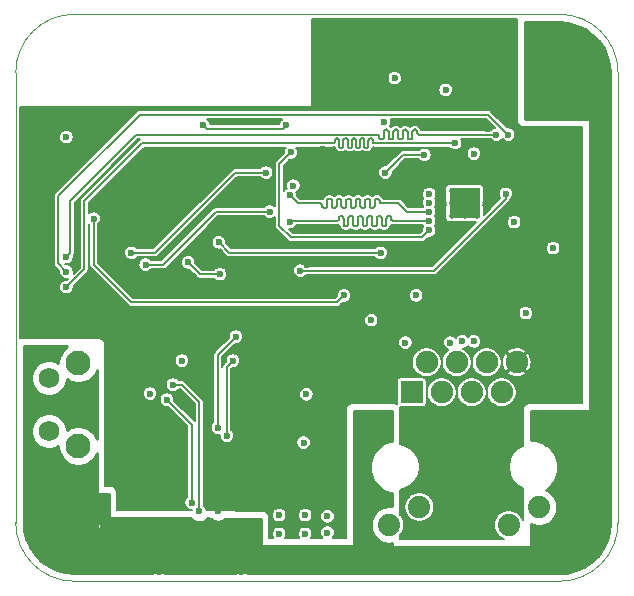
<source format=gbr>
G04 #@! TF.GenerationSoftware,KiCad,Pcbnew,(5.1.7)-1*
G04 #@! TF.CreationDate,2021-04-06T08:53:53-07:00*
G04 #@! TF.ProjectId,EsperDNS,45737065-7244-44e5-932e-6b696361645f,rev?*
G04 #@! TF.SameCoordinates,Original*
G04 #@! TF.FileFunction,Copper,L4,Bot*
G04 #@! TF.FilePolarity,Positive*
%FSLAX46Y46*%
G04 Gerber Fmt 4.6, Leading zero omitted, Abs format (unit mm)*
G04 Created by KiCad (PCBNEW (5.1.7)-1) date 2021-04-06 08:53:53*
%MOMM*%
%LPD*%
G01*
G04 APERTURE LIST*
G04 #@! TA.AperFunction,Profile*
%ADD10C,0.100000*%
G04 #@! TD*
G04 #@! TA.AperFunction,ComponentPad*
%ADD11C,1.450000*%
G04 #@! TD*
G04 #@! TA.AperFunction,ComponentPad*
%ADD12O,1.200000X1.900000*%
G04 #@! TD*
G04 #@! TA.AperFunction,ComponentPad*
%ADD13C,0.500000*%
G04 #@! TD*
G04 #@! TA.AperFunction,SMDPad,CuDef*
%ADD14R,2.600000X2.600000*%
G04 #@! TD*
G04 #@! TA.AperFunction,ComponentPad*
%ADD15C,2.100000*%
G04 #@! TD*
G04 #@! TA.AperFunction,ComponentPad*
%ADD16C,1.750000*%
G04 #@! TD*
G04 #@! TA.AperFunction,ComponentPad*
%ADD17R,1.900000X1.900000*%
G04 #@! TD*
G04 #@! TA.AperFunction,ComponentPad*
%ADD18C,1.900000*%
G04 #@! TD*
G04 #@! TA.AperFunction,ComponentPad*
%ADD19C,1.890000*%
G04 #@! TD*
G04 #@! TA.AperFunction,ComponentPad*
%ADD20C,2.600000*%
G04 #@! TD*
G04 #@! TA.AperFunction,ComponentPad*
%ADD21C,4.400000*%
G04 #@! TD*
G04 #@! TA.AperFunction,ViaPad*
%ADD22C,0.600000*%
G04 #@! TD*
G04 #@! TA.AperFunction,Conductor*
%ADD23C,0.127000*%
G04 #@! TD*
G04 #@! TA.AperFunction,Conductor*
%ADD24C,0.254000*%
G04 #@! TD*
G04 #@! TA.AperFunction,Conductor*
%ADD25C,0.100000*%
G04 #@! TD*
G04 APERTURE END LIST*
D10*
X-25500000Y-19050000D02*
G75*
G03*
X-20550000Y-24000000I4950000J0D01*
G01*
X20550000Y-24000000D02*
G75*
G03*
X25500000Y-19050000I0J4950000D01*
G01*
X25500000Y19050000D02*
G75*
G03*
X20550000Y24000000I-4950000J0D01*
G01*
X-20550000Y24000000D02*
G75*
G03*
X-25500000Y19050000I0J-4950000D01*
G01*
X25500000Y19050000D02*
X25500000Y-19050000D01*
X-20550000Y24000000D02*
X20550000Y24000000D01*
X-25500000Y19050000D02*
X-25500000Y-19050000D01*
X-20550000Y-24000000D02*
X20550000Y-24000000D01*
D11*
X-12406000Y-19873500D03*
X-7406000Y-19873500D03*
D12*
X-13406000Y-22573500D03*
X-6406000Y-22573500D03*
D13*
X13550000Y6950000D03*
X12500000Y6950000D03*
X11450000Y6950000D03*
X13550000Y8000000D03*
X12500000Y8000000D03*
X11450000Y8000000D03*
X13550000Y9050000D03*
X12500000Y9050000D03*
X11450000Y9050000D03*
D14*
X12500000Y8000000D03*
D15*
X-20210000Y-5540000D03*
D16*
X-22700000Y-6800000D03*
X-22700000Y-11300000D03*
D15*
X-20210000Y-12550000D03*
D17*
X8020000Y-8000000D03*
D18*
X9290000Y-5460000D03*
X10560000Y-8000000D03*
X11830000Y-5460000D03*
X13100000Y-8000000D03*
X14370000Y-5460000D03*
X15640000Y-8000000D03*
X16910000Y-5460000D03*
D19*
X18790000Y-17720000D03*
X16250000Y-19240000D03*
X8680000Y-17720000D03*
X6140000Y-19240000D03*
D20*
X4690000Y-11290000D03*
X20240000Y-11290000D03*
D21*
X20550000Y19050000D03*
X-20550000Y-19050000D03*
D22*
X-11430000Y-13208000D03*
X-11430000Y-11176000D03*
X-13208000Y-13208000D03*
X-12192000Y-11938000D03*
X-13208000Y-10922000D03*
X-16500000Y5500000D03*
X-17500000Y6000000D03*
X-16500000Y6500000D03*
X-17500000Y7000000D03*
X-15000000Y5500000D03*
X-14000000Y6000000D03*
X-15000000Y6500000D03*
X-14000000Y7000000D03*
X-15000000Y7500000D03*
X-16500000Y7500000D03*
X-17500000Y8000000D03*
X-14000000Y8000000D03*
X-15000000Y8500000D03*
X-16500000Y8500000D03*
X-14000000Y9000000D03*
X-17500000Y9000000D03*
X500000Y12600000D03*
X300000Y10200000D03*
X-1600000Y5700000D03*
X-20100000Y900000D03*
X-20500000Y2800000D03*
X14500000Y14300000D03*
X12600000Y13200000D03*
X-800000Y2800000D03*
X-21200000Y14900000D03*
X-2200000Y11500000D03*
X16200000Y14700000D03*
X2500000Y22700000D03*
X16700000Y5400000D03*
X18440000Y10660000D03*
X13300000Y-1200000D03*
X8600000Y4000000D03*
X10900000Y18600000D03*
X8800000Y19500000D03*
X2000000Y-17800000D03*
X-5500000Y-17600000D03*
X-7400000Y-17600000D03*
X1300000Y-14400000D03*
X-8100000Y14900000D03*
X14300000Y12200000D03*
X1900000Y-7000000D03*
X-19200000Y-700000D03*
X-13000000Y-5000000D03*
X21000000Y-8000000D03*
X-2500000Y-1400000D03*
X2900000Y-1300000D03*
X16500000Y1799994D03*
X18800000Y4200000D03*
X-8382000Y-18034000D03*
X-11430000Y-8382000D03*
X-11430000Y-6604000D03*
X-16510000Y-12446000D03*
X-21200000Y13600000D03*
X900000Y-18500000D03*
X900000Y-19900000D03*
X-3200000Y-20000000D03*
X-3200000Y-18400000D03*
X13300000Y12200000D03*
X-2000000Y9500000D03*
X5700000Y14900000D03*
X-1000000Y-18400000D03*
X-1000000Y-20000000D03*
X-1125000Y-12265000D03*
X-11430000Y-5334000D03*
X-14129000Y-8128000D03*
X-7620000Y-11684000D03*
X-7112000Y-5334000D03*
X-8382000Y-11009000D03*
X-6858000Y-3302000D03*
X-21200000Y3450000D03*
X15200000Y13800000D03*
X-21200000Y2200000D03*
X16200000Y13800000D03*
X-8300000Y4700000D03*
X5400000Y3800000D03*
X5800000Y10600000D03*
X9093750Y12093750D03*
X9500000Y6500000D03*
X-2300000Y6400000D03*
X9500000Y7300000D03*
X-2300000Y8700000D03*
X9500000Y5699994D03*
X-2200000Y12300000D03*
X16000000Y8800000D03*
X-1400000Y2300000D03*
X-8200000Y2000000D03*
X-10900000Y3000000D03*
X-9600000Y14600000D03*
X-2600000Y14600000D03*
X-14500000Y2800000D03*
X-4000000Y7300000D03*
X-15700000Y3800000D03*
X-4300000Y10600000D03*
X-5440000Y-20976000D03*
X-15134000Y-20976000D03*
X9500000Y8777001D03*
X2300000Y200000D03*
X-18900000Y6700000D03*
X-21200000Y900000D03*
X11700000Y13100000D03*
X9500006Y8050000D03*
X16700000Y6400000D03*
X12300000Y-3700000D03*
X17700000Y-1300000D03*
X7500000Y-3800000D03*
X13300000Y-3700000D03*
X11300000Y-3800000D03*
X10900000Y17600000D03*
X6600000Y18600000D03*
X8400000Y200000D03*
X4600000Y-1900000D03*
X20000000Y4200000D03*
X-900000Y-8180000D03*
X-9950000Y-18078000D03*
X-12192000Y-7366000D03*
X-10600000Y-17340000D03*
X-12700000Y-8636000D03*
D23*
X-7620000Y-11684000D02*
X-7620000Y-5842000D01*
X-7620000Y-5842000D02*
X-7112000Y-5334000D01*
X-7112000Y-5334000D02*
X-7112000Y-5334000D01*
X-8382000Y-11009000D02*
X-8382000Y-6604000D01*
X-8382000Y-6604000D02*
X-8382000Y-5334000D01*
X-8382000Y-5334000D02*
X-8382000Y-4826000D01*
X-8382000Y-4826000D02*
X-6858000Y-3302000D01*
X-6858000Y-3302000D02*
X-6858000Y-3302000D01*
X-20900000Y3750000D02*
X-21200000Y3450000D01*
X5066000Y13800000D02*
X-15300000Y13800000D01*
X5110504Y13794986D02*
X5066000Y13800000D01*
X5260985Y13644505D02*
X5246193Y13686777D01*
X5271014Y13555496D02*
X5260985Y13644505D01*
X5341302Y13443634D02*
X5309633Y13475303D01*
X7266193Y13513224D02*
X7242366Y13475303D01*
X7280985Y13555496D02*
X7266193Y13513224D01*
X7362055Y14205929D02*
X7330070Y14173944D01*
X7613944Y14205929D02*
X7575644Y14229995D01*
X7669995Y14135644D02*
X7645929Y14173944D01*
X7845495Y13405015D02*
X7803223Y13419807D01*
X8170055Y14205929D02*
X8138070Y14173944D01*
X7980776Y13419807D02*
X7938504Y13405015D01*
X5152776Y13780194D02*
X5110504Y13794986D01*
X8655050Y13805064D02*
X8612355Y13820004D01*
X7330070Y14173944D02*
X7306004Y14135644D01*
X8542070Y13876055D02*
X8518004Y13914355D01*
X7286000Y14048000D02*
X7286000Y13600000D01*
X5222366Y13724698D02*
X5190697Y13756367D01*
X8492935Y14092949D02*
X8477995Y14135644D01*
X7690000Y13600000D02*
X7690000Y14048000D01*
X7575644Y14229995D02*
X7532949Y14244935D01*
X5466000Y13400000D02*
X5421495Y13405015D01*
X8700000Y13800000D02*
X8655050Y13805064D01*
X8518004Y13914355D02*
X8503064Y13957050D01*
X7242366Y13475303D02*
X7210697Y13443634D01*
X7938504Y13405015D02*
X7894000Y13400000D01*
X8498000Y14002000D02*
X8498000Y14048000D01*
X5246193Y13686777D02*
X5222366Y13724698D01*
X7765302Y13443634D02*
X7733633Y13475303D01*
X7306004Y14135644D02*
X7291064Y14092949D01*
X7286000Y13600000D02*
X7280985Y13555496D01*
X8503064Y13957050D02*
X8498000Y14002000D01*
X-15300000Y13800000D02*
X-20900000Y8200000D01*
X8074193Y13513224D02*
X8050366Y13475303D01*
X7690000Y14048000D02*
X7684935Y14092949D01*
X8421944Y14205929D02*
X8383644Y14229995D01*
X7291064Y14092949D02*
X7286000Y14048000D01*
X7645929Y14173944D02*
X7613944Y14205929D01*
X8094000Y13600000D02*
X8088985Y13555496D01*
X7488000Y14250000D02*
X7443050Y14244935D01*
X8088985Y13555496D02*
X8074193Y13513224D01*
X5556776Y13419807D02*
X5514504Y13405015D01*
X7532949Y14244935D02*
X7488000Y14250000D01*
X8477995Y14135644D02*
X8453929Y14173944D01*
X8612355Y13820004D02*
X8574055Y13844070D01*
X8498000Y14048000D02*
X8492935Y14092949D01*
X7733633Y13475303D02*
X7709806Y13513224D01*
X5190697Y13756367D02*
X5152776Y13780194D01*
X15200000Y13800000D02*
X8700000Y13800000D01*
X5309633Y13475303D02*
X5285806Y13513224D01*
X7890000Y13400000D02*
X7845495Y13405015D01*
X5379223Y13419807D02*
X5341302Y13443634D01*
X8099064Y14092949D02*
X8094000Y14048000D01*
X7695014Y13555496D02*
X7690000Y13600000D01*
X8574055Y13844070D02*
X8542070Y13876055D01*
X7709806Y13513224D02*
X7695014Y13555496D01*
X-20900000Y8200000D02*
X-20900000Y3750000D01*
X8383644Y14229995D02*
X8340949Y14244935D01*
X7894000Y13400000D02*
X7890000Y13400000D01*
X8340949Y14244935D02*
X8296000Y14250000D01*
X8296000Y14250000D02*
X8251050Y14244935D01*
X5285806Y13513224D02*
X5271014Y13555496D01*
X8453929Y14173944D02*
X8421944Y14205929D01*
X7684935Y14092949D02*
X7669995Y14135644D01*
X7443050Y14244935D02*
X7400355Y14229995D01*
X8251050Y14244935D02*
X8208355Y14229995D01*
X5421495Y13405015D02*
X5379223Y13419807D01*
X8208355Y14229995D02*
X8170055Y14205929D01*
X7803223Y13419807D02*
X7765302Y13443634D01*
X8114004Y14135644D02*
X8099064Y14092949D01*
X8094000Y14048000D02*
X8094000Y13600000D01*
X8050366Y13475303D02*
X8018697Y13443634D01*
X7400355Y14229995D02*
X7362055Y14205929D01*
X5514504Y13405015D02*
X5470000Y13400000D01*
X8018697Y13443634D02*
X7980776Y13419807D01*
X7210697Y13443634D02*
X7172776Y13419807D01*
X7172776Y13419807D02*
X7130504Y13405015D01*
X7130504Y13405015D02*
X7086000Y13400000D01*
X7086000Y13400000D02*
X7082000Y13400000D01*
X7082000Y13400000D02*
X7037495Y13405015D01*
X7037495Y13405015D02*
X6995223Y13419807D01*
X6995223Y13419807D02*
X6957302Y13443634D01*
X6957302Y13443634D02*
X6925633Y13475303D01*
X6925633Y13475303D02*
X6901806Y13513224D01*
X6901806Y13513224D02*
X6887014Y13555496D01*
X6887014Y13555496D02*
X6882000Y13600000D01*
X6882000Y13600000D02*
X6882000Y14048000D01*
X6882000Y14048000D02*
X6876935Y14092949D01*
X6876935Y14092949D02*
X6861995Y14135644D01*
X6861995Y14135644D02*
X6837929Y14173944D01*
X6837929Y14173944D02*
X6805944Y14205929D01*
X6805944Y14205929D02*
X6767644Y14229995D01*
X6767644Y14229995D02*
X6724949Y14244935D01*
X6724949Y14244935D02*
X6680000Y14250000D01*
X6680000Y14250000D02*
X6635050Y14244935D01*
X6635050Y14244935D02*
X6592355Y14229995D01*
X6592355Y14229995D02*
X6554055Y14205929D01*
X6554055Y14205929D02*
X6522070Y14173944D01*
X6522070Y14173944D02*
X6498004Y14135644D01*
X6498004Y14135644D02*
X6483064Y14092949D01*
X6483064Y14092949D02*
X6478000Y14048000D01*
X6478000Y14048000D02*
X6478000Y13600000D01*
X6478000Y13600000D02*
X6472985Y13555496D01*
X6472985Y13555496D02*
X6458193Y13513224D01*
X6458193Y13513224D02*
X6434366Y13475303D01*
X6434366Y13475303D02*
X6402697Y13443634D01*
X6402697Y13443634D02*
X6364776Y13419807D01*
X6364776Y13419807D02*
X6322504Y13405015D01*
X6322504Y13405015D02*
X6278000Y13400000D01*
X6278000Y13400000D02*
X6274000Y13400000D01*
X6274000Y13400000D02*
X6229495Y13405015D01*
X6229495Y13405015D02*
X6187223Y13419807D01*
X6187223Y13419807D02*
X6149302Y13443634D01*
X6149302Y13443634D02*
X6117633Y13475303D01*
X6117633Y13475303D02*
X6093806Y13513224D01*
X6093806Y13513224D02*
X6079014Y13555496D01*
X6079014Y13555496D02*
X6074000Y13600000D01*
X6074000Y13600000D02*
X6074000Y14048000D01*
X6074000Y14048000D02*
X6068935Y14092949D01*
X6068935Y14092949D02*
X6053995Y14135644D01*
X6053995Y14135644D02*
X6029929Y14173944D01*
X6029929Y14173944D02*
X5997944Y14205929D01*
X5997944Y14205929D02*
X5959644Y14229995D01*
X5959644Y14229995D02*
X5916949Y14244935D01*
X5916949Y14244935D02*
X5872000Y14250000D01*
X5872000Y14250000D02*
X5827050Y14244935D01*
X5827050Y14244935D02*
X5784355Y14229995D01*
X5784355Y14229995D02*
X5746055Y14205929D01*
X5746055Y14205929D02*
X5714070Y14173944D01*
X5714070Y14173944D02*
X5690004Y14135644D01*
X5690004Y14135644D02*
X5675064Y14092949D01*
X5675064Y14092949D02*
X5670000Y14048000D01*
X5670000Y14048000D02*
X5670000Y13600000D01*
X5670000Y13600000D02*
X5664985Y13555496D01*
X5664985Y13555496D02*
X5650193Y13513224D01*
X5650193Y13513224D02*
X5626366Y13475303D01*
X5626366Y13475303D02*
X5594697Y13443634D01*
X5594697Y13443634D02*
X5556776Y13419807D01*
X8138070Y14173944D02*
X8114004Y14135644D01*
X5470000Y13400000D02*
X5466000Y13400000D01*
X-21900000Y2900000D02*
X-21200000Y2200000D01*
X-21900000Y8600000D02*
X-21900000Y2900000D01*
X-15000000Y15500000D02*
X-21900000Y8600000D01*
X14500000Y15500000D02*
X-15000000Y15500000D01*
X16200000Y13800000D02*
X14500000Y15500000D01*
X-8300000Y4700000D02*
X-7400000Y3800000D01*
X-7400000Y3800000D02*
X5400000Y3800000D01*
X7293750Y12093750D02*
X9093750Y12093750D01*
X5800000Y10600000D02*
X7293750Y12093750D01*
X-2200000Y6500000D02*
X-2300000Y6400000D01*
X1652000Y6500000D02*
X-2200000Y6500000D01*
X1696949Y6505064D02*
X1652000Y6500000D01*
X1739644Y6520004D02*
X1696949Y6505064D01*
X1777944Y6544070D02*
X1739644Y6520004D01*
X1809929Y6576055D02*
X1777944Y6544070D01*
X1833995Y6614355D02*
X1809929Y6576055D01*
X1848935Y6657050D02*
X1833995Y6614355D01*
X1854000Y6702000D02*
X1848935Y6657050D01*
X1854000Y6748000D02*
X1854000Y6702000D01*
X1859064Y6792949D02*
X1854000Y6748000D01*
X1874004Y6835644D02*
X1859064Y6792949D01*
X1898070Y6873944D02*
X1874004Y6835644D01*
X1930055Y6905929D02*
X1898070Y6873944D01*
X1968355Y6929995D02*
X1930055Y6905929D01*
X2011050Y6944935D02*
X1968355Y6929995D01*
X2056000Y6950000D02*
X2011050Y6944935D01*
X2100949Y6944935D02*
X2056000Y6950000D01*
X2143644Y6929995D02*
X2100949Y6944935D01*
X2237995Y6835644D02*
X2213929Y6873944D01*
X2252935Y6792949D02*
X2237995Y6835644D01*
X2258000Y6748000D02*
X2252935Y6792949D01*
X2258000Y6252000D02*
X2258000Y6748000D01*
X2263064Y6207051D02*
X2258000Y6252000D01*
X2278004Y6164356D02*
X2263064Y6207051D01*
X2334055Y6094071D02*
X2302070Y6126056D01*
X2372355Y6070005D02*
X2334055Y6094071D01*
X2415050Y6055065D02*
X2372355Y6070005D01*
X2460000Y6050000D02*
X2415050Y6055065D01*
X2504949Y6055065D02*
X2460000Y6050000D01*
X2547644Y6070005D02*
X2504949Y6055065D01*
X2617929Y6126056D02*
X2585944Y6094071D01*
X2641995Y6164356D02*
X2617929Y6126056D01*
X2656935Y6207051D02*
X2641995Y6164356D01*
X2662000Y6252000D02*
X2656935Y6207051D01*
X2662000Y6748000D02*
X2662000Y6252000D01*
X2667064Y6792949D02*
X2662000Y6748000D01*
X2682004Y6835644D02*
X2667064Y6792949D01*
X2706070Y6873944D02*
X2682004Y6835644D01*
X2738055Y6905929D02*
X2706070Y6873944D01*
X2776355Y6929995D02*
X2738055Y6905929D01*
X2819050Y6944935D02*
X2776355Y6929995D01*
X2864000Y6950000D02*
X2819050Y6944935D01*
X2908949Y6944935D02*
X2864000Y6950000D01*
X2951644Y6929995D02*
X2908949Y6944935D01*
X2989944Y6905929D02*
X2951644Y6929995D01*
X3021929Y6873944D02*
X2989944Y6905929D01*
X3045995Y6835644D02*
X3021929Y6873944D01*
X3060935Y6792949D02*
X3045995Y6835644D01*
X3066000Y6748000D02*
X3060935Y6792949D01*
X3066000Y6252000D02*
X3066000Y6748000D01*
X5009944Y6094071D02*
X4971644Y6070005D01*
X5065995Y6164356D02*
X5041929Y6126056D01*
X5086000Y6748000D02*
X5086000Y6252000D01*
X5162055Y6905929D02*
X5130070Y6873944D01*
X5200355Y6929995D02*
X5162055Y6905929D01*
X5288000Y6950000D02*
X5243050Y6944935D01*
X5375644Y6929995D02*
X5332949Y6944935D01*
X5484935Y6792949D02*
X5469995Y6835644D01*
X2181944Y6905929D02*
X2143644Y6929995D01*
X6455050Y6505064D02*
X6412355Y6520004D01*
X5490000Y6748000D02*
X5484935Y6792949D01*
X5490000Y6252000D02*
X5490000Y6748000D01*
X5914004Y6835644D02*
X5899064Y6792949D01*
X5413944Y6905929D02*
X5375644Y6929995D01*
X5495064Y6207051D02*
X5490000Y6252000D01*
X2213929Y6873944D02*
X2181944Y6905929D01*
X5647050Y6055065D02*
X5604355Y6070005D01*
X5566055Y6094071D02*
X5534070Y6126056D01*
X3627050Y6944935D02*
X3584355Y6929995D01*
X5130070Y6873944D02*
X5106004Y6835644D01*
X5736949Y6055065D02*
X5692000Y6050000D01*
X5779644Y6070005D02*
X5736949Y6055065D01*
X3071064Y6207051D02*
X3066000Y6252000D01*
X6096000Y6950000D02*
X6051050Y6944935D01*
X4201944Y6094071D02*
X4163644Y6070005D01*
X6253929Y6873944D02*
X6221944Y6905929D01*
X5243050Y6944935D02*
X5200355Y6929995D01*
X6292935Y6792949D02*
X6277995Y6835644D01*
X6298000Y6702000D02*
X6298000Y6748000D01*
X5332949Y6944935D02*
X5288000Y6950000D01*
X3490004Y6835644D02*
X3475064Y6792949D01*
X5873995Y6164356D02*
X5849929Y6126056D01*
X4567644Y6929995D02*
X4524949Y6944935D01*
X6277995Y6835644D02*
X6253929Y6873944D01*
X5080935Y6207051D02*
X5065995Y6164356D01*
X6298000Y6748000D02*
X6292935Y6792949D01*
X5894000Y6748000D02*
X5894000Y6252000D01*
X3918070Y6126056D02*
X3894004Y6164356D01*
X9500000Y6500000D02*
X6500000Y6500000D01*
X5106004Y6835644D02*
X5091064Y6792949D01*
X4676935Y6792949D02*
X4661995Y6835644D01*
X5091064Y6792949D02*
X5086000Y6748000D01*
X6303064Y6657050D02*
X6298000Y6702000D01*
X2302070Y6126056D02*
X2278004Y6164356D01*
X5938070Y6873944D02*
X5914004Y6835644D01*
X6221944Y6905929D02*
X6183644Y6929995D01*
X5534070Y6126056D02*
X5510004Y6164356D01*
X3142055Y6094071D02*
X3110070Y6126056D01*
X5692000Y6050000D02*
X5647050Y6055065D01*
X5894000Y6252000D02*
X5888935Y6207051D01*
X4480000Y6950000D02*
X4435050Y6944935D01*
X6183644Y6929995D02*
X6140949Y6944935D01*
X4637929Y6873944D02*
X4605944Y6905929D01*
X6500000Y6500000D02*
X6455050Y6505064D01*
X3546055Y6905929D02*
X3514070Y6873944D01*
X5445929Y6873944D02*
X5413944Y6905929D01*
X4884000Y6050000D02*
X4839050Y6055065D01*
X6140949Y6944935D02*
X6096000Y6950000D01*
X5888935Y6207051D02*
X5873995Y6164356D01*
X3894004Y6164356D02*
X3879064Y6207051D01*
X5469995Y6835644D02*
X5445929Y6873944D01*
X5086000Y6252000D02*
X5080935Y6207051D01*
X5970055Y6905929D02*
X5938070Y6873944D01*
X2585944Y6094071D02*
X2547644Y6070005D01*
X6008355Y6929995D02*
X5970055Y6905929D01*
X3464935Y6207051D02*
X3449995Y6164356D01*
X6342070Y6576055D02*
X6318004Y6614355D01*
X3086004Y6164356D02*
X3071064Y6207051D01*
X5041929Y6126056D02*
X5009944Y6094071D01*
X5899064Y6792949D02*
X5894000Y6748000D01*
X4687064Y6207051D02*
X4682000Y6252000D01*
X5510004Y6164356D02*
X5495064Y6207051D01*
X5849929Y6126056D02*
X5817944Y6094071D01*
X4031050Y6055065D02*
X3988355Y6070005D01*
X5817944Y6094071D02*
X5779644Y6070005D01*
X3988355Y6070005D02*
X3950055Y6094071D01*
X4971644Y6070005D02*
X4928949Y6055065D01*
X4928949Y6055065D02*
X4884000Y6050000D01*
X4839050Y6055065D02*
X4796355Y6070005D01*
X4796355Y6070005D02*
X4758055Y6094071D01*
X4758055Y6094071D02*
X4726070Y6126056D01*
X4726070Y6126056D02*
X4702004Y6164356D01*
X4702004Y6164356D02*
X4687064Y6207051D01*
X4682000Y6252000D02*
X4682000Y6748000D01*
X5604355Y6070005D02*
X5566055Y6094071D01*
X4682000Y6748000D02*
X4676935Y6792949D01*
X4661995Y6835644D02*
X4637929Y6873944D01*
X4605944Y6905929D02*
X4567644Y6929995D01*
X4524949Y6944935D02*
X4480000Y6950000D01*
X4435050Y6944935D02*
X4392355Y6929995D01*
X4392355Y6929995D02*
X4354055Y6905929D01*
X4354055Y6905929D02*
X4322070Y6873944D01*
X4322070Y6873944D02*
X4298004Y6835644D01*
X4298004Y6835644D02*
X4283064Y6792949D01*
X4283064Y6792949D02*
X4278000Y6748000D01*
X4278000Y6748000D02*
X4278000Y6252000D01*
X4278000Y6252000D02*
X4272935Y6207051D01*
X4272935Y6207051D02*
X4257995Y6164356D01*
X4257995Y6164356D02*
X4233929Y6126056D01*
X4233929Y6126056D02*
X4201944Y6094071D01*
X4163644Y6070005D02*
X4120949Y6055065D01*
X4120949Y6055065D02*
X4076000Y6050000D01*
X4076000Y6050000D02*
X4031050Y6055065D01*
X3950055Y6094071D02*
X3918070Y6126056D01*
X3879064Y6207051D02*
X3874000Y6252000D01*
X3874000Y6252000D02*
X3874000Y6748000D01*
X3874000Y6748000D02*
X3868935Y6792949D01*
X3868935Y6792949D02*
X3853995Y6835644D01*
X3853995Y6835644D02*
X3829929Y6873944D01*
X3829929Y6873944D02*
X3797944Y6905929D01*
X3797944Y6905929D02*
X3759644Y6929995D01*
X3759644Y6929995D02*
X3716949Y6944935D01*
X6051050Y6944935D02*
X6008355Y6929995D01*
X3716949Y6944935D02*
X3672000Y6950000D01*
X6374055Y6544070D02*
X6342070Y6576055D01*
X3672000Y6950000D02*
X3627050Y6944935D01*
X3584355Y6929995D02*
X3546055Y6905929D01*
X3514070Y6873944D02*
X3490004Y6835644D01*
X3475064Y6792949D02*
X3470000Y6748000D01*
X3470000Y6748000D02*
X3470000Y6252000D01*
X3470000Y6252000D02*
X3464935Y6207051D01*
X3449995Y6164356D02*
X3425929Y6126056D01*
X3425929Y6126056D02*
X3393944Y6094071D01*
X6412355Y6520004D02*
X6374055Y6544070D01*
X3393944Y6094071D02*
X3355644Y6070005D01*
X3355644Y6070005D02*
X3312949Y6055065D01*
X3312949Y6055065D02*
X3268000Y6050000D01*
X3268000Y6050000D02*
X3223050Y6055065D01*
X3223050Y6055065D02*
X3180355Y6070005D01*
X6318004Y6614355D02*
X6303064Y6657050D01*
X3180355Y6070005D02*
X3142055Y6094071D01*
X3110070Y6126056D02*
X3086004Y6164356D01*
X-1600000Y8000000D02*
X-2300000Y8700000D01*
X252000Y8000000D02*
X-1600000Y8000000D01*
X296504Y7994986D02*
X252000Y8000000D01*
X338776Y7980194D02*
X296504Y7994986D01*
X376697Y7956367D02*
X338776Y7980194D01*
X408366Y7924698D02*
X376697Y7956367D01*
X432193Y7886777D02*
X408366Y7924698D01*
X446985Y7844505D02*
X432193Y7886777D01*
X457014Y7755496D02*
X446985Y7844505D01*
X471806Y7713224D02*
X457014Y7755496D01*
X495633Y7675303D02*
X471806Y7713224D01*
X527302Y7643634D02*
X495633Y7675303D01*
X565223Y7619807D02*
X527302Y7643634D01*
X607495Y7605015D02*
X565223Y7619807D01*
X652000Y7600000D02*
X607495Y7605015D01*
X656000Y7600000D02*
X652000Y7600000D01*
X700504Y7605015D02*
X656000Y7600000D01*
X742776Y7619807D02*
X700504Y7605015D01*
X780697Y7643634D02*
X742776Y7619807D01*
X812366Y7675303D02*
X780697Y7643634D01*
X836193Y7713224D02*
X812366Y7675303D01*
X850985Y7755496D02*
X836193Y7713224D01*
X856000Y7800000D02*
X850985Y7755496D01*
X856000Y8200000D02*
X856000Y7800000D01*
X861014Y8244504D02*
X856000Y8200000D01*
X875806Y8286776D02*
X861014Y8244504D01*
X899633Y8324697D02*
X875806Y8286776D01*
X931302Y8356366D02*
X899633Y8324697D01*
X969223Y8380193D02*
X931302Y8356366D01*
X1011495Y8394985D02*
X969223Y8380193D01*
X1056000Y8400000D02*
X1011495Y8394985D01*
X1060000Y8400000D02*
X1056000Y8400000D01*
X1104504Y8394985D02*
X1060000Y8400000D01*
X1146776Y8380193D02*
X1104504Y8394985D01*
X1184697Y8356366D02*
X1146776Y8380193D01*
X1216366Y8324697D02*
X1184697Y8356366D01*
X1240193Y8286776D02*
X1216366Y8324697D01*
X1254985Y8244504D02*
X1240193Y8286776D01*
X1260000Y8200000D02*
X1254985Y8244504D01*
X1260000Y7800000D02*
X1260000Y8200000D01*
X1265014Y7755496D02*
X1260000Y7800000D01*
X1279806Y7713224D02*
X1265014Y7755496D01*
X1303633Y7675303D02*
X1279806Y7713224D01*
X1335302Y7643634D02*
X1303633Y7675303D01*
X1373223Y7619807D02*
X1335302Y7643634D01*
X1415495Y7605015D02*
X1373223Y7619807D01*
X1460000Y7600000D02*
X1415495Y7605015D01*
X1464000Y7600000D02*
X1460000Y7600000D01*
X1508504Y7605015D02*
X1464000Y7600000D01*
X1550776Y7619807D02*
X1508504Y7605015D01*
X1588697Y7643634D02*
X1550776Y7619807D01*
X1620366Y7675303D02*
X1588697Y7643634D01*
X1644193Y7713224D02*
X1620366Y7675303D01*
X1658985Y7755496D02*
X1644193Y7713224D01*
X1664000Y7800000D02*
X1658985Y7755496D01*
X1664000Y8200000D02*
X1664000Y7800000D01*
X1669014Y8244504D02*
X1664000Y8200000D01*
X1683806Y8286776D02*
X1669014Y8244504D01*
X1707633Y8324697D02*
X1683806Y8286776D01*
X1739302Y8356366D02*
X1707633Y8324697D01*
X1777223Y8380193D02*
X1739302Y8356366D01*
X1819495Y8394985D02*
X1777223Y8380193D01*
X1864000Y8400000D02*
X1819495Y8394985D01*
X1868000Y8400000D02*
X1864000Y8400000D01*
X1912504Y8394985D02*
X1868000Y8400000D01*
X1954776Y8380193D02*
X1912504Y8394985D01*
X1992697Y8356366D02*
X1954776Y8380193D01*
X2024366Y8324697D02*
X1992697Y8356366D01*
X2048193Y8286776D02*
X2024366Y8324697D01*
X2062985Y8244504D02*
X2048193Y8286776D01*
X2068000Y8200000D02*
X2062985Y8244504D01*
X2068000Y7800000D02*
X2068000Y8200000D01*
X2073014Y7755496D02*
X2068000Y7800000D01*
X2087806Y7713224D02*
X2073014Y7755496D01*
X2111633Y7675303D02*
X2087806Y7713224D01*
X2143302Y7643634D02*
X2111633Y7675303D01*
X2181223Y7619807D02*
X2143302Y7643634D01*
X2223495Y7605015D02*
X2181223Y7619807D01*
X2268000Y7600000D02*
X2223495Y7605015D01*
X2272000Y7600000D02*
X2268000Y7600000D01*
X2316504Y7605015D02*
X2272000Y7600000D01*
X4088000Y8200000D02*
X4088000Y7800000D01*
X4093014Y8244504D02*
X4088000Y8200000D01*
X4131633Y8324697D02*
X4107806Y8286776D01*
X4163302Y8356366D02*
X4131633Y8324697D01*
X4201223Y8380193D02*
X4163302Y8356366D01*
X4288000Y8400000D02*
X4243495Y8394985D01*
X4292000Y8400000D02*
X4288000Y8400000D01*
X2466985Y7755496D02*
X2452193Y7713224D01*
X4336504Y8394985D02*
X4292000Y8400000D01*
X4378776Y8380193D02*
X4336504Y8394985D01*
X4416697Y8356366D02*
X4378776Y8380193D01*
X4448366Y8324697D02*
X4416697Y8356366D01*
X4472193Y8286776D02*
X4448366Y8324697D01*
X4486985Y8244504D02*
X4472193Y8286776D01*
X4492000Y8200000D02*
X4486985Y8244504D01*
X4492000Y7800000D02*
X4492000Y8200000D01*
X4497014Y7755496D02*
X4492000Y7800000D01*
X4243495Y8394985D02*
X4201223Y8380193D01*
X4511806Y7713224D02*
X4497014Y7755496D01*
X4535633Y7675303D02*
X4511806Y7713224D01*
X4567302Y7643634D02*
X4535633Y7675303D01*
X4605223Y7619807D02*
X4567302Y7643634D01*
X4647495Y7605015D02*
X4605223Y7619807D01*
X4692000Y7600000D02*
X4647495Y7605015D01*
X4696000Y7600000D02*
X4692000Y7600000D01*
X2472000Y8200000D02*
X2472000Y7800000D01*
X4740504Y7605015D02*
X4696000Y7600000D01*
X4820697Y7643634D02*
X4782776Y7619807D01*
X5280193Y8286776D02*
X5256366Y8324697D01*
X5294985Y8244504D02*
X5280193Y8286776D01*
X4852366Y7675303D02*
X4820697Y7643634D01*
X5305014Y8155495D02*
X5294985Y8244504D01*
X4782776Y7619807D02*
X4740504Y7605015D01*
X3480000Y8400000D02*
X3435495Y8394985D01*
X4939633Y8324697D02*
X4915806Y8286776D01*
X5375302Y8043633D02*
X5343633Y8075302D01*
X4971302Y8356366D02*
X4939633Y8324697D01*
X4088000Y7800000D02*
X4082985Y7755496D01*
X5319806Y8113223D02*
X5305014Y8155495D01*
X5413223Y8019806D02*
X5375302Y8043633D01*
X4896000Y7800000D02*
X4890985Y7755496D01*
X5343633Y8075302D02*
X5319806Y8113223D01*
X5455495Y8005014D02*
X5413223Y8019806D01*
X2428366Y7675303D02*
X2396697Y7643634D01*
X6900000Y8000000D02*
X5500000Y8000000D01*
X2358776Y7619807D02*
X2316504Y7605015D01*
X5500000Y8000000D02*
X5455495Y8005014D01*
X7600000Y7300000D02*
X6900000Y8000000D01*
X5256366Y8324697D02*
X5224697Y8356366D01*
X9500000Y7300000D02*
X7600000Y7300000D01*
X5051495Y8394985D02*
X5009223Y8380193D01*
X5224697Y8356366D02*
X5186776Y8380193D01*
X5096000Y8400000D02*
X5051495Y8394985D01*
X2396697Y7643634D02*
X2358776Y7619807D01*
X5186776Y8380193D02*
X5144504Y8394985D01*
X4082985Y7755496D02*
X4068193Y7713224D01*
X5144504Y8394985D02*
X5100000Y8400000D01*
X5100000Y8400000D02*
X5096000Y8400000D01*
X5009223Y8380193D02*
X4971302Y8356366D01*
X4915806Y8286776D02*
X4901014Y8244504D01*
X4901014Y8244504D02*
X4896000Y8200000D01*
X4896000Y8200000D02*
X4896000Y7800000D01*
X4890985Y7755496D02*
X4876193Y7713224D01*
X2452193Y7713224D02*
X2428366Y7675303D01*
X4107806Y8286776D02*
X4093014Y8244504D01*
X4876193Y7713224D02*
X4852366Y7675303D01*
X4068193Y7713224D02*
X4044366Y7675303D01*
X4044366Y7675303D02*
X4012697Y7643634D01*
X4012697Y7643634D02*
X3974776Y7619807D01*
X3974776Y7619807D02*
X3932504Y7605015D01*
X3932504Y7605015D02*
X3888000Y7600000D01*
X3888000Y7600000D02*
X3884000Y7600000D01*
X3884000Y7600000D02*
X3839495Y7605015D01*
X3839495Y7605015D02*
X3797223Y7619807D01*
X3797223Y7619807D02*
X3759302Y7643634D01*
X3759302Y7643634D02*
X3727633Y7675303D01*
X3727633Y7675303D02*
X3703806Y7713224D01*
X3703806Y7713224D02*
X3689014Y7755496D01*
X3689014Y7755496D02*
X3684000Y7800000D01*
X3684000Y7800000D02*
X3684000Y8200000D01*
X3684000Y8200000D02*
X3678985Y8244504D01*
X3678985Y8244504D02*
X3664193Y8286776D01*
X3664193Y8286776D02*
X3640366Y8324697D01*
X3640366Y8324697D02*
X3608697Y8356366D01*
X3608697Y8356366D02*
X3570776Y8380193D01*
X3570776Y8380193D02*
X3528504Y8394985D01*
X3528504Y8394985D02*
X3484000Y8400000D01*
X3484000Y8400000D02*
X3480000Y8400000D01*
X3435495Y8394985D02*
X3393223Y8380193D01*
X3393223Y8380193D02*
X3355302Y8356366D01*
X3355302Y8356366D02*
X3323633Y8324697D01*
X3323633Y8324697D02*
X3299806Y8286776D01*
X3299806Y8286776D02*
X3285014Y8244504D01*
X3285014Y8244504D02*
X3280000Y8200000D01*
X3280000Y8200000D02*
X3280000Y7800000D01*
X3280000Y7800000D02*
X3274985Y7755496D01*
X3274985Y7755496D02*
X3260193Y7713224D01*
X3260193Y7713224D02*
X3236366Y7675303D01*
X3236366Y7675303D02*
X3204697Y7643634D01*
X3204697Y7643634D02*
X3166776Y7619807D01*
X3166776Y7619807D02*
X3124504Y7605015D01*
X3124504Y7605015D02*
X3080000Y7600000D01*
X3080000Y7600000D02*
X3076000Y7600000D01*
X3076000Y7600000D02*
X3031495Y7605015D01*
X3031495Y7605015D02*
X2989223Y7619807D01*
X2989223Y7619807D02*
X2951302Y7643634D01*
X2951302Y7643634D02*
X2919633Y7675303D01*
X2919633Y7675303D02*
X2895806Y7713224D01*
X2895806Y7713224D02*
X2881014Y7755496D01*
X2881014Y7755496D02*
X2876000Y7800000D01*
X2876000Y7800000D02*
X2876000Y8200000D01*
X2876000Y8200000D02*
X2870985Y8244504D01*
X2870985Y8244504D02*
X2856193Y8286776D01*
X2856193Y8286776D02*
X2832366Y8324697D01*
X2832366Y8324697D02*
X2800697Y8356366D01*
X2800697Y8356366D02*
X2762776Y8380193D01*
X2762776Y8380193D02*
X2720504Y8394985D01*
X2720504Y8394985D02*
X2676000Y8400000D01*
X2676000Y8400000D02*
X2672000Y8400000D01*
X2672000Y8400000D02*
X2627495Y8394985D01*
X2627495Y8394985D02*
X2585223Y8380193D01*
X2585223Y8380193D02*
X2547302Y8356366D01*
X2547302Y8356366D02*
X2515633Y8324697D01*
X2515633Y8324697D02*
X2491806Y8286776D01*
X2491806Y8286776D02*
X2477014Y8244504D01*
X2477014Y8244504D02*
X2472000Y8200000D01*
X2472000Y7800000D02*
X2466985Y7755496D01*
X-3200000Y11300000D02*
X-2200000Y12300000D01*
X-2200000Y5100000D02*
X-3200000Y6100000D01*
X-3200000Y6100000D02*
X-3200000Y11300000D01*
X8900006Y5100000D02*
X-2200000Y5100000D01*
X9500000Y5699994D02*
X8900006Y5100000D01*
X9924264Y2300000D02*
X-1400000Y2300000D01*
X16000000Y8375736D02*
X9924264Y2300000D01*
X16000000Y8800000D02*
X16000000Y8375736D01*
X-9900000Y2000000D02*
X-10900000Y3000000D01*
X-8200000Y2000000D02*
X-9900000Y2000000D01*
X-2899999Y14300001D02*
X-2600000Y14600000D01*
X-9600000Y14600000D02*
X-9300001Y14300001D01*
X-9300001Y14300001D02*
X-2899999Y14300001D01*
X-14500000Y2800000D02*
X-13000000Y2800000D01*
X-8500000Y7300000D02*
X-4000000Y7300000D01*
X-13000000Y2800000D02*
X-8500000Y7300000D01*
X-15700000Y3800000D02*
X-13700000Y3800000D01*
X-6900000Y10600000D02*
X-4300000Y10600000D01*
X-13700000Y3800000D02*
X-6900000Y10600000D01*
X2300000Y200000D02*
X1700000Y-400000D01*
X1700000Y-400000D02*
X-15700000Y-400000D01*
X-18900000Y2800000D02*
X-18900000Y6700000D01*
X-15700000Y-400000D02*
X-18900000Y2800000D01*
X-19700000Y8200000D02*
X-19700000Y2400000D01*
X-14800000Y13100000D02*
X-19700000Y8200000D01*
X1436797Y13117528D02*
X1399386Y13104437D01*
X1674613Y13495562D02*
X1637202Y13482471D01*
X1886562Y13362386D02*
X1873471Y13399797D01*
X1891000Y13323000D02*
X1886562Y13362386D01*
X1891000Y12877000D02*
X1891000Y13323000D01*
X1895437Y12837614D02*
X1891000Y12877000D01*
X1603642Y13461384D02*
X1575615Y13433357D01*
X3678528Y13399797D02*
X3665437Y13362386D01*
X1753386Y13495562D02*
X1714000Y13500000D01*
X3699615Y13433357D02*
X3678528Y13399797D01*
X3798613Y13495562D02*
X3761202Y13482471D01*
X4010562Y13362386D02*
X3997471Y13399797D01*
X4015000Y12877000D02*
X4015000Y13323000D01*
X4019437Y12837614D02*
X4015000Y12877000D01*
X1714000Y13500000D02*
X1674613Y13495562D01*
X3761202Y13482471D02*
X3727642Y13461384D01*
X4081642Y12738616D02*
X4053615Y12766643D01*
X4032528Y12800203D02*
X4019437Y12837614D01*
X2461386Y13495562D02*
X2422000Y13500000D01*
X4015000Y13323000D02*
X4010562Y13362386D01*
X4192000Y12700000D02*
X4152613Y12704438D01*
X3661000Y13323000D02*
X3661000Y12877000D01*
X2262528Y13399797D02*
X2249437Y13362386D01*
X4684384Y13433357D02*
X4656357Y13461384D01*
X4053615Y12766643D02*
X4032528Y12800203D01*
X2382613Y13495562D02*
X2345202Y13482471D01*
X1470357Y13138615D02*
X1436797Y13117528D01*
X3665437Y13362386D02*
X3661000Y13323000D01*
X4723000Y13323000D02*
X4718562Y13362386D01*
X2249437Y13362386D02*
X2245000Y13323000D01*
X2935471Y12800203D02*
X2914384Y12766643D01*
X4727437Y13237613D02*
X4723000Y13277000D01*
X1541437Y13362386D02*
X1537000Y13323000D01*
X3838000Y13500000D02*
X3798613Y13495562D01*
X2498797Y13482471D02*
X2461386Y13495562D01*
X4789642Y13138615D02*
X4761615Y13166642D01*
X4718562Y13362386D02*
X4705471Y13399797D01*
X4860613Y13104437D02*
X4823202Y13117528D01*
X2665642Y12738616D02*
X2637615Y12766643D01*
X4823202Y13117528D02*
X4789642Y13138615D01*
X-19700000Y2400000D02*
X-21200000Y900000D01*
X3656562Y12837614D02*
X3643471Y12800203D01*
X3622384Y12766643D02*
X3594357Y12738616D01*
X2107386Y12704438D02*
X2068000Y12700000D01*
X4231386Y12704438D02*
X4192000Y12700000D01*
X2532357Y13461384D02*
X2498797Y13482471D01*
X1790797Y13482471D02*
X1753386Y13495562D01*
X3997471Y13399797D02*
X3976384Y13433357D01*
X4705471Y13399797D02*
X4684384Y13433357D01*
X4364562Y12837614D02*
X4351471Y12800203D01*
X2345202Y13482471D02*
X2311642Y13461384D01*
X4740528Y13200202D02*
X4727437Y13237613D01*
X1554528Y13399797D02*
X1541437Y13362386D01*
X3643471Y12800203D02*
X3622384Y12766643D01*
X2245000Y12877000D02*
X2240562Y12837614D01*
X4900000Y13100000D02*
X4860613Y13104437D01*
X1537000Y13277000D02*
X1532562Y13237613D01*
X3594357Y12738616D02*
X3560797Y12717529D01*
X2240562Y12837614D02*
X2227471Y12800203D01*
X11700000Y13100000D02*
X4900000Y13100000D01*
X2311642Y13461384D02*
X2283615Y13433357D01*
X1852384Y13433357D02*
X1824357Y13461384D01*
X3948357Y13461384D02*
X3914797Y13482471D01*
X2068000Y12700000D02*
X2028613Y12704438D01*
X3877386Y13495562D02*
X3838000Y13500000D01*
X2581471Y13399797D02*
X2560384Y13433357D01*
X4622797Y13482471D02*
X4585386Y13495562D01*
X2852797Y12717529D02*
X2815386Y12704438D01*
X4435642Y13461384D02*
X4407615Y13433357D01*
X2948562Y12837614D02*
X2935471Y12800203D01*
X4546000Y13500000D02*
X4506613Y13495562D01*
X2953000Y13323000D02*
X2953000Y12877000D01*
X4469202Y13482471D02*
X4435642Y13461384D01*
X4506613Y13495562D02*
X4469202Y13482471D01*
X2776000Y12700000D02*
X2736613Y12704438D01*
X4407615Y13433357D02*
X4386528Y13399797D01*
X3727642Y13461384D02*
X3699615Y13433357D01*
X2206384Y12766643D02*
X2178357Y12738616D01*
X2699202Y12717529D02*
X2665642Y12738616D01*
X4386528Y13399797D02*
X4373437Y13362386D01*
X1537000Y13323000D02*
X1537000Y13277000D01*
X3976384Y13433357D02*
X3948357Y13461384D01*
X4373437Y13362386D02*
X4369000Y13323000D01*
X2637615Y12766643D02*
X2616528Y12800203D01*
X4369000Y13323000D02*
X4369000Y12877000D01*
X2227471Y12800203D02*
X2206384Y12766643D01*
X4369000Y12877000D02*
X4364562Y12837614D01*
X4351471Y12800203D02*
X4330384Y12766643D01*
X3661000Y12877000D02*
X3656562Y12837614D01*
X2957437Y13362386D02*
X2953000Y13323000D01*
X4330384Y12766643D02*
X4302357Y12738616D01*
X2616528Y12800203D02*
X2603437Y12837614D01*
X4302357Y12738616D02*
X4268797Y12717529D01*
X1360000Y13100000D02*
X-14800000Y13100000D01*
X3523386Y12704438D02*
X3484000Y12700000D01*
X1873471Y13399797D02*
X1852384Y13433357D01*
X3484000Y12700000D02*
X3444613Y12704438D01*
X1399386Y13104437D02*
X1360000Y13100000D01*
X3444613Y12704438D02*
X3407202Y12717529D01*
X2028613Y12704438D02*
X1991202Y12717529D01*
X3407202Y12717529D02*
X3373642Y12738616D01*
X3373642Y12738616D02*
X3345615Y12766643D01*
X1991202Y12717529D02*
X1957642Y12738616D01*
X3345615Y12766643D02*
X3324528Y12800203D01*
X3914797Y13482471D02*
X3877386Y13495562D01*
X2144797Y12717529D02*
X2107386Y12704438D01*
X3324528Y12800203D02*
X3311437Y12837614D01*
X3311437Y12837614D02*
X3307000Y12877000D01*
X3307000Y12877000D02*
X3307000Y13323000D01*
X3307000Y13323000D02*
X3302562Y13362386D01*
X1957642Y12738616D02*
X1929615Y12766643D01*
X3302562Y13362386D02*
X3289471Y13399797D01*
X3289471Y13399797D02*
X3268384Y13433357D01*
X1929615Y12766643D02*
X1908528Y12800203D01*
X1575615Y13433357D02*
X1554528Y13399797D01*
X3268384Y13433357D02*
X3240357Y13461384D01*
X1824357Y13461384D02*
X1790797Y13482471D01*
X3240357Y13461384D02*
X3206797Y13482471D01*
X1637202Y13482471D02*
X1603642Y13461384D01*
X3206797Y13482471D02*
X3169386Y13495562D01*
X3560797Y12717529D02*
X3523386Y12704438D01*
X1908528Y12800203D02*
X1895437Y12837614D01*
X3169386Y13495562D02*
X3130000Y13500000D01*
X1498384Y13166642D02*
X1470357Y13138615D01*
X3130000Y13500000D02*
X3090613Y13495562D01*
X1519471Y13200202D02*
X1498384Y13166642D01*
X3090613Y13495562D02*
X3053202Y13482471D01*
X1532562Y13237613D02*
X1519471Y13200202D01*
X3053202Y13482471D02*
X3019642Y13461384D01*
X3019642Y13461384D02*
X2991615Y13433357D01*
X2991615Y13433357D02*
X2970528Y13399797D01*
X2970528Y13399797D02*
X2957437Y13362386D01*
X2953000Y12877000D02*
X2948562Y12837614D01*
X4656357Y13461384D02*
X4622797Y13482471D01*
X2914384Y12766643D02*
X2886357Y12738616D01*
X2886357Y12738616D02*
X2852797Y12717529D01*
X2815386Y12704438D02*
X2776000Y12700000D01*
X2736613Y12704438D02*
X2699202Y12717529D01*
X2603437Y12837614D02*
X2599000Y12877000D01*
X4585386Y13495562D02*
X4546000Y13500000D01*
X2599000Y12877000D02*
X2599000Y13323000D01*
X4152613Y12704438D02*
X4115202Y12717529D01*
X2599000Y13323000D02*
X2594562Y13362386D01*
X4268797Y12717529D02*
X4231386Y12704438D01*
X2594562Y13362386D02*
X2581471Y13399797D01*
X4761615Y13166642D02*
X4740528Y13200202D01*
X2560384Y13433357D02*
X2532357Y13461384D01*
X4115202Y12717529D02*
X4081642Y12738616D01*
X2422000Y13500000D02*
X2382613Y13495562D01*
X2283615Y13433357D02*
X2262528Y13399797D01*
X4723000Y13277000D02*
X4723000Y13323000D01*
X2245000Y13323000D02*
X2245000Y12877000D01*
X2178357Y12738616D02*
X2144797Y12717529D01*
X-11430000Y-7366000D02*
X-12192000Y-7366000D01*
X-9950000Y-18078000D02*
X-9950000Y-8846000D01*
X-9950000Y-8846000D02*
X-11430000Y-7366000D01*
X-10600000Y-17340000D02*
X-10600000Y-10736000D01*
X-10600000Y-10736000D02*
X-12700000Y-8636000D01*
X-12700000Y-8636000D02*
X-12700000Y-8636000D01*
D24*
X21304783Y23244915D02*
X22035712Y23044956D01*
X22719681Y22718718D01*
X23335062Y22276522D01*
X23862411Y21732339D01*
X24285061Y21103369D01*
X24589654Y20409489D01*
X24767819Y19667377D01*
X24815000Y19024888D01*
X24815001Y-19019483D01*
X24744914Y-19804784D01*
X24544956Y-20535712D01*
X24218721Y-21219675D01*
X23776524Y-21835060D01*
X23232342Y-22362409D01*
X22603367Y-22785063D01*
X21909494Y-23089652D01*
X21167377Y-23267819D01*
X20524888Y-23315000D01*
X-5923995Y-23315000D01*
X-5889276Y-23267123D01*
X-5832167Y-23159713D01*
X-5797110Y-23043225D01*
X-5792627Y-22946500D01*
X-6033000Y-22946500D01*
X-6033000Y-22966500D01*
X-6779000Y-22966500D01*
X-6779000Y-22946500D01*
X-7019373Y-22946500D01*
X-7014890Y-23043225D01*
X-6979833Y-23159713D01*
X-6922724Y-23267123D01*
X-6888005Y-23315000D01*
X-12923995Y-23315000D01*
X-12889276Y-23267123D01*
X-12832167Y-23159713D01*
X-12797110Y-23043225D01*
X-12792627Y-22946500D01*
X-13033000Y-22946500D01*
X-13033000Y-22966500D01*
X-13779000Y-22966500D01*
X-13779000Y-22946500D01*
X-14019373Y-22946500D01*
X-14014890Y-23043225D01*
X-13979833Y-23159713D01*
X-13922724Y-23267123D01*
X-13888005Y-23315000D01*
X-20519494Y-23315000D01*
X-21304784Y-23244914D01*
X-22035712Y-23044956D01*
X-22719675Y-22718721D01*
X-23335060Y-22276524D01*
X-23408732Y-22200500D01*
X-14019373Y-22200500D01*
X-13779000Y-22200500D01*
X-13033000Y-22200500D01*
X-12792627Y-22200500D01*
X-7019373Y-22200500D01*
X-6779000Y-22200500D01*
X-6033000Y-22200500D01*
X-5792627Y-22200500D01*
X-5797110Y-22103775D01*
X-5832167Y-21987287D01*
X-5889276Y-21879877D01*
X-5958752Y-21784071D01*
X-6033000Y-21727939D01*
X-6033000Y-22200500D01*
X-6779000Y-22200500D01*
X-6779000Y-21727939D01*
X-6853248Y-21784071D01*
X-6922724Y-21879877D01*
X-6979833Y-21987287D01*
X-7014890Y-22103775D01*
X-7019373Y-22200500D01*
X-12792627Y-22200500D01*
X-12797110Y-22103775D01*
X-12832167Y-21987287D01*
X-12889276Y-21879877D01*
X-12958752Y-21784071D01*
X-13033000Y-21727939D01*
X-13033000Y-22200500D01*
X-13779000Y-22200500D01*
X-13779000Y-21727939D01*
X-13853248Y-21784071D01*
X-13922724Y-21879877D01*
X-13979833Y-21987287D01*
X-14014890Y-22103775D01*
X-14019373Y-22200500D01*
X-23408732Y-22200500D01*
X-23862409Y-21732342D01*
X-24285063Y-21103367D01*
X-24387889Y-20869121D01*
X-21841619Y-20869121D01*
X-21545168Y-21054317D01*
X-21135023Y-21209952D01*
X-20702396Y-21282581D01*
X-20263913Y-21269414D01*
X-19836424Y-21170956D01*
X-19554832Y-21054317D01*
X-19258381Y-20869121D01*
X-19531064Y-20596438D01*
X-12601437Y-20596438D01*
X-12490506Y-20624399D01*
X-12342389Y-20626458D01*
X-12321494Y-20624399D01*
X-12210563Y-20596438D01*
X-7601437Y-20596438D01*
X-7490506Y-20624399D01*
X-7342389Y-20626458D01*
X-7321494Y-20624399D01*
X-7210563Y-20596438D01*
X-7406000Y-20401002D01*
X-7601437Y-20596438D01*
X-12210563Y-20596438D01*
X-12406000Y-20401002D01*
X-12601437Y-20596438D01*
X-19531064Y-20596438D01*
X-20550000Y-19577502D01*
X-21841619Y-20869121D01*
X-24387889Y-20869121D01*
X-24589652Y-20409494D01*
X-24767819Y-19667377D01*
X-24815000Y-19024888D01*
X-24815000Y-18897604D01*
X-22782581Y-18897604D01*
X-22769414Y-19336087D01*
X-22670956Y-19763576D01*
X-22554317Y-20045168D01*
X-22369121Y-20341619D01*
X-21077502Y-19050000D01*
X-20022498Y-19050000D01*
X-18730879Y-20341619D01*
X-18545683Y-20045168D01*
X-18504680Y-19937111D01*
X-13158958Y-19937111D01*
X-13156899Y-19958006D01*
X-13128938Y-20068937D01*
X-12933502Y-19873500D01*
X-11878498Y-19873500D01*
X-11683062Y-20068937D01*
X-11655101Y-19958006D01*
X-11654811Y-19937111D01*
X-8158958Y-19937111D01*
X-8156899Y-19958006D01*
X-8128938Y-20068937D01*
X-7933502Y-19873500D01*
X-6878498Y-19873500D01*
X-6683062Y-20068937D01*
X-6655101Y-19958006D01*
X-6653042Y-19809889D01*
X-6655101Y-19788994D01*
X-6683062Y-19678063D01*
X-6878498Y-19873500D01*
X-7933502Y-19873500D01*
X-8128938Y-19678063D01*
X-8156899Y-19788994D01*
X-8158958Y-19937111D01*
X-11654811Y-19937111D01*
X-11653042Y-19809889D01*
X-11655101Y-19788994D01*
X-11683062Y-19678063D01*
X-11878498Y-19873500D01*
X-12933502Y-19873500D01*
X-13128938Y-19678063D01*
X-13156899Y-19788994D01*
X-13158958Y-19937111D01*
X-18504680Y-19937111D01*
X-18390048Y-19635023D01*
X-18317419Y-19202396D01*
X-18318975Y-19150562D01*
X-12601437Y-19150562D01*
X-12406000Y-19345998D01*
X-12210563Y-19150562D01*
X-7601437Y-19150562D01*
X-7406000Y-19345998D01*
X-7210563Y-19150562D01*
X-7321494Y-19122601D01*
X-7469611Y-19120542D01*
X-7490506Y-19122601D01*
X-7601437Y-19150562D01*
X-12210563Y-19150562D01*
X-12321494Y-19122601D01*
X-12469611Y-19120542D01*
X-12490506Y-19122601D01*
X-12601437Y-19150562D01*
X-18318975Y-19150562D01*
X-18330586Y-18763913D01*
X-18429044Y-18336424D01*
X-18545683Y-18054832D01*
X-18730879Y-17758381D01*
X-20022498Y-19050000D01*
X-21077502Y-19050000D01*
X-22369121Y-17758381D01*
X-22554317Y-18054832D01*
X-22709952Y-18464977D01*
X-22782581Y-18897604D01*
X-24815000Y-18897604D01*
X-24815000Y-17230879D01*
X-21841619Y-17230879D01*
X-20550000Y-18522498D01*
X-19258381Y-17230879D01*
X-19554832Y-17045683D01*
X-19964977Y-16890048D01*
X-20397604Y-16817419D01*
X-20836087Y-16830586D01*
X-21263576Y-16929044D01*
X-21545168Y-17045683D01*
X-21841619Y-17230879D01*
X-24815000Y-17230879D01*
X-24815000Y-4127000D01*
X-21128216Y-4127000D01*
X-21284125Y-4231175D01*
X-21518825Y-4465875D01*
X-21703228Y-4741853D01*
X-21830246Y-5048504D01*
X-21895000Y-5374042D01*
X-21895000Y-5521823D01*
X-21984747Y-5461856D01*
X-22259549Y-5348029D01*
X-22551278Y-5290000D01*
X-22848722Y-5290000D01*
X-23140451Y-5348029D01*
X-23415253Y-5461856D01*
X-23662569Y-5627107D01*
X-23872893Y-5837431D01*
X-24038144Y-6084747D01*
X-24151971Y-6359549D01*
X-24210000Y-6651278D01*
X-24210000Y-6948722D01*
X-24151971Y-7240451D01*
X-24038144Y-7515253D01*
X-23872893Y-7762569D01*
X-23662569Y-7972893D01*
X-23415253Y-8138144D01*
X-23140451Y-8251971D01*
X-22848722Y-8310000D01*
X-22551278Y-8310000D01*
X-22259549Y-8251971D01*
X-21984747Y-8138144D01*
X-21737431Y-7972893D01*
X-21527107Y-7762569D01*
X-21361856Y-7515253D01*
X-21248029Y-7240451D01*
X-21190000Y-6948722D01*
X-21190000Y-6911717D01*
X-21008147Y-7033228D01*
X-20701496Y-7160246D01*
X-20375958Y-7225000D01*
X-20044042Y-7225000D01*
X-19718504Y-7160246D01*
X-19411853Y-7033228D01*
X-19135875Y-6848825D01*
X-18901175Y-6614125D01*
X-18716772Y-6338147D01*
X-18627000Y-6121417D01*
X-18627000Y-11968583D01*
X-18716772Y-11751853D01*
X-18901175Y-11475875D01*
X-19135875Y-11241175D01*
X-19411853Y-11056772D01*
X-19718504Y-10929754D01*
X-20044042Y-10865000D01*
X-20375958Y-10865000D01*
X-20701496Y-10929754D01*
X-21008147Y-11056772D01*
X-21190000Y-11178283D01*
X-21190000Y-11151278D01*
X-21248029Y-10859549D01*
X-21361856Y-10584747D01*
X-21527107Y-10337431D01*
X-21737431Y-10127107D01*
X-21984747Y-9961856D01*
X-22259549Y-9848029D01*
X-22551278Y-9790000D01*
X-22848722Y-9790000D01*
X-23140451Y-9848029D01*
X-23415253Y-9961856D01*
X-23662569Y-10127107D01*
X-23872893Y-10337431D01*
X-24038144Y-10584747D01*
X-24151971Y-10859549D01*
X-24210000Y-11151278D01*
X-24210000Y-11448722D01*
X-24151971Y-11740451D01*
X-24038144Y-12015253D01*
X-23872893Y-12262569D01*
X-23662569Y-12472893D01*
X-23415253Y-12638144D01*
X-23140451Y-12751971D01*
X-22848722Y-12810000D01*
X-22551278Y-12810000D01*
X-22259549Y-12751971D01*
X-21984747Y-12638144D01*
X-21895000Y-12578177D01*
X-21895000Y-12715958D01*
X-21830246Y-13041496D01*
X-21703228Y-13348147D01*
X-21518825Y-13624125D01*
X-21284125Y-13858825D01*
X-21008147Y-14043228D01*
X-20701496Y-14170246D01*
X-20375958Y-14235000D01*
X-20044042Y-14235000D01*
X-19718504Y-14170246D01*
X-19411853Y-14043228D01*
X-19135875Y-13858825D01*
X-18901175Y-13624125D01*
X-18716772Y-13348147D01*
X-18627000Y-13131417D01*
X-18627000Y-16500000D01*
X-18624560Y-16524776D01*
X-18617333Y-16548601D01*
X-18605597Y-16570557D01*
X-18589803Y-16589803D01*
X-18570557Y-16605597D01*
X-18548601Y-16617333D01*
X-18524776Y-16624560D01*
X-18500000Y-16627000D01*
X-17627000Y-16627000D01*
X-17627000Y-18500000D01*
X-17624560Y-18524776D01*
X-17617333Y-18548601D01*
X-17605597Y-18570557D01*
X-17589803Y-18589803D01*
X-17570557Y-18605597D01*
X-17548601Y-18617333D01*
X-17524776Y-18624560D01*
X-17500984Y-18626996D01*
X-10670343Y-18679947D01*
X-10546028Y-18804262D01*
X-10392889Y-18906586D01*
X-10222729Y-18977068D01*
X-10042089Y-19013000D01*
X-9857911Y-19013000D01*
X-9677271Y-18977068D01*
X-9507111Y-18906586D01*
X-9353972Y-18804262D01*
X-9240739Y-18691029D01*
X-9045750Y-18692540D01*
X-8978028Y-18760262D01*
X-8824889Y-18862586D01*
X-8654729Y-18933068D01*
X-8474089Y-18969000D01*
X-8289911Y-18969000D01*
X-8109271Y-18933068D01*
X-7939111Y-18862586D01*
X-7785972Y-18760262D01*
X-7728462Y-18702752D01*
X-4727000Y-18726019D01*
X-4727000Y-20900000D01*
X-4724560Y-20924776D01*
X-4717333Y-20948601D01*
X-4705597Y-20970557D01*
X-4689803Y-20989803D01*
X-4670557Y-21005597D01*
X-4648601Y-21017333D01*
X-4624776Y-21024560D01*
X-4600000Y-21027000D01*
X3000000Y-21027000D01*
X3024776Y-21024560D01*
X3048601Y-21017333D01*
X3070557Y-21005597D01*
X3089803Y-20989803D01*
X3105597Y-20970557D01*
X3117333Y-20948601D01*
X3124560Y-20924776D01*
X3127000Y-20900000D01*
X3127000Y-12454008D01*
X4053494Y-12454008D01*
X4239287Y-12544938D01*
X4492774Y-12608754D01*
X4753840Y-12621891D01*
X5012453Y-12583845D01*
X5140713Y-12544938D01*
X5326506Y-12454008D01*
X4690000Y-11817502D01*
X4053494Y-12454008D01*
X3127000Y-12454008D01*
X3127000Y-11353840D01*
X3358109Y-11353840D01*
X3396155Y-11612453D01*
X3435062Y-11740713D01*
X3525992Y-11926506D01*
X4162498Y-11290000D01*
X5217502Y-11290000D01*
X5854008Y-11926506D01*
X5944938Y-11740713D01*
X6008754Y-11487226D01*
X6021891Y-11226160D01*
X5983845Y-10967547D01*
X5944938Y-10839287D01*
X5854008Y-10653494D01*
X5217502Y-11290000D01*
X4162498Y-11290000D01*
X3525992Y-10653494D01*
X3435062Y-10839287D01*
X3371246Y-11092774D01*
X3358109Y-11353840D01*
X3127000Y-11353840D01*
X3127000Y-10125992D01*
X4053494Y-10125992D01*
X4690000Y-10762498D01*
X5326506Y-10125992D01*
X5140713Y-10035062D01*
X4887226Y-9971246D01*
X4626160Y-9958109D01*
X4367547Y-9996155D01*
X4239287Y-10035062D01*
X4053494Y-10125992D01*
X3127000Y-10125992D01*
X3127000Y-9627000D01*
X6373000Y-9627000D01*
X6373000Y-12110714D01*
X6090782Y-12166851D01*
X5679489Y-12337214D01*
X5309334Y-12584544D01*
X4994544Y-12899334D01*
X4747214Y-13269489D01*
X4576851Y-13680782D01*
X4490000Y-14117409D01*
X4490000Y-14562591D01*
X4576851Y-14999218D01*
X4747214Y-15410511D01*
X4994544Y-15780666D01*
X5309334Y-16095456D01*
X5679489Y-16342786D01*
X6090782Y-16513149D01*
X6373000Y-16569286D01*
X6373000Y-17675392D01*
X6295616Y-17660000D01*
X5984384Y-17660000D01*
X5679131Y-17720718D01*
X5391589Y-17839822D01*
X5132809Y-18012734D01*
X4912734Y-18232809D01*
X4739822Y-18491589D01*
X4620718Y-18779131D01*
X4560000Y-19084384D01*
X4560000Y-19395616D01*
X4620718Y-19700869D01*
X4739822Y-19988411D01*
X4912734Y-20247191D01*
X5132809Y-20467266D01*
X5391589Y-20640178D01*
X5679131Y-20759282D01*
X5984384Y-20820000D01*
X6295616Y-20820000D01*
X6373000Y-20804608D01*
X6373000Y-21000000D01*
X6375440Y-21024776D01*
X6382667Y-21048601D01*
X6394403Y-21070557D01*
X6410197Y-21089803D01*
X6429443Y-21105597D01*
X6451399Y-21117333D01*
X6475224Y-21124560D01*
X6500000Y-21127000D01*
X18000000Y-21127000D01*
X18024776Y-21124560D01*
X18048601Y-21117333D01*
X18070557Y-21105597D01*
X18089803Y-21089803D01*
X18105597Y-21070557D01*
X18117333Y-21048601D01*
X18124560Y-21024776D01*
X18127000Y-21000000D01*
X18127000Y-19155556D01*
X18329131Y-19239282D01*
X18634384Y-19300000D01*
X18945616Y-19300000D01*
X19250869Y-19239282D01*
X19538411Y-19120178D01*
X19797191Y-18947266D01*
X20017266Y-18727191D01*
X20190178Y-18468411D01*
X20309282Y-18180869D01*
X20370000Y-17875616D01*
X20370000Y-17564384D01*
X20309282Y-17259131D01*
X20190178Y-16971589D01*
X20017266Y-16712809D01*
X19797191Y-16492734D01*
X19538411Y-16319822D01*
X19381902Y-16254994D01*
X19620666Y-16095456D01*
X19935456Y-15780666D01*
X20182786Y-15410511D01*
X20353149Y-14999218D01*
X20440000Y-14562591D01*
X20440000Y-14117409D01*
X20353149Y-13680782D01*
X20182786Y-13269489D01*
X19935456Y-12899334D01*
X19620666Y-12584544D01*
X19425306Y-12454008D01*
X19603494Y-12454008D01*
X19789287Y-12544938D01*
X20042774Y-12608754D01*
X20303840Y-12621891D01*
X20562453Y-12583845D01*
X20690713Y-12544938D01*
X20876506Y-12454008D01*
X20240000Y-11817502D01*
X19603494Y-12454008D01*
X19425306Y-12454008D01*
X19250511Y-12337214D01*
X18839218Y-12166851D01*
X18402591Y-12080000D01*
X18127000Y-12080000D01*
X18127000Y-11353840D01*
X18908109Y-11353840D01*
X18946155Y-11612453D01*
X18985062Y-11740713D01*
X19075992Y-11926506D01*
X19712498Y-11290000D01*
X20767502Y-11290000D01*
X21404008Y-11926506D01*
X21494938Y-11740713D01*
X21558754Y-11487226D01*
X21571891Y-11226160D01*
X21533845Y-10967547D01*
X21494938Y-10839287D01*
X21404008Y-10653494D01*
X20767502Y-11290000D01*
X19712498Y-11290000D01*
X19075992Y-10653494D01*
X18985062Y-10839287D01*
X18921246Y-11092774D01*
X18908109Y-11353840D01*
X18127000Y-11353840D01*
X18127000Y-10125992D01*
X19603494Y-10125992D01*
X20240000Y-10762498D01*
X20876506Y-10125992D01*
X20690713Y-10035062D01*
X20437226Y-9971246D01*
X20176160Y-9958109D01*
X19917547Y-9996155D01*
X19789287Y-10035062D01*
X19603494Y-10125992D01*
X18127000Y-10125992D01*
X18127000Y-9627000D01*
X23000000Y-9627000D01*
X23024776Y-9624560D01*
X23048601Y-9617333D01*
X23070557Y-9605597D01*
X23089803Y-9589803D01*
X23105597Y-9570557D01*
X23117333Y-9548601D01*
X23124560Y-9524776D01*
X23127000Y-9500000D01*
X23127000Y15000000D01*
X23124560Y15024776D01*
X23117333Y15048601D01*
X23105597Y15070557D01*
X23089803Y15089803D01*
X23070557Y15105597D01*
X23048601Y15117333D01*
X23024776Y15124560D01*
X23000000Y15127000D01*
X17627000Y15127000D01*
X17627000Y17230879D01*
X19258381Y17230879D01*
X19554832Y17045683D01*
X19964977Y16890048D01*
X20397604Y16817419D01*
X20836087Y16830586D01*
X21263576Y16929044D01*
X21545168Y17045683D01*
X21841619Y17230879D01*
X20550000Y18522498D01*
X19258381Y17230879D01*
X17627000Y17230879D01*
X17627000Y19202396D01*
X18317419Y19202396D01*
X18330586Y18763913D01*
X18429044Y18336424D01*
X18545683Y18054832D01*
X18730879Y17758381D01*
X20022498Y19050000D01*
X21077502Y19050000D01*
X22369121Y17758381D01*
X22554317Y18054832D01*
X22709952Y18464977D01*
X22782581Y18897604D01*
X22769414Y19336087D01*
X22670956Y19763576D01*
X22554317Y20045168D01*
X22369121Y20341619D01*
X21077502Y19050000D01*
X20022498Y19050000D01*
X18730879Y20341619D01*
X18545683Y20045168D01*
X18390048Y19635023D01*
X18317419Y19202396D01*
X17627000Y19202396D01*
X17627000Y20869121D01*
X19258381Y20869121D01*
X20550000Y19577502D01*
X21841619Y20869121D01*
X21545168Y21054317D01*
X21135023Y21209952D01*
X20702396Y21282581D01*
X20263913Y21269414D01*
X19836424Y21170956D01*
X19554832Y21054317D01*
X19258381Y20869121D01*
X17627000Y20869121D01*
X17627000Y23315000D01*
X20519494Y23315000D01*
X21304783Y23244915D01*
G04 #@! TA.AperFunction,Conductor*
D25*
G36*
X21304783Y23244915D02*
G01*
X22035712Y23044956D01*
X22719681Y22718718D01*
X23335062Y22276522D01*
X23862411Y21732339D01*
X24285061Y21103369D01*
X24589654Y20409489D01*
X24767819Y19667377D01*
X24815000Y19024888D01*
X24815001Y-19019483D01*
X24744914Y-19804784D01*
X24544956Y-20535712D01*
X24218721Y-21219675D01*
X23776524Y-21835060D01*
X23232342Y-22362409D01*
X22603367Y-22785063D01*
X21909494Y-23089652D01*
X21167377Y-23267819D01*
X20524888Y-23315000D01*
X-5923995Y-23315000D01*
X-5889276Y-23267123D01*
X-5832167Y-23159713D01*
X-5797110Y-23043225D01*
X-5792627Y-22946500D01*
X-6033000Y-22946500D01*
X-6033000Y-22966500D01*
X-6779000Y-22966500D01*
X-6779000Y-22946500D01*
X-7019373Y-22946500D01*
X-7014890Y-23043225D01*
X-6979833Y-23159713D01*
X-6922724Y-23267123D01*
X-6888005Y-23315000D01*
X-12923995Y-23315000D01*
X-12889276Y-23267123D01*
X-12832167Y-23159713D01*
X-12797110Y-23043225D01*
X-12792627Y-22946500D01*
X-13033000Y-22946500D01*
X-13033000Y-22966500D01*
X-13779000Y-22966500D01*
X-13779000Y-22946500D01*
X-14019373Y-22946500D01*
X-14014890Y-23043225D01*
X-13979833Y-23159713D01*
X-13922724Y-23267123D01*
X-13888005Y-23315000D01*
X-20519494Y-23315000D01*
X-21304784Y-23244914D01*
X-22035712Y-23044956D01*
X-22719675Y-22718721D01*
X-23335060Y-22276524D01*
X-23408732Y-22200500D01*
X-14019373Y-22200500D01*
X-13779000Y-22200500D01*
X-13033000Y-22200500D01*
X-12792627Y-22200500D01*
X-7019373Y-22200500D01*
X-6779000Y-22200500D01*
X-6033000Y-22200500D01*
X-5792627Y-22200500D01*
X-5797110Y-22103775D01*
X-5832167Y-21987287D01*
X-5889276Y-21879877D01*
X-5958752Y-21784071D01*
X-6033000Y-21727939D01*
X-6033000Y-22200500D01*
X-6779000Y-22200500D01*
X-6779000Y-21727939D01*
X-6853248Y-21784071D01*
X-6922724Y-21879877D01*
X-6979833Y-21987287D01*
X-7014890Y-22103775D01*
X-7019373Y-22200500D01*
X-12792627Y-22200500D01*
X-12797110Y-22103775D01*
X-12832167Y-21987287D01*
X-12889276Y-21879877D01*
X-12958752Y-21784071D01*
X-13033000Y-21727939D01*
X-13033000Y-22200500D01*
X-13779000Y-22200500D01*
X-13779000Y-21727939D01*
X-13853248Y-21784071D01*
X-13922724Y-21879877D01*
X-13979833Y-21987287D01*
X-14014890Y-22103775D01*
X-14019373Y-22200500D01*
X-23408732Y-22200500D01*
X-23862409Y-21732342D01*
X-24285063Y-21103367D01*
X-24387889Y-20869121D01*
X-21841619Y-20869121D01*
X-21545168Y-21054317D01*
X-21135023Y-21209952D01*
X-20702396Y-21282581D01*
X-20263913Y-21269414D01*
X-19836424Y-21170956D01*
X-19554832Y-21054317D01*
X-19258381Y-20869121D01*
X-19531064Y-20596438D01*
X-12601437Y-20596438D01*
X-12490506Y-20624399D01*
X-12342389Y-20626458D01*
X-12321494Y-20624399D01*
X-12210563Y-20596438D01*
X-7601437Y-20596438D01*
X-7490506Y-20624399D01*
X-7342389Y-20626458D01*
X-7321494Y-20624399D01*
X-7210563Y-20596438D01*
X-7406000Y-20401002D01*
X-7601437Y-20596438D01*
X-12210563Y-20596438D01*
X-12406000Y-20401002D01*
X-12601437Y-20596438D01*
X-19531064Y-20596438D01*
X-20550000Y-19577502D01*
X-21841619Y-20869121D01*
X-24387889Y-20869121D01*
X-24589652Y-20409494D01*
X-24767819Y-19667377D01*
X-24815000Y-19024888D01*
X-24815000Y-18897604D01*
X-22782581Y-18897604D01*
X-22769414Y-19336087D01*
X-22670956Y-19763576D01*
X-22554317Y-20045168D01*
X-22369121Y-20341619D01*
X-21077502Y-19050000D01*
X-20022498Y-19050000D01*
X-18730879Y-20341619D01*
X-18545683Y-20045168D01*
X-18504680Y-19937111D01*
X-13158958Y-19937111D01*
X-13156899Y-19958006D01*
X-13128938Y-20068937D01*
X-12933502Y-19873500D01*
X-11878498Y-19873500D01*
X-11683062Y-20068937D01*
X-11655101Y-19958006D01*
X-11654811Y-19937111D01*
X-8158958Y-19937111D01*
X-8156899Y-19958006D01*
X-8128938Y-20068937D01*
X-7933502Y-19873500D01*
X-6878498Y-19873500D01*
X-6683062Y-20068937D01*
X-6655101Y-19958006D01*
X-6653042Y-19809889D01*
X-6655101Y-19788994D01*
X-6683062Y-19678063D01*
X-6878498Y-19873500D01*
X-7933502Y-19873500D01*
X-8128938Y-19678063D01*
X-8156899Y-19788994D01*
X-8158958Y-19937111D01*
X-11654811Y-19937111D01*
X-11653042Y-19809889D01*
X-11655101Y-19788994D01*
X-11683062Y-19678063D01*
X-11878498Y-19873500D01*
X-12933502Y-19873500D01*
X-13128938Y-19678063D01*
X-13156899Y-19788994D01*
X-13158958Y-19937111D01*
X-18504680Y-19937111D01*
X-18390048Y-19635023D01*
X-18317419Y-19202396D01*
X-18318975Y-19150562D01*
X-12601437Y-19150562D01*
X-12406000Y-19345998D01*
X-12210563Y-19150562D01*
X-7601437Y-19150562D01*
X-7406000Y-19345998D01*
X-7210563Y-19150562D01*
X-7321494Y-19122601D01*
X-7469611Y-19120542D01*
X-7490506Y-19122601D01*
X-7601437Y-19150562D01*
X-12210563Y-19150562D01*
X-12321494Y-19122601D01*
X-12469611Y-19120542D01*
X-12490506Y-19122601D01*
X-12601437Y-19150562D01*
X-18318975Y-19150562D01*
X-18330586Y-18763913D01*
X-18429044Y-18336424D01*
X-18545683Y-18054832D01*
X-18730879Y-17758381D01*
X-20022498Y-19050000D01*
X-21077502Y-19050000D01*
X-22369121Y-17758381D01*
X-22554317Y-18054832D01*
X-22709952Y-18464977D01*
X-22782581Y-18897604D01*
X-24815000Y-18897604D01*
X-24815000Y-17230879D01*
X-21841619Y-17230879D01*
X-20550000Y-18522498D01*
X-19258381Y-17230879D01*
X-19554832Y-17045683D01*
X-19964977Y-16890048D01*
X-20397604Y-16817419D01*
X-20836087Y-16830586D01*
X-21263576Y-16929044D01*
X-21545168Y-17045683D01*
X-21841619Y-17230879D01*
X-24815000Y-17230879D01*
X-24815000Y-4127000D01*
X-21128216Y-4127000D01*
X-21284125Y-4231175D01*
X-21518825Y-4465875D01*
X-21703228Y-4741853D01*
X-21830246Y-5048504D01*
X-21895000Y-5374042D01*
X-21895000Y-5521823D01*
X-21984747Y-5461856D01*
X-22259549Y-5348029D01*
X-22551278Y-5290000D01*
X-22848722Y-5290000D01*
X-23140451Y-5348029D01*
X-23415253Y-5461856D01*
X-23662569Y-5627107D01*
X-23872893Y-5837431D01*
X-24038144Y-6084747D01*
X-24151971Y-6359549D01*
X-24210000Y-6651278D01*
X-24210000Y-6948722D01*
X-24151971Y-7240451D01*
X-24038144Y-7515253D01*
X-23872893Y-7762569D01*
X-23662569Y-7972893D01*
X-23415253Y-8138144D01*
X-23140451Y-8251971D01*
X-22848722Y-8310000D01*
X-22551278Y-8310000D01*
X-22259549Y-8251971D01*
X-21984747Y-8138144D01*
X-21737431Y-7972893D01*
X-21527107Y-7762569D01*
X-21361856Y-7515253D01*
X-21248029Y-7240451D01*
X-21190000Y-6948722D01*
X-21190000Y-6911717D01*
X-21008147Y-7033228D01*
X-20701496Y-7160246D01*
X-20375958Y-7225000D01*
X-20044042Y-7225000D01*
X-19718504Y-7160246D01*
X-19411853Y-7033228D01*
X-19135875Y-6848825D01*
X-18901175Y-6614125D01*
X-18716772Y-6338147D01*
X-18627000Y-6121417D01*
X-18627000Y-11968583D01*
X-18716772Y-11751853D01*
X-18901175Y-11475875D01*
X-19135875Y-11241175D01*
X-19411853Y-11056772D01*
X-19718504Y-10929754D01*
X-20044042Y-10865000D01*
X-20375958Y-10865000D01*
X-20701496Y-10929754D01*
X-21008147Y-11056772D01*
X-21190000Y-11178283D01*
X-21190000Y-11151278D01*
X-21248029Y-10859549D01*
X-21361856Y-10584747D01*
X-21527107Y-10337431D01*
X-21737431Y-10127107D01*
X-21984747Y-9961856D01*
X-22259549Y-9848029D01*
X-22551278Y-9790000D01*
X-22848722Y-9790000D01*
X-23140451Y-9848029D01*
X-23415253Y-9961856D01*
X-23662569Y-10127107D01*
X-23872893Y-10337431D01*
X-24038144Y-10584747D01*
X-24151971Y-10859549D01*
X-24210000Y-11151278D01*
X-24210000Y-11448722D01*
X-24151971Y-11740451D01*
X-24038144Y-12015253D01*
X-23872893Y-12262569D01*
X-23662569Y-12472893D01*
X-23415253Y-12638144D01*
X-23140451Y-12751971D01*
X-22848722Y-12810000D01*
X-22551278Y-12810000D01*
X-22259549Y-12751971D01*
X-21984747Y-12638144D01*
X-21895000Y-12578177D01*
X-21895000Y-12715958D01*
X-21830246Y-13041496D01*
X-21703228Y-13348147D01*
X-21518825Y-13624125D01*
X-21284125Y-13858825D01*
X-21008147Y-14043228D01*
X-20701496Y-14170246D01*
X-20375958Y-14235000D01*
X-20044042Y-14235000D01*
X-19718504Y-14170246D01*
X-19411853Y-14043228D01*
X-19135875Y-13858825D01*
X-18901175Y-13624125D01*
X-18716772Y-13348147D01*
X-18627000Y-13131417D01*
X-18627000Y-16500000D01*
X-18624560Y-16524776D01*
X-18617333Y-16548601D01*
X-18605597Y-16570557D01*
X-18589803Y-16589803D01*
X-18570557Y-16605597D01*
X-18548601Y-16617333D01*
X-18524776Y-16624560D01*
X-18500000Y-16627000D01*
X-17627000Y-16627000D01*
X-17627000Y-18500000D01*
X-17624560Y-18524776D01*
X-17617333Y-18548601D01*
X-17605597Y-18570557D01*
X-17589803Y-18589803D01*
X-17570557Y-18605597D01*
X-17548601Y-18617333D01*
X-17524776Y-18624560D01*
X-17500984Y-18626996D01*
X-10670343Y-18679947D01*
X-10546028Y-18804262D01*
X-10392889Y-18906586D01*
X-10222729Y-18977068D01*
X-10042089Y-19013000D01*
X-9857911Y-19013000D01*
X-9677271Y-18977068D01*
X-9507111Y-18906586D01*
X-9353972Y-18804262D01*
X-9240739Y-18691029D01*
X-9045750Y-18692540D01*
X-8978028Y-18760262D01*
X-8824889Y-18862586D01*
X-8654729Y-18933068D01*
X-8474089Y-18969000D01*
X-8289911Y-18969000D01*
X-8109271Y-18933068D01*
X-7939111Y-18862586D01*
X-7785972Y-18760262D01*
X-7728462Y-18702752D01*
X-4727000Y-18726019D01*
X-4727000Y-20900000D01*
X-4724560Y-20924776D01*
X-4717333Y-20948601D01*
X-4705597Y-20970557D01*
X-4689803Y-20989803D01*
X-4670557Y-21005597D01*
X-4648601Y-21017333D01*
X-4624776Y-21024560D01*
X-4600000Y-21027000D01*
X3000000Y-21027000D01*
X3024776Y-21024560D01*
X3048601Y-21017333D01*
X3070557Y-21005597D01*
X3089803Y-20989803D01*
X3105597Y-20970557D01*
X3117333Y-20948601D01*
X3124560Y-20924776D01*
X3127000Y-20900000D01*
X3127000Y-12454008D01*
X4053494Y-12454008D01*
X4239287Y-12544938D01*
X4492774Y-12608754D01*
X4753840Y-12621891D01*
X5012453Y-12583845D01*
X5140713Y-12544938D01*
X5326506Y-12454008D01*
X4690000Y-11817502D01*
X4053494Y-12454008D01*
X3127000Y-12454008D01*
X3127000Y-11353840D01*
X3358109Y-11353840D01*
X3396155Y-11612453D01*
X3435062Y-11740713D01*
X3525992Y-11926506D01*
X4162498Y-11290000D01*
X5217502Y-11290000D01*
X5854008Y-11926506D01*
X5944938Y-11740713D01*
X6008754Y-11487226D01*
X6021891Y-11226160D01*
X5983845Y-10967547D01*
X5944938Y-10839287D01*
X5854008Y-10653494D01*
X5217502Y-11290000D01*
X4162498Y-11290000D01*
X3525992Y-10653494D01*
X3435062Y-10839287D01*
X3371246Y-11092774D01*
X3358109Y-11353840D01*
X3127000Y-11353840D01*
X3127000Y-10125992D01*
X4053494Y-10125992D01*
X4690000Y-10762498D01*
X5326506Y-10125992D01*
X5140713Y-10035062D01*
X4887226Y-9971246D01*
X4626160Y-9958109D01*
X4367547Y-9996155D01*
X4239287Y-10035062D01*
X4053494Y-10125992D01*
X3127000Y-10125992D01*
X3127000Y-9627000D01*
X6373000Y-9627000D01*
X6373000Y-12110714D01*
X6090782Y-12166851D01*
X5679489Y-12337214D01*
X5309334Y-12584544D01*
X4994544Y-12899334D01*
X4747214Y-13269489D01*
X4576851Y-13680782D01*
X4490000Y-14117409D01*
X4490000Y-14562591D01*
X4576851Y-14999218D01*
X4747214Y-15410511D01*
X4994544Y-15780666D01*
X5309334Y-16095456D01*
X5679489Y-16342786D01*
X6090782Y-16513149D01*
X6373000Y-16569286D01*
X6373000Y-17675392D01*
X6295616Y-17660000D01*
X5984384Y-17660000D01*
X5679131Y-17720718D01*
X5391589Y-17839822D01*
X5132809Y-18012734D01*
X4912734Y-18232809D01*
X4739822Y-18491589D01*
X4620718Y-18779131D01*
X4560000Y-19084384D01*
X4560000Y-19395616D01*
X4620718Y-19700869D01*
X4739822Y-19988411D01*
X4912734Y-20247191D01*
X5132809Y-20467266D01*
X5391589Y-20640178D01*
X5679131Y-20759282D01*
X5984384Y-20820000D01*
X6295616Y-20820000D01*
X6373000Y-20804608D01*
X6373000Y-21000000D01*
X6375440Y-21024776D01*
X6382667Y-21048601D01*
X6394403Y-21070557D01*
X6410197Y-21089803D01*
X6429443Y-21105597D01*
X6451399Y-21117333D01*
X6475224Y-21124560D01*
X6500000Y-21127000D01*
X18000000Y-21127000D01*
X18024776Y-21124560D01*
X18048601Y-21117333D01*
X18070557Y-21105597D01*
X18089803Y-21089803D01*
X18105597Y-21070557D01*
X18117333Y-21048601D01*
X18124560Y-21024776D01*
X18127000Y-21000000D01*
X18127000Y-19155556D01*
X18329131Y-19239282D01*
X18634384Y-19300000D01*
X18945616Y-19300000D01*
X19250869Y-19239282D01*
X19538411Y-19120178D01*
X19797191Y-18947266D01*
X20017266Y-18727191D01*
X20190178Y-18468411D01*
X20309282Y-18180869D01*
X20370000Y-17875616D01*
X20370000Y-17564384D01*
X20309282Y-17259131D01*
X20190178Y-16971589D01*
X20017266Y-16712809D01*
X19797191Y-16492734D01*
X19538411Y-16319822D01*
X19381902Y-16254994D01*
X19620666Y-16095456D01*
X19935456Y-15780666D01*
X20182786Y-15410511D01*
X20353149Y-14999218D01*
X20440000Y-14562591D01*
X20440000Y-14117409D01*
X20353149Y-13680782D01*
X20182786Y-13269489D01*
X19935456Y-12899334D01*
X19620666Y-12584544D01*
X19425306Y-12454008D01*
X19603494Y-12454008D01*
X19789287Y-12544938D01*
X20042774Y-12608754D01*
X20303840Y-12621891D01*
X20562453Y-12583845D01*
X20690713Y-12544938D01*
X20876506Y-12454008D01*
X20240000Y-11817502D01*
X19603494Y-12454008D01*
X19425306Y-12454008D01*
X19250511Y-12337214D01*
X18839218Y-12166851D01*
X18402591Y-12080000D01*
X18127000Y-12080000D01*
X18127000Y-11353840D01*
X18908109Y-11353840D01*
X18946155Y-11612453D01*
X18985062Y-11740713D01*
X19075992Y-11926506D01*
X19712498Y-11290000D01*
X20767502Y-11290000D01*
X21404008Y-11926506D01*
X21494938Y-11740713D01*
X21558754Y-11487226D01*
X21571891Y-11226160D01*
X21533845Y-10967547D01*
X21494938Y-10839287D01*
X21404008Y-10653494D01*
X20767502Y-11290000D01*
X19712498Y-11290000D01*
X19075992Y-10653494D01*
X18985062Y-10839287D01*
X18921246Y-11092774D01*
X18908109Y-11353840D01*
X18127000Y-11353840D01*
X18127000Y-10125992D01*
X19603494Y-10125992D01*
X20240000Y-10762498D01*
X20876506Y-10125992D01*
X20690713Y-10035062D01*
X20437226Y-9971246D01*
X20176160Y-9958109D01*
X19917547Y-9996155D01*
X19789287Y-10035062D01*
X19603494Y-10125992D01*
X18127000Y-10125992D01*
X18127000Y-9627000D01*
X23000000Y-9627000D01*
X23024776Y-9624560D01*
X23048601Y-9617333D01*
X23070557Y-9605597D01*
X23089803Y-9589803D01*
X23105597Y-9570557D01*
X23117333Y-9548601D01*
X23124560Y-9524776D01*
X23127000Y-9500000D01*
X23127000Y15000000D01*
X23124560Y15024776D01*
X23117333Y15048601D01*
X23105597Y15070557D01*
X23089803Y15089803D01*
X23070557Y15105597D01*
X23048601Y15117333D01*
X23024776Y15124560D01*
X23000000Y15127000D01*
X17627000Y15127000D01*
X17627000Y17230879D01*
X19258381Y17230879D01*
X19554832Y17045683D01*
X19964977Y16890048D01*
X20397604Y16817419D01*
X20836087Y16830586D01*
X21263576Y16929044D01*
X21545168Y17045683D01*
X21841619Y17230879D01*
X20550000Y18522498D01*
X19258381Y17230879D01*
X17627000Y17230879D01*
X17627000Y19202396D01*
X18317419Y19202396D01*
X18330586Y18763913D01*
X18429044Y18336424D01*
X18545683Y18054832D01*
X18730879Y17758381D01*
X20022498Y19050000D01*
X21077502Y19050000D01*
X22369121Y17758381D01*
X22554317Y18054832D01*
X22709952Y18464977D01*
X22782581Y18897604D01*
X22769414Y19336087D01*
X22670956Y19763576D01*
X22554317Y20045168D01*
X22369121Y20341619D01*
X21077502Y19050000D01*
X20022498Y19050000D01*
X18730879Y20341619D01*
X18545683Y20045168D01*
X18390048Y19635023D01*
X18317419Y19202396D01*
X17627000Y19202396D01*
X17627000Y20869121D01*
X19258381Y20869121D01*
X20550000Y19577502D01*
X21841619Y20869121D01*
X21545168Y21054317D01*
X21135023Y21209952D01*
X20702396Y21282581D01*
X20263913Y21269414D01*
X19836424Y21170956D01*
X19554832Y21054317D01*
X19258381Y20869121D01*
X17627000Y20869121D01*
X17627000Y23315000D01*
X20519494Y23315000D01*
X21304783Y23244915D01*
G37*
G04 #@! TD.AperFunction*
D23*
X16928500Y15000000D02*
X16939481Y14888506D01*
X16972003Y14781296D01*
X17024815Y14682492D01*
X17095888Y14595888D01*
X17182492Y14524815D01*
X17281296Y14472003D01*
X17388506Y14439481D01*
X17500000Y14428500D01*
X22428500Y14428500D01*
X22428500Y-8928500D01*
X18000000Y-8928500D01*
X17888506Y-8939481D01*
X17781296Y-8972003D01*
X17682492Y-9024815D01*
X17595888Y-9095888D01*
X17524815Y-9182492D01*
X17472003Y-9281296D01*
X17439481Y-9388506D01*
X17428500Y-9500000D01*
X17428500Y-12548735D01*
X17259881Y-12618579D01*
X16941728Y-12831162D01*
X16671162Y-13101728D01*
X16458579Y-13419881D01*
X16312149Y-13773394D01*
X16237500Y-14148680D01*
X16237500Y-14531320D01*
X16312149Y-14906606D01*
X16458579Y-15260119D01*
X16671162Y-15578272D01*
X16941728Y-15848838D01*
X17259881Y-16061421D01*
X17428500Y-16131265D01*
X17428500Y-18786079D01*
X17368813Y-18641982D01*
X17230648Y-18435203D01*
X17054797Y-18259352D01*
X16848018Y-18121187D01*
X16618258Y-18026017D01*
X16374345Y-17977500D01*
X16125655Y-17977500D01*
X15881742Y-18026017D01*
X15651982Y-18121187D01*
X15445203Y-18259352D01*
X15269352Y-18435203D01*
X15131187Y-18641982D01*
X15036017Y-18871742D01*
X14987500Y-19115655D01*
X14987500Y-19364345D01*
X15036017Y-19608258D01*
X15131187Y-19838018D01*
X15269352Y-20044797D01*
X15445203Y-20220648D01*
X15651982Y-20358813D01*
X15820221Y-20428500D01*
X7071500Y-20428500D01*
X7071500Y-20093945D01*
X7120648Y-20044797D01*
X7258813Y-19838018D01*
X7353983Y-19608258D01*
X7402500Y-19364345D01*
X7402500Y-19115655D01*
X7353983Y-18871742D01*
X7258813Y-18641982D01*
X7120648Y-18435203D01*
X7071500Y-18386055D01*
X7071500Y-17595655D01*
X7417500Y-17595655D01*
X7417500Y-17844345D01*
X7466017Y-18088258D01*
X7561187Y-18318018D01*
X7699352Y-18524797D01*
X7875203Y-18700648D01*
X8081982Y-18838813D01*
X8311742Y-18933983D01*
X8555655Y-18982500D01*
X8804345Y-18982500D01*
X9048258Y-18933983D01*
X9278018Y-18838813D01*
X9484797Y-18700648D01*
X9660648Y-18524797D01*
X9798813Y-18318018D01*
X9893983Y-18088258D01*
X9942500Y-17844345D01*
X9942500Y-17595655D01*
X9893983Y-17351742D01*
X9798813Y-17121982D01*
X9660648Y-16915203D01*
X9484797Y-16739352D01*
X9278018Y-16601187D01*
X9048258Y-16506017D01*
X8804345Y-16457500D01*
X8555655Y-16457500D01*
X8311742Y-16506017D01*
X8081982Y-16601187D01*
X7875203Y-16739352D01*
X7699352Y-16915203D01*
X7561187Y-17121982D01*
X7466017Y-17351742D01*
X7417500Y-17595655D01*
X7071500Y-17595655D01*
X7071500Y-16256606D01*
X7316606Y-16207851D01*
X7670119Y-16061421D01*
X7988272Y-15848838D01*
X8258838Y-15578272D01*
X8471421Y-15260119D01*
X8617851Y-14906606D01*
X8692500Y-14531320D01*
X8692500Y-14148680D01*
X8617851Y-13773394D01*
X8471421Y-13419881D01*
X8258838Y-13101728D01*
X7988272Y-12831162D01*
X7670119Y-12618579D01*
X7316606Y-12472149D01*
X7071500Y-12423394D01*
X7071500Y-9500000D01*
X7060519Y-9388506D01*
X7027997Y-9281296D01*
X7018746Y-9263988D01*
X7070000Y-9269036D01*
X8970000Y-9269036D01*
X9032241Y-9262906D01*
X9092090Y-9244751D01*
X9147247Y-9215269D01*
X9195593Y-9175593D01*
X9235269Y-9127247D01*
X9264751Y-9072090D01*
X9282906Y-9012241D01*
X9289036Y-8950000D01*
X9289036Y-7875162D01*
X9292500Y-7875162D01*
X9292500Y-8124838D01*
X9341209Y-8369716D01*
X9436756Y-8600386D01*
X9575468Y-8807984D01*
X9752016Y-8984532D01*
X9959614Y-9123244D01*
X10190284Y-9218791D01*
X10435162Y-9267500D01*
X10684838Y-9267500D01*
X10929716Y-9218791D01*
X11160386Y-9123244D01*
X11367984Y-8984532D01*
X11544532Y-8807984D01*
X11683244Y-8600386D01*
X11778791Y-8369716D01*
X11827500Y-8124838D01*
X11827500Y-7875162D01*
X11832500Y-7875162D01*
X11832500Y-8124838D01*
X11881209Y-8369716D01*
X11976756Y-8600386D01*
X12115468Y-8807984D01*
X12292016Y-8984532D01*
X12499614Y-9123244D01*
X12730284Y-9218791D01*
X12975162Y-9267500D01*
X13224838Y-9267500D01*
X13469716Y-9218791D01*
X13700386Y-9123244D01*
X13907984Y-8984532D01*
X14084532Y-8807984D01*
X14223244Y-8600386D01*
X14318791Y-8369716D01*
X14367500Y-8124838D01*
X14367500Y-7875162D01*
X14372500Y-7875162D01*
X14372500Y-8124838D01*
X14421209Y-8369716D01*
X14516756Y-8600386D01*
X14655468Y-8807984D01*
X14832016Y-8984532D01*
X15039614Y-9123244D01*
X15270284Y-9218791D01*
X15515162Y-9267500D01*
X15764838Y-9267500D01*
X16009716Y-9218791D01*
X16240386Y-9123244D01*
X16447984Y-8984532D01*
X16624532Y-8807984D01*
X16763244Y-8600386D01*
X16858791Y-8369716D01*
X16907500Y-8124838D01*
X16907500Y-7875162D01*
X16858791Y-7630284D01*
X16763244Y-7399614D01*
X16624532Y-7192016D01*
X16447984Y-7015468D01*
X16240386Y-6876756D01*
X16009716Y-6781209D01*
X15764838Y-6732500D01*
X15515162Y-6732500D01*
X15270284Y-6781209D01*
X15039614Y-6876756D01*
X14832016Y-7015468D01*
X14655468Y-7192016D01*
X14516756Y-7399614D01*
X14421209Y-7630284D01*
X14372500Y-7875162D01*
X14367500Y-7875162D01*
X14318791Y-7630284D01*
X14223244Y-7399614D01*
X14084532Y-7192016D01*
X13907984Y-7015468D01*
X13700386Y-6876756D01*
X13469716Y-6781209D01*
X13224838Y-6732500D01*
X12975162Y-6732500D01*
X12730284Y-6781209D01*
X12499614Y-6876756D01*
X12292016Y-7015468D01*
X12115468Y-7192016D01*
X11976756Y-7399614D01*
X11881209Y-7630284D01*
X11832500Y-7875162D01*
X11827500Y-7875162D01*
X11778791Y-7630284D01*
X11683244Y-7399614D01*
X11544532Y-7192016D01*
X11367984Y-7015468D01*
X11160386Y-6876756D01*
X10929716Y-6781209D01*
X10684838Y-6732500D01*
X10435162Y-6732500D01*
X10190284Y-6781209D01*
X9959614Y-6876756D01*
X9752016Y-7015468D01*
X9575468Y-7192016D01*
X9436756Y-7399614D01*
X9341209Y-7630284D01*
X9292500Y-7875162D01*
X9289036Y-7875162D01*
X9289036Y-7050000D01*
X9282906Y-6987759D01*
X9264751Y-6927910D01*
X9235269Y-6872753D01*
X9195593Y-6824407D01*
X9147247Y-6784731D01*
X9092090Y-6755249D01*
X9032241Y-6737094D01*
X8970000Y-6730964D01*
X7070000Y-6730964D01*
X7007759Y-6737094D01*
X6947910Y-6755249D01*
X6892753Y-6784731D01*
X6844407Y-6824407D01*
X6804731Y-6872753D01*
X6775249Y-6927910D01*
X6757094Y-6987759D01*
X6750964Y-7050000D01*
X6750964Y-8950000D01*
X6755044Y-8991427D01*
X6718704Y-8972003D01*
X6611494Y-8939481D01*
X6500000Y-8928500D01*
X3000000Y-8928500D01*
X2888506Y-8939481D01*
X2781296Y-8972003D01*
X2682492Y-9024815D01*
X2595888Y-9095888D01*
X2524815Y-9182492D01*
X2472003Y-9281296D01*
X2439481Y-9388506D01*
X2428500Y-9500000D01*
X2428500Y-20328500D01*
X1344777Y-20328500D01*
X1379644Y-20293633D01*
X1447222Y-20192496D01*
X1493770Y-20080118D01*
X1517500Y-19960818D01*
X1517500Y-19839182D01*
X1493770Y-19719882D01*
X1447222Y-19607504D01*
X1379644Y-19506367D01*
X1293633Y-19420356D01*
X1192496Y-19352778D01*
X1080118Y-19306230D01*
X960818Y-19282500D01*
X839182Y-19282500D01*
X719882Y-19306230D01*
X607504Y-19352778D01*
X506367Y-19420356D01*
X420356Y-19506367D01*
X352778Y-19607504D01*
X306230Y-19719882D01*
X282500Y-19839182D01*
X282500Y-19960818D01*
X306230Y-20080118D01*
X352778Y-20192496D01*
X420356Y-20293633D01*
X455223Y-20328500D01*
X-476835Y-20328500D01*
X-452778Y-20292496D01*
X-406230Y-20180118D01*
X-382500Y-20060818D01*
X-382500Y-19939182D01*
X-406230Y-19819882D01*
X-452778Y-19707504D01*
X-520356Y-19606367D01*
X-606367Y-19520356D01*
X-707504Y-19452778D01*
X-819882Y-19406230D01*
X-939182Y-19382500D01*
X-1060818Y-19382500D01*
X-1180118Y-19406230D01*
X-1292496Y-19452778D01*
X-1393633Y-19520356D01*
X-1479644Y-19606367D01*
X-1547222Y-19707504D01*
X-1593770Y-19819882D01*
X-1617500Y-19939182D01*
X-1617500Y-20060818D01*
X-1593770Y-20180118D01*
X-1547222Y-20292496D01*
X-1523165Y-20328500D01*
X-2676835Y-20328500D01*
X-2652778Y-20292496D01*
X-2606230Y-20180118D01*
X-2582500Y-20060818D01*
X-2582500Y-19939182D01*
X-2606230Y-19819882D01*
X-2652778Y-19707504D01*
X-2720356Y-19606367D01*
X-2806367Y-19520356D01*
X-2907504Y-19452778D01*
X-3019882Y-19406230D01*
X-3139182Y-19382500D01*
X-3260818Y-19382500D01*
X-3380118Y-19406230D01*
X-3492496Y-19452778D01*
X-3593633Y-19520356D01*
X-3679644Y-19606367D01*
X-3747222Y-19707504D01*
X-3793770Y-19819882D01*
X-3817500Y-19939182D01*
X-3817500Y-20060818D01*
X-3793770Y-20180118D01*
X-3747222Y-20292496D01*
X-3723165Y-20328500D01*
X-4028500Y-20328500D01*
X-4028500Y-18600000D01*
X-4038634Y-18492854D01*
X-4070323Y-18385396D01*
X-4094566Y-18339182D01*
X-3817500Y-18339182D01*
X-3817500Y-18460818D01*
X-3793770Y-18580118D01*
X-3747222Y-18692496D01*
X-3679644Y-18793633D01*
X-3593633Y-18879644D01*
X-3492496Y-18947222D01*
X-3380118Y-18993770D01*
X-3260818Y-19017500D01*
X-3139182Y-19017500D01*
X-3019882Y-18993770D01*
X-2907504Y-18947222D01*
X-2806367Y-18879644D01*
X-2720356Y-18793633D01*
X-2652778Y-18692496D01*
X-2606230Y-18580118D01*
X-2582500Y-18460818D01*
X-2582500Y-18339182D01*
X-1617500Y-18339182D01*
X-1617500Y-18460818D01*
X-1593770Y-18580118D01*
X-1547222Y-18692496D01*
X-1479644Y-18793633D01*
X-1393633Y-18879644D01*
X-1292496Y-18947222D01*
X-1180118Y-18993770D01*
X-1060818Y-19017500D01*
X-939182Y-19017500D01*
X-819882Y-18993770D01*
X-707504Y-18947222D01*
X-606367Y-18879644D01*
X-520356Y-18793633D01*
X-452778Y-18692496D01*
X-406230Y-18580118D01*
X-382500Y-18460818D01*
X-382500Y-18439182D01*
X282500Y-18439182D01*
X282500Y-18560818D01*
X306230Y-18680118D01*
X352778Y-18792496D01*
X420356Y-18893633D01*
X506367Y-18979644D01*
X607504Y-19047222D01*
X719882Y-19093770D01*
X839182Y-19117500D01*
X960818Y-19117500D01*
X1080118Y-19093770D01*
X1192496Y-19047222D01*
X1293633Y-18979644D01*
X1379644Y-18893633D01*
X1447222Y-18792496D01*
X1493770Y-18680118D01*
X1517500Y-18560818D01*
X1517500Y-18439182D01*
X1493770Y-18319882D01*
X1447222Y-18207504D01*
X1379644Y-18106367D01*
X1293633Y-18020356D01*
X1192496Y-17952778D01*
X1080118Y-17906230D01*
X960818Y-17882500D01*
X839182Y-17882500D01*
X719882Y-17906230D01*
X607504Y-17952778D01*
X506367Y-18020356D01*
X420356Y-18106367D01*
X352778Y-18207504D01*
X306230Y-18319882D01*
X282500Y-18439182D01*
X-382500Y-18439182D01*
X-382500Y-18339182D01*
X-406230Y-18219882D01*
X-452778Y-18107504D01*
X-520356Y-18006367D01*
X-606367Y-17920356D01*
X-707504Y-17852778D01*
X-819882Y-17806230D01*
X-939182Y-17782500D01*
X-1060818Y-17782500D01*
X-1180118Y-17806230D01*
X-1292496Y-17852778D01*
X-1393633Y-17920356D01*
X-1479644Y-18006367D01*
X-1547222Y-18107504D01*
X-1593770Y-18219882D01*
X-1617500Y-18339182D01*
X-2582500Y-18339182D01*
X-2606230Y-18219882D01*
X-2652778Y-18107504D01*
X-2720356Y-18006367D01*
X-2806367Y-17920356D01*
X-2907504Y-17852778D01*
X-3019882Y-17806230D01*
X-3139182Y-17782500D01*
X-3260818Y-17782500D01*
X-3380118Y-17806230D01*
X-3492496Y-17852778D01*
X-3593633Y-17920356D01*
X-3679644Y-18006367D01*
X-3747222Y-18107504D01*
X-3793770Y-18219882D01*
X-3817500Y-18339182D01*
X-4094566Y-18339182D01*
X-4122368Y-18286185D01*
X-4192768Y-18199033D01*
X-4278818Y-18127291D01*
X-4377210Y-18073714D01*
X-4484164Y-18040362D01*
X-4595570Y-18028517D01*
X-9337557Y-17991757D01*
X-9356230Y-17897882D01*
X-9402778Y-17785504D01*
X-9470356Y-17684367D01*
X-9556367Y-17598356D01*
X-9569000Y-17589915D01*
X-9569000Y-10948182D01*
X-8999500Y-10948182D01*
X-8999500Y-11069818D01*
X-8975770Y-11189118D01*
X-8929222Y-11301496D01*
X-8861644Y-11402633D01*
X-8775633Y-11488644D01*
X-8674496Y-11556222D01*
X-8562118Y-11602770D01*
X-8442818Y-11626500D01*
X-8321182Y-11626500D01*
X-8234740Y-11609306D01*
X-8237500Y-11623182D01*
X-8237500Y-11744818D01*
X-8213770Y-11864118D01*
X-8167222Y-11976496D01*
X-8099644Y-12077633D01*
X-8013633Y-12163644D01*
X-7912496Y-12231222D01*
X-7800118Y-12277770D01*
X-7680818Y-12301500D01*
X-7559182Y-12301500D01*
X-7439882Y-12277770D01*
X-7327504Y-12231222D01*
X-7287037Y-12204182D01*
X-1742500Y-12204182D01*
X-1742500Y-12325818D01*
X-1718770Y-12445118D01*
X-1672222Y-12557496D01*
X-1604644Y-12658633D01*
X-1518633Y-12744644D01*
X-1417496Y-12812222D01*
X-1305118Y-12858770D01*
X-1185818Y-12882500D01*
X-1064182Y-12882500D01*
X-944882Y-12858770D01*
X-832504Y-12812222D01*
X-731367Y-12744644D01*
X-645356Y-12658633D01*
X-577778Y-12557496D01*
X-531230Y-12445118D01*
X-507500Y-12325818D01*
X-507500Y-12204182D01*
X-531230Y-12084882D01*
X-577778Y-11972504D01*
X-645356Y-11871367D01*
X-731367Y-11785356D01*
X-832504Y-11717778D01*
X-944882Y-11671230D01*
X-1064182Y-11647500D01*
X-1185818Y-11647500D01*
X-1305118Y-11671230D01*
X-1417496Y-11717778D01*
X-1518633Y-11785356D01*
X-1604644Y-11871367D01*
X-1672222Y-11972504D01*
X-1718770Y-12084882D01*
X-1742500Y-12204182D01*
X-7287037Y-12204182D01*
X-7226367Y-12163644D01*
X-7140356Y-12077633D01*
X-7072778Y-11976496D01*
X-7026230Y-11864118D01*
X-7002500Y-11744818D01*
X-7002500Y-11623182D01*
X-7026230Y-11503882D01*
X-7072778Y-11391504D01*
X-7140356Y-11290367D01*
X-7226367Y-11204356D01*
X-7239000Y-11195915D01*
X-7239000Y-8119182D01*
X-1517500Y-8119182D01*
X-1517500Y-8240818D01*
X-1493770Y-8360118D01*
X-1447222Y-8472496D01*
X-1379644Y-8573633D01*
X-1293633Y-8659644D01*
X-1192496Y-8727222D01*
X-1080118Y-8773770D01*
X-960818Y-8797500D01*
X-839182Y-8797500D01*
X-719882Y-8773770D01*
X-607504Y-8727222D01*
X-506367Y-8659644D01*
X-420356Y-8573633D01*
X-352778Y-8472496D01*
X-306230Y-8360118D01*
X-282500Y-8240818D01*
X-282500Y-8119182D01*
X-306230Y-7999882D01*
X-352778Y-7887504D01*
X-420356Y-7786367D01*
X-506367Y-7700356D01*
X-607504Y-7632778D01*
X-719882Y-7586230D01*
X-839182Y-7562500D01*
X-960818Y-7562500D01*
X-1080118Y-7586230D01*
X-1192496Y-7632778D01*
X-1293633Y-7700356D01*
X-1379644Y-7786367D01*
X-1447222Y-7887504D01*
X-1493770Y-7999882D01*
X-1517500Y-8119182D01*
X-7239000Y-8119182D01*
X-7239000Y-5999814D01*
X-7187721Y-5948536D01*
X-7172818Y-5951500D01*
X-7051182Y-5951500D01*
X-6931882Y-5927770D01*
X-6819504Y-5881222D01*
X-6718367Y-5813644D01*
X-6632356Y-5727633D01*
X-6564778Y-5626496D01*
X-6518230Y-5514118D01*
X-6494500Y-5394818D01*
X-6494500Y-5335162D01*
X8022500Y-5335162D01*
X8022500Y-5584838D01*
X8071209Y-5829716D01*
X8166756Y-6060386D01*
X8305468Y-6267984D01*
X8482016Y-6444532D01*
X8689614Y-6583244D01*
X8920284Y-6678791D01*
X9165162Y-6727500D01*
X9414838Y-6727500D01*
X9659716Y-6678791D01*
X9890386Y-6583244D01*
X10097984Y-6444532D01*
X10274532Y-6267984D01*
X10413244Y-6060386D01*
X10508791Y-5829716D01*
X10557500Y-5584838D01*
X10557500Y-5335162D01*
X10562500Y-5335162D01*
X10562500Y-5584838D01*
X10611209Y-5829716D01*
X10706756Y-6060386D01*
X10845468Y-6267984D01*
X11022016Y-6444532D01*
X11229614Y-6583244D01*
X11460284Y-6678791D01*
X11705162Y-6727500D01*
X11954838Y-6727500D01*
X12199716Y-6678791D01*
X12430386Y-6583244D01*
X12637984Y-6444532D01*
X12814532Y-6267984D01*
X12953244Y-6060386D01*
X13048791Y-5829716D01*
X13097500Y-5584838D01*
X13097500Y-5335162D01*
X13102500Y-5335162D01*
X13102500Y-5584838D01*
X13151209Y-5829716D01*
X13246756Y-6060386D01*
X13385468Y-6267984D01*
X13562016Y-6444532D01*
X13769614Y-6583244D01*
X14000284Y-6678791D01*
X14245162Y-6727500D01*
X14494838Y-6727500D01*
X14739716Y-6678791D01*
X14970386Y-6583244D01*
X15177984Y-6444532D01*
X15274341Y-6348175D01*
X16111628Y-6348175D01*
X16213682Y-6526434D01*
X16435112Y-6641787D01*
X16674792Y-6711725D01*
X16923511Y-6733561D01*
X17171710Y-6706454D01*
X17409852Y-6631447D01*
X17606318Y-6526434D01*
X17708372Y-6348175D01*
X16910000Y-5549803D01*
X16111628Y-6348175D01*
X15274341Y-6348175D01*
X15354532Y-6267984D01*
X15493244Y-6060386D01*
X15588791Y-5829716D01*
X15637500Y-5584838D01*
X15637500Y-5483226D01*
X15663546Y-5721710D01*
X15738553Y-5959852D01*
X15843566Y-6156318D01*
X16021825Y-6258372D01*
X16820197Y-5460000D01*
X16999803Y-5460000D01*
X17798175Y-6258372D01*
X17976434Y-6156318D01*
X18091787Y-5934888D01*
X18161725Y-5695208D01*
X18183561Y-5446489D01*
X18156454Y-5198290D01*
X18081447Y-4960148D01*
X17976434Y-4763682D01*
X17798175Y-4661628D01*
X16999803Y-5460000D01*
X16820197Y-5460000D01*
X16021825Y-4661628D01*
X15843566Y-4763682D01*
X15728213Y-4985112D01*
X15658275Y-5224792D01*
X15637500Y-5461426D01*
X15637500Y-5335162D01*
X15588791Y-5090284D01*
X15493244Y-4859614D01*
X15354532Y-4652016D01*
X15274341Y-4571825D01*
X16111628Y-4571825D01*
X16910000Y-5370197D01*
X17708372Y-4571825D01*
X17606318Y-4393566D01*
X17384888Y-4278213D01*
X17145208Y-4208275D01*
X16896489Y-4186439D01*
X16648290Y-4213546D01*
X16410148Y-4288553D01*
X16213682Y-4393566D01*
X16111628Y-4571825D01*
X15274341Y-4571825D01*
X15177984Y-4475468D01*
X14970386Y-4336756D01*
X14739716Y-4241209D01*
X14494838Y-4192500D01*
X14245162Y-4192500D01*
X14000284Y-4241209D01*
X13769614Y-4336756D01*
X13562016Y-4475468D01*
X13385468Y-4652016D01*
X13246756Y-4859614D01*
X13151209Y-5090284D01*
X13102500Y-5335162D01*
X13097500Y-5335162D01*
X13048791Y-5090284D01*
X12953244Y-4859614D01*
X12814532Y-4652016D01*
X12637984Y-4475468D01*
X12430386Y-4336756D01*
X12376410Y-4314399D01*
X12480118Y-4293770D01*
X12592496Y-4247222D01*
X12693633Y-4179644D01*
X12779644Y-4093633D01*
X12800000Y-4063168D01*
X12820356Y-4093633D01*
X12906367Y-4179644D01*
X13007504Y-4247222D01*
X13119882Y-4293770D01*
X13239182Y-4317500D01*
X13360818Y-4317500D01*
X13480118Y-4293770D01*
X13592496Y-4247222D01*
X13693633Y-4179644D01*
X13779644Y-4093633D01*
X13847222Y-3992496D01*
X13893770Y-3880118D01*
X13917500Y-3760818D01*
X13917500Y-3639182D01*
X13893770Y-3519882D01*
X13847222Y-3407504D01*
X13779644Y-3306367D01*
X13693633Y-3220356D01*
X13592496Y-3152778D01*
X13480118Y-3106230D01*
X13360818Y-3082500D01*
X13239182Y-3082500D01*
X13119882Y-3106230D01*
X13007504Y-3152778D01*
X12906367Y-3220356D01*
X12820356Y-3306367D01*
X12800000Y-3336832D01*
X12779644Y-3306367D01*
X12693633Y-3220356D01*
X12592496Y-3152778D01*
X12480118Y-3106230D01*
X12360818Y-3082500D01*
X12239182Y-3082500D01*
X12119882Y-3106230D01*
X12007504Y-3152778D01*
X11906367Y-3220356D01*
X11820356Y-3306367D01*
X11763994Y-3390717D01*
X11693633Y-3320356D01*
X11592496Y-3252778D01*
X11480118Y-3206230D01*
X11360818Y-3182500D01*
X11239182Y-3182500D01*
X11119882Y-3206230D01*
X11007504Y-3252778D01*
X10906367Y-3320356D01*
X10820356Y-3406367D01*
X10752778Y-3507504D01*
X10706230Y-3619882D01*
X10682500Y-3739182D01*
X10682500Y-3860818D01*
X10706230Y-3980118D01*
X10752778Y-4092496D01*
X10820356Y-4193633D01*
X10906367Y-4279644D01*
X11007504Y-4347222D01*
X11119882Y-4393770D01*
X11138688Y-4397511D01*
X11022016Y-4475468D01*
X10845468Y-4652016D01*
X10706756Y-4859614D01*
X10611209Y-5090284D01*
X10562500Y-5335162D01*
X10557500Y-5335162D01*
X10508791Y-5090284D01*
X10413244Y-4859614D01*
X10274532Y-4652016D01*
X10097984Y-4475468D01*
X9890386Y-4336756D01*
X9659716Y-4241209D01*
X9414838Y-4192500D01*
X9165162Y-4192500D01*
X8920284Y-4241209D01*
X8689614Y-4336756D01*
X8482016Y-4475468D01*
X8305468Y-4652016D01*
X8166756Y-4859614D01*
X8071209Y-5090284D01*
X8022500Y-5335162D01*
X-6494500Y-5335162D01*
X-6494500Y-5273182D01*
X-6518230Y-5153882D01*
X-6564778Y-5041504D01*
X-6632356Y-4940367D01*
X-6718367Y-4854356D01*
X-6819504Y-4786778D01*
X-6931882Y-4740230D01*
X-7051182Y-4716500D01*
X-7172818Y-4716500D01*
X-7292118Y-4740230D01*
X-7404496Y-4786778D01*
X-7505633Y-4854356D01*
X-7591644Y-4940367D01*
X-7659222Y-5041504D01*
X-7705770Y-5153882D01*
X-7729500Y-5273182D01*
X-7729500Y-5394818D01*
X-7726536Y-5409721D01*
X-7876173Y-5559359D01*
X-7890710Y-5571289D01*
X-7902639Y-5585825D01*
X-7938322Y-5629304D01*
X-7973701Y-5695493D01*
X-7995486Y-5767312D01*
X-8001000Y-5823287D01*
X-8001000Y-4983814D01*
X-6933721Y-3916536D01*
X-6918818Y-3919500D01*
X-6797182Y-3919500D01*
X-6677882Y-3895770D01*
X-6565504Y-3849222D01*
X-6464367Y-3781644D01*
X-6421905Y-3739182D01*
X6882500Y-3739182D01*
X6882500Y-3860818D01*
X6906230Y-3980118D01*
X6952778Y-4092496D01*
X7020356Y-4193633D01*
X7106367Y-4279644D01*
X7207504Y-4347222D01*
X7319882Y-4393770D01*
X7439182Y-4417500D01*
X7560818Y-4417500D01*
X7680118Y-4393770D01*
X7792496Y-4347222D01*
X7893633Y-4279644D01*
X7979644Y-4193633D01*
X8047222Y-4092496D01*
X8093770Y-3980118D01*
X8117500Y-3860818D01*
X8117500Y-3739182D01*
X8093770Y-3619882D01*
X8047222Y-3507504D01*
X7979644Y-3406367D01*
X7893633Y-3320356D01*
X7792496Y-3252778D01*
X7680118Y-3206230D01*
X7560818Y-3182500D01*
X7439182Y-3182500D01*
X7319882Y-3206230D01*
X7207504Y-3252778D01*
X7106367Y-3320356D01*
X7020356Y-3406367D01*
X6952778Y-3507504D01*
X6906230Y-3619882D01*
X6882500Y-3739182D01*
X-6421905Y-3739182D01*
X-6378356Y-3695633D01*
X-6310778Y-3594496D01*
X-6264230Y-3482118D01*
X-6240500Y-3362818D01*
X-6240500Y-3241182D01*
X-6264230Y-3121882D01*
X-6310778Y-3009504D01*
X-6378356Y-2908367D01*
X-6464367Y-2822356D01*
X-6565504Y-2754778D01*
X-6677882Y-2708230D01*
X-6797182Y-2684500D01*
X-6918818Y-2684500D01*
X-7038118Y-2708230D01*
X-7150496Y-2754778D01*
X-7251633Y-2822356D01*
X-7337644Y-2908367D01*
X-7405222Y-3009504D01*
X-7451770Y-3121882D01*
X-7475500Y-3241182D01*
X-7475500Y-3362818D01*
X-7472536Y-3377721D01*
X-8638173Y-4543359D01*
X-8652710Y-4555289D01*
X-8670990Y-4577563D01*
X-8700322Y-4613304D01*
X-8735701Y-4679493D01*
X-8746926Y-4716500D01*
X-8754124Y-4740230D01*
X-8757486Y-4751312D01*
X-8764843Y-4826000D01*
X-8762999Y-4844720D01*
X-8763000Y-5352712D01*
X-8762999Y-5352722D01*
X-8763000Y-6622712D01*
X-8762999Y-6622722D01*
X-8763000Y-10520915D01*
X-8775633Y-10529356D01*
X-8861644Y-10615367D01*
X-8929222Y-10716504D01*
X-8975770Y-10828882D01*
X-8999500Y-10948182D01*
X-9569000Y-10948182D01*
X-9569000Y-8864709D01*
X-9567157Y-8845999D01*
X-9570100Y-8816118D01*
X-9574513Y-8771311D01*
X-9596299Y-8699492D01*
X-9609272Y-8675222D01*
X-9631678Y-8633303D01*
X-9667361Y-8589824D01*
X-9679289Y-8575289D01*
X-9693826Y-8563359D01*
X-11147354Y-7109832D01*
X-11159289Y-7095289D01*
X-11217304Y-7047678D01*
X-11283492Y-7012299D01*
X-11355311Y-6990513D01*
X-11411287Y-6985000D01*
X-11411290Y-6985000D01*
X-11430000Y-6983157D01*
X-11448710Y-6985000D01*
X-11703915Y-6985000D01*
X-11712356Y-6972367D01*
X-11798367Y-6886356D01*
X-11899504Y-6818778D01*
X-12011882Y-6772230D01*
X-12131182Y-6748500D01*
X-12252818Y-6748500D01*
X-12372118Y-6772230D01*
X-12484496Y-6818778D01*
X-12585633Y-6886356D01*
X-12671644Y-6972367D01*
X-12739222Y-7073504D01*
X-12785770Y-7185882D01*
X-12809500Y-7305182D01*
X-12809500Y-7426818D01*
X-12785770Y-7546118D01*
X-12739222Y-7658496D01*
X-12671644Y-7759633D01*
X-12585633Y-7845644D01*
X-12484496Y-7913222D01*
X-12372118Y-7959770D01*
X-12252818Y-7983500D01*
X-12131182Y-7983500D01*
X-12011882Y-7959770D01*
X-11899504Y-7913222D01*
X-11798367Y-7845644D01*
X-11712356Y-7759633D01*
X-11703915Y-7747000D01*
X-11587814Y-7747000D01*
X-10330999Y-9003816D01*
X-10330999Y-10463886D01*
X-10343826Y-10453359D01*
X-12085464Y-8711721D01*
X-12082500Y-8696818D01*
X-12082500Y-8575182D01*
X-12106230Y-8455882D01*
X-12152778Y-8343504D01*
X-12220356Y-8242367D01*
X-12306367Y-8156356D01*
X-12407504Y-8088778D01*
X-12519882Y-8042230D01*
X-12639182Y-8018500D01*
X-12760818Y-8018500D01*
X-12880118Y-8042230D01*
X-12992496Y-8088778D01*
X-13093633Y-8156356D01*
X-13179644Y-8242367D01*
X-13247222Y-8343504D01*
X-13293770Y-8455882D01*
X-13317500Y-8575182D01*
X-13317500Y-8696818D01*
X-13293770Y-8816118D01*
X-13247222Y-8928496D01*
X-13179644Y-9029633D01*
X-13093633Y-9115644D01*
X-12992496Y-9183222D01*
X-12880118Y-9229770D01*
X-12760818Y-9253500D01*
X-12639182Y-9253500D01*
X-12624279Y-9250536D01*
X-10980999Y-10893816D01*
X-10981000Y-16851915D01*
X-10993633Y-16860356D01*
X-11079644Y-16946367D01*
X-11147222Y-17047504D01*
X-11193770Y-17159882D01*
X-11217500Y-17279182D01*
X-11217500Y-17400818D01*
X-11193770Y-17520118D01*
X-11147222Y-17632496D01*
X-11079644Y-17733633D01*
X-10993633Y-17819644D01*
X-10892496Y-17887222D01*
X-10780118Y-17933770D01*
X-10660818Y-17957500D01*
X-10555629Y-17957500D01*
X-10560557Y-17982277D01*
X-16928500Y-17932913D01*
X-16928500Y-16500000D01*
X-16939481Y-16388506D01*
X-16972003Y-16281296D01*
X-17024815Y-16182492D01*
X-17095888Y-16095888D01*
X-17182492Y-16024815D01*
X-17281296Y-15972003D01*
X-17388506Y-15939481D01*
X-17500000Y-15928500D01*
X-17928500Y-15928500D01*
X-17928500Y-8067182D01*
X-14746500Y-8067182D01*
X-14746500Y-8188818D01*
X-14722770Y-8308118D01*
X-14676222Y-8420496D01*
X-14608644Y-8521633D01*
X-14522633Y-8607644D01*
X-14421496Y-8675222D01*
X-14309118Y-8721770D01*
X-14189818Y-8745500D01*
X-14068182Y-8745500D01*
X-13948882Y-8721770D01*
X-13836504Y-8675222D01*
X-13735367Y-8607644D01*
X-13649356Y-8521633D01*
X-13581778Y-8420496D01*
X-13535230Y-8308118D01*
X-13511500Y-8188818D01*
X-13511500Y-8067182D01*
X-13535230Y-7947882D01*
X-13581778Y-7835504D01*
X-13649356Y-7734367D01*
X-13735367Y-7648356D01*
X-13836504Y-7580778D01*
X-13948882Y-7534230D01*
X-14068182Y-7510500D01*
X-14189818Y-7510500D01*
X-14309118Y-7534230D01*
X-14421496Y-7580778D01*
X-14522633Y-7648356D01*
X-14608644Y-7734367D01*
X-14676222Y-7835504D01*
X-14722770Y-7947882D01*
X-14746500Y-8067182D01*
X-17928500Y-8067182D01*
X-17928500Y-5273182D01*
X-12047500Y-5273182D01*
X-12047500Y-5394818D01*
X-12023770Y-5514118D01*
X-11977222Y-5626496D01*
X-11909644Y-5727633D01*
X-11823633Y-5813644D01*
X-11722496Y-5881222D01*
X-11610118Y-5927770D01*
X-11490818Y-5951500D01*
X-11369182Y-5951500D01*
X-11249882Y-5927770D01*
X-11137504Y-5881222D01*
X-11036367Y-5813644D01*
X-10950356Y-5727633D01*
X-10882778Y-5626496D01*
X-10836230Y-5514118D01*
X-10812500Y-5394818D01*
X-10812500Y-5273182D01*
X-10836230Y-5153882D01*
X-10882778Y-5041504D01*
X-10950356Y-4940367D01*
X-11036367Y-4854356D01*
X-11137504Y-4786778D01*
X-11249882Y-4740230D01*
X-11369182Y-4716500D01*
X-11490818Y-4716500D01*
X-11610118Y-4740230D01*
X-11722496Y-4786778D01*
X-11823633Y-4854356D01*
X-11909644Y-4940367D01*
X-11977222Y-5041504D01*
X-12023770Y-5153882D01*
X-12047500Y-5273182D01*
X-17928500Y-5273182D01*
X-17928500Y-4000000D01*
X-17939481Y-3888506D01*
X-17972003Y-3781296D01*
X-18024815Y-3682492D01*
X-18095888Y-3595888D01*
X-18182492Y-3524815D01*
X-18281296Y-3472003D01*
X-18388506Y-3439481D01*
X-18500000Y-3428500D01*
X-25132500Y-3428500D01*
X-25132500Y-1839182D01*
X3982500Y-1839182D01*
X3982500Y-1960818D01*
X4006230Y-2080118D01*
X4052778Y-2192496D01*
X4120356Y-2293633D01*
X4206367Y-2379644D01*
X4307504Y-2447222D01*
X4419882Y-2493770D01*
X4539182Y-2517500D01*
X4660818Y-2517500D01*
X4780118Y-2493770D01*
X4892496Y-2447222D01*
X4993633Y-2379644D01*
X5079644Y-2293633D01*
X5147222Y-2192496D01*
X5193770Y-2080118D01*
X5217500Y-1960818D01*
X5217500Y-1839182D01*
X5193770Y-1719882D01*
X5147222Y-1607504D01*
X5079644Y-1506367D01*
X4993633Y-1420356D01*
X4892496Y-1352778D01*
X4780118Y-1306230D01*
X4660818Y-1282500D01*
X4539182Y-1282500D01*
X4419882Y-1306230D01*
X4307504Y-1352778D01*
X4206367Y-1420356D01*
X4120356Y-1506367D01*
X4052778Y-1607504D01*
X4006230Y-1719882D01*
X3982500Y-1839182D01*
X-25132500Y-1839182D01*
X-25132500Y-1239182D01*
X17082500Y-1239182D01*
X17082500Y-1360818D01*
X17106230Y-1480118D01*
X17152778Y-1592496D01*
X17220356Y-1693633D01*
X17306367Y-1779644D01*
X17407504Y-1847222D01*
X17519882Y-1893770D01*
X17639182Y-1917500D01*
X17760818Y-1917500D01*
X17880118Y-1893770D01*
X17992496Y-1847222D01*
X18093633Y-1779644D01*
X18179644Y-1693633D01*
X18247222Y-1592496D01*
X18293770Y-1480118D01*
X18317500Y-1360818D01*
X18317500Y-1239182D01*
X18293770Y-1119882D01*
X18247222Y-1007504D01*
X18179644Y-906367D01*
X18093633Y-820356D01*
X17992496Y-752778D01*
X17880118Y-706230D01*
X17760818Y-682500D01*
X17639182Y-682500D01*
X17519882Y-706230D01*
X17407504Y-752778D01*
X17306367Y-820356D01*
X17220356Y-906367D01*
X17152778Y-1007504D01*
X17106230Y-1119882D01*
X17082500Y-1239182D01*
X-25132500Y-1239182D01*
X-25132500Y8600000D01*
X-22282843Y8600000D01*
X-22281000Y8581290D01*
X-22280999Y2918720D01*
X-22282843Y2900000D01*
X-22278262Y2853493D01*
X-22275486Y2825311D01*
X-22268878Y2803526D01*
X-22253701Y2753493D01*
X-22218322Y2687304D01*
X-22204703Y2670710D01*
X-22170710Y2629289D01*
X-22156173Y2617359D01*
X-21814536Y2275721D01*
X-21817500Y2260818D01*
X-21817500Y2139182D01*
X-21793770Y2019882D01*
X-21747222Y1907504D01*
X-21679644Y1806367D01*
X-21593633Y1720356D01*
X-21492496Y1652778D01*
X-21380118Y1606230D01*
X-21260818Y1582500D01*
X-21139182Y1582500D01*
X-21035738Y1603076D01*
X-21124279Y1514536D01*
X-21139182Y1517500D01*
X-21260818Y1517500D01*
X-21380118Y1493770D01*
X-21492496Y1447222D01*
X-21593633Y1379644D01*
X-21679644Y1293633D01*
X-21747222Y1192496D01*
X-21793770Y1080118D01*
X-21817500Y960818D01*
X-21817500Y839182D01*
X-21793770Y719882D01*
X-21747222Y607504D01*
X-21679644Y506367D01*
X-21593633Y420356D01*
X-21492496Y352778D01*
X-21380118Y306230D01*
X-21260818Y282500D01*
X-21139182Y282500D01*
X-21019882Y306230D01*
X-20907504Y352778D01*
X-20806367Y420356D01*
X-20720356Y506367D01*
X-20652778Y607504D01*
X-20606230Y719882D01*
X-20582500Y839182D01*
X-20582500Y960818D01*
X-20585464Y975721D01*
X-19443826Y2117359D01*
X-19429289Y2129289D01*
X-19385620Y2182500D01*
X-19381678Y2187303D01*
X-19368105Y2212696D01*
X-19346299Y2253492D01*
X-19324513Y2325311D01*
X-19319000Y2381287D01*
X-19319000Y2381296D01*
X-19317158Y2399999D01*
X-19319000Y2418702D01*
X-19319000Y6245723D01*
X-19293633Y6220356D01*
X-19280999Y6211914D01*
X-19281000Y2818710D01*
X-19282843Y2800000D01*
X-19281000Y2781290D01*
X-19281000Y2781288D01*
X-19275487Y2725312D01*
X-19253764Y2653701D01*
X-19253701Y2653493D01*
X-19218322Y2587304D01*
X-19204704Y2570711D01*
X-19170711Y2529289D01*
X-19156168Y2517354D01*
X-15982641Y-656174D01*
X-15970711Y-670711D01*
X-15956176Y-682639D01*
X-15912697Y-718322D01*
X-15889641Y-730645D01*
X-15846508Y-753701D01*
X-15774689Y-775487D01*
X-15718713Y-781000D01*
X-15718704Y-781000D01*
X-15700001Y-782842D01*
X-15681298Y-781000D01*
X1681290Y-781000D01*
X1700000Y-782843D01*
X1718710Y-781000D01*
X1718713Y-781000D01*
X1774689Y-775487D01*
X1846508Y-753701D01*
X1912696Y-718322D01*
X1970711Y-670711D01*
X1982646Y-656168D01*
X2224279Y-414536D01*
X2239182Y-417500D01*
X2360818Y-417500D01*
X2480118Y-393770D01*
X2592496Y-347222D01*
X2693633Y-279644D01*
X2779644Y-193633D01*
X2847222Y-92496D01*
X2893770Y19882D01*
X2917500Y139182D01*
X2917500Y260818D01*
X7782500Y260818D01*
X7782500Y139182D01*
X7806230Y19882D01*
X7852778Y-92496D01*
X7920356Y-193633D01*
X8006367Y-279644D01*
X8107504Y-347222D01*
X8219882Y-393770D01*
X8339182Y-417500D01*
X8460818Y-417500D01*
X8580118Y-393770D01*
X8692496Y-347222D01*
X8793633Y-279644D01*
X8879644Y-193633D01*
X8947222Y-92496D01*
X8993770Y19882D01*
X9017500Y139182D01*
X9017500Y260818D01*
X8993770Y380118D01*
X8947222Y492496D01*
X8879644Y593633D01*
X8793633Y679644D01*
X8692496Y747222D01*
X8580118Y793770D01*
X8460818Y817500D01*
X8339182Y817500D01*
X8219882Y793770D01*
X8107504Y747222D01*
X8006367Y679644D01*
X7920356Y593633D01*
X7852778Y492496D01*
X7806230Y380118D01*
X7782500Y260818D01*
X2917500Y260818D01*
X2893770Y380118D01*
X2847222Y492496D01*
X2779644Y593633D01*
X2693633Y679644D01*
X2592496Y747222D01*
X2480118Y793770D01*
X2360818Y817500D01*
X2239182Y817500D01*
X2119882Y793770D01*
X2007504Y747222D01*
X1906367Y679644D01*
X1820356Y593633D01*
X1752778Y492496D01*
X1706230Y380118D01*
X1682500Y260818D01*
X1682500Y139182D01*
X1685464Y124279D01*
X1542186Y-19000D01*
X-15542185Y-19000D01*
X-18519000Y2957814D01*
X-18519000Y3860818D01*
X-16317500Y3860818D01*
X-16317500Y3739182D01*
X-16293770Y3619882D01*
X-16247222Y3507504D01*
X-16179644Y3406367D01*
X-16093633Y3320356D01*
X-15992496Y3252778D01*
X-15880118Y3206230D01*
X-15760818Y3182500D01*
X-15639182Y3182500D01*
X-15519882Y3206230D01*
X-15407504Y3252778D01*
X-15306367Y3320356D01*
X-15220356Y3406367D01*
X-15211915Y3419000D01*
X-13718710Y3419000D01*
X-13700000Y3417157D01*
X-13681290Y3419000D01*
X-13681287Y3419000D01*
X-13625311Y3424513D01*
X-13553492Y3446299D01*
X-13487304Y3481678D01*
X-13429289Y3529289D01*
X-13417354Y3543832D01*
X-6742185Y10219000D01*
X-4788085Y10219000D01*
X-4779644Y10206367D01*
X-4693633Y10120356D01*
X-4592496Y10052778D01*
X-4480118Y10006230D01*
X-4360818Y9982500D01*
X-4239182Y9982500D01*
X-4119882Y10006230D01*
X-4007504Y10052778D01*
X-3906367Y10120356D01*
X-3820356Y10206367D01*
X-3752778Y10307504D01*
X-3706230Y10419882D01*
X-3682500Y10539182D01*
X-3682500Y10660818D01*
X-3706230Y10780118D01*
X-3752778Y10892496D01*
X-3820356Y10993633D01*
X-3906367Y11079644D01*
X-4007504Y11147222D01*
X-4119882Y11193770D01*
X-4239182Y11217500D01*
X-4360818Y11217500D01*
X-4480118Y11193770D01*
X-4592496Y11147222D01*
X-4693633Y11079644D01*
X-4779644Y10993633D01*
X-4788085Y10981000D01*
X-6881291Y10981000D01*
X-6900001Y10982843D01*
X-6918711Y10981000D01*
X-6918713Y10981000D01*
X-6974689Y10975487D01*
X-7046508Y10953701D01*
X-7112697Y10918322D01*
X-7142028Y10894250D01*
X-7170711Y10870711D01*
X-7182640Y10856175D01*
X-13857814Y4181000D01*
X-15211915Y4181000D01*
X-15220356Y4193633D01*
X-15306367Y4279644D01*
X-15407504Y4347222D01*
X-15519882Y4393770D01*
X-15639182Y4417500D01*
X-15760818Y4417500D01*
X-15880118Y4393770D01*
X-15992496Y4347222D01*
X-16093633Y4279644D01*
X-16179644Y4193633D01*
X-16247222Y4092496D01*
X-16293770Y3980118D01*
X-16317500Y3860818D01*
X-18519000Y3860818D01*
X-18519000Y6211915D01*
X-18506367Y6220356D01*
X-18420356Y6306367D01*
X-18352778Y6407504D01*
X-18306230Y6519882D01*
X-18282500Y6639182D01*
X-18282500Y6760818D01*
X-18306230Y6880118D01*
X-18352778Y6992496D01*
X-18420356Y7093633D01*
X-18506367Y7179644D01*
X-18607504Y7247222D01*
X-18719882Y7293770D01*
X-18839182Y7317500D01*
X-18960818Y7317500D01*
X-19080118Y7293770D01*
X-19192496Y7247222D01*
X-19293633Y7179644D01*
X-19319000Y7154277D01*
X-19319000Y8042186D01*
X-14642185Y12719000D01*
X-2654277Y12719000D01*
X-2679644Y12693633D01*
X-2747222Y12592496D01*
X-2793770Y12480118D01*
X-2817500Y12360818D01*
X-2817500Y12239182D01*
X-2814536Y12224280D01*
X-3456173Y11582641D01*
X-3470710Y11570711D01*
X-3482639Y11556175D01*
X-3518322Y11512696D01*
X-3553701Y11446507D01*
X-3575486Y11374688D01*
X-3582843Y11300000D01*
X-3580999Y11281280D01*
X-3581000Y7754277D01*
X-3606367Y7779644D01*
X-3707504Y7847222D01*
X-3819882Y7893770D01*
X-3939182Y7917500D01*
X-4060818Y7917500D01*
X-4180118Y7893770D01*
X-4292496Y7847222D01*
X-4393633Y7779644D01*
X-4479644Y7693633D01*
X-4488085Y7681000D01*
X-8481291Y7681000D01*
X-8500001Y7682843D01*
X-8518711Y7681000D01*
X-8518713Y7681000D01*
X-8574689Y7675487D01*
X-8637719Y7656367D01*
X-8646508Y7653701D01*
X-8712697Y7618322D01*
X-8735022Y7600000D01*
X-8770711Y7570711D01*
X-8782639Y7556176D01*
X-13157814Y3181000D01*
X-14011915Y3181000D01*
X-14020356Y3193633D01*
X-14106367Y3279644D01*
X-14207504Y3347222D01*
X-14319882Y3393770D01*
X-14439182Y3417500D01*
X-14560818Y3417500D01*
X-14680118Y3393770D01*
X-14792496Y3347222D01*
X-14893633Y3279644D01*
X-14979644Y3193633D01*
X-15047222Y3092496D01*
X-15093770Y2980118D01*
X-15117500Y2860818D01*
X-15117500Y2739182D01*
X-15093770Y2619882D01*
X-15047222Y2507504D01*
X-14979644Y2406367D01*
X-14893633Y2320356D01*
X-14792496Y2252778D01*
X-14680118Y2206230D01*
X-14560818Y2182500D01*
X-14439182Y2182500D01*
X-14319882Y2206230D01*
X-14207504Y2252778D01*
X-14106367Y2320356D01*
X-14020356Y2406367D01*
X-14011915Y2419000D01*
X-13018710Y2419000D01*
X-13000000Y2417157D01*
X-12981290Y2419000D01*
X-12981287Y2419000D01*
X-12925311Y2424513D01*
X-12853492Y2446299D01*
X-12787304Y2481678D01*
X-12729289Y2529289D01*
X-12717354Y2543832D01*
X-12200368Y3060818D01*
X-11517500Y3060818D01*
X-11517500Y2939182D01*
X-11493770Y2819882D01*
X-11447222Y2707504D01*
X-11379644Y2606367D01*
X-11293633Y2520356D01*
X-11192496Y2452778D01*
X-11080118Y2406230D01*
X-10960818Y2382500D01*
X-10839182Y2382500D01*
X-10824279Y2385464D01*
X-10182637Y1743821D01*
X-10170711Y1729289D01*
X-10156179Y1717363D01*
X-10156176Y1717360D01*
X-10113698Y1682500D01*
X-10112696Y1681678D01*
X-10046508Y1646299D01*
X-9974689Y1624513D01*
X-9918713Y1619000D01*
X-9918710Y1619000D01*
X-9900000Y1617157D01*
X-9881290Y1619000D01*
X-8688085Y1619000D01*
X-8679644Y1606367D01*
X-8593633Y1520356D01*
X-8492496Y1452778D01*
X-8380118Y1406230D01*
X-8260818Y1382500D01*
X-8139182Y1382500D01*
X-8019882Y1406230D01*
X-7907504Y1452778D01*
X-7806367Y1520356D01*
X-7720356Y1606367D01*
X-7652778Y1707504D01*
X-7606230Y1819882D01*
X-7582500Y1939182D01*
X-7582500Y2060818D01*
X-7606230Y2180118D01*
X-7652778Y2292496D01*
X-7698429Y2360818D01*
X-2017500Y2360818D01*
X-2017500Y2239182D01*
X-1993770Y2119882D01*
X-1947222Y2007504D01*
X-1879644Y1906367D01*
X-1793633Y1820356D01*
X-1692496Y1752778D01*
X-1580118Y1706230D01*
X-1460818Y1682500D01*
X-1339182Y1682500D01*
X-1219882Y1706230D01*
X-1107504Y1752778D01*
X-1006367Y1820356D01*
X-920356Y1906367D01*
X-911915Y1919000D01*
X9905554Y1919000D01*
X9924264Y1917157D01*
X9942974Y1919000D01*
X9942977Y1919000D01*
X9998953Y1924513D01*
X10070772Y1946299D01*
X10136960Y1981678D01*
X10194975Y2029289D01*
X10206910Y2043832D01*
X12423896Y4260818D01*
X19382500Y4260818D01*
X19382500Y4139182D01*
X19406230Y4019882D01*
X19452778Y3907504D01*
X19520356Y3806367D01*
X19606367Y3720356D01*
X19707504Y3652778D01*
X19819882Y3606230D01*
X19939182Y3582500D01*
X20060818Y3582500D01*
X20180118Y3606230D01*
X20292496Y3652778D01*
X20393633Y3720356D01*
X20479644Y3806367D01*
X20547222Y3907504D01*
X20593770Y4019882D01*
X20617500Y4139182D01*
X20617500Y4260818D01*
X20593770Y4380118D01*
X20547222Y4492496D01*
X20479644Y4593633D01*
X20393633Y4679644D01*
X20292496Y4747222D01*
X20180118Y4793770D01*
X20060818Y4817500D01*
X19939182Y4817500D01*
X19819882Y4793770D01*
X19707504Y4747222D01*
X19606367Y4679644D01*
X19520356Y4593633D01*
X19452778Y4492496D01*
X19406230Y4380118D01*
X19382500Y4260818D01*
X12423896Y4260818D01*
X14623896Y6460818D01*
X16082500Y6460818D01*
X16082500Y6339182D01*
X16106230Y6219882D01*
X16152778Y6107504D01*
X16220356Y6006367D01*
X16306367Y5920356D01*
X16407504Y5852778D01*
X16519882Y5806230D01*
X16639182Y5782500D01*
X16760818Y5782500D01*
X16880118Y5806230D01*
X16992496Y5852778D01*
X17093633Y5920356D01*
X17179644Y6006367D01*
X17247222Y6107504D01*
X17293770Y6219882D01*
X17317500Y6339182D01*
X17317500Y6460818D01*
X17293770Y6580118D01*
X17247222Y6692496D01*
X17179644Y6793633D01*
X17093633Y6879644D01*
X16992496Y6947222D01*
X16880118Y6993770D01*
X16760818Y7017500D01*
X16639182Y7017500D01*
X16519882Y6993770D01*
X16407504Y6947222D01*
X16306367Y6879644D01*
X16220356Y6793633D01*
X16152778Y6692496D01*
X16106230Y6580118D01*
X16082500Y6460818D01*
X14623896Y6460818D01*
X16256174Y8093095D01*
X16270711Y8105025D01*
X16298388Y8138750D01*
X16318322Y8163039D01*
X16332466Y8189501D01*
X16353701Y8229228D01*
X16375487Y8301047D01*
X16376244Y8308737D01*
X16393633Y8320356D01*
X16479644Y8406367D01*
X16547222Y8507504D01*
X16593770Y8619882D01*
X16617500Y8739182D01*
X16617500Y8860818D01*
X16593770Y8980118D01*
X16547222Y9092496D01*
X16479644Y9193633D01*
X16393633Y9279644D01*
X16292496Y9347222D01*
X16180118Y9393770D01*
X16060818Y9417500D01*
X15939182Y9417500D01*
X15819882Y9393770D01*
X15707504Y9347222D01*
X15606367Y9279644D01*
X15520356Y9193633D01*
X15452778Y9092496D01*
X15406230Y8980118D01*
X15382500Y8860818D01*
X15382500Y8739182D01*
X15406230Y8619882D01*
X15452778Y8507504D01*
X15508924Y8423475D01*
X14118594Y7033145D01*
X14117500Y7857125D01*
X14102836Y7871789D01*
X14115864Y7929453D01*
X14116046Y7936498D01*
X14117500Y7936498D01*
X14117500Y7992714D01*
X14118754Y8041203D01*
X14117500Y8048487D01*
X14117500Y8063502D01*
X14114915Y8063502D01*
X14103637Y8129012D01*
X14117500Y8142875D01*
X14119036Y9300000D01*
X14112906Y9362241D01*
X14094751Y9422090D01*
X14065269Y9477247D01*
X14025593Y9525593D01*
X13977247Y9565269D01*
X13922090Y9594751D01*
X13862241Y9612906D01*
X13800000Y9619036D01*
X13512642Y9618655D01*
X13508797Y9618754D01*
X13508185Y9618649D01*
X12642875Y9617500D01*
X12628211Y9602836D01*
X12570547Y9615864D01*
X12563502Y9616046D01*
X12563502Y9617500D01*
X12507286Y9617500D01*
X12458797Y9618754D01*
X12451513Y9617500D01*
X12436498Y9617500D01*
X12436498Y9614915D01*
X12370988Y9603637D01*
X12357125Y9617500D01*
X11200000Y9619036D01*
X11137759Y9612906D01*
X11077910Y9594751D01*
X11022753Y9565269D01*
X10974407Y9525593D01*
X10934731Y9477247D01*
X10905249Y9422090D01*
X10887094Y9362241D01*
X10880964Y9300000D01*
X10881345Y9012642D01*
X10881246Y9008797D01*
X10881351Y9008185D01*
X10882500Y8142875D01*
X10897164Y8128211D01*
X10884136Y8070547D01*
X10883954Y8063502D01*
X10882500Y8063502D01*
X10882500Y8007286D01*
X10881246Y7958797D01*
X10882500Y7951513D01*
X10882500Y7936498D01*
X10885085Y7936498D01*
X10896363Y7870988D01*
X10882500Y7857125D01*
X10880964Y6700000D01*
X10887094Y6637759D01*
X10905249Y6577910D01*
X10934731Y6522753D01*
X10974407Y6474407D01*
X11022753Y6434731D01*
X11077910Y6405249D01*
X11137759Y6387094D01*
X11200000Y6380964D01*
X11487358Y6381345D01*
X11491203Y6381246D01*
X11491815Y6381351D01*
X12357125Y6382500D01*
X12371789Y6397164D01*
X12429453Y6384136D01*
X12436498Y6383954D01*
X12436498Y6382500D01*
X12492714Y6382500D01*
X12541203Y6381246D01*
X12548487Y6382500D01*
X12563502Y6382500D01*
X12563502Y6385085D01*
X12629012Y6396363D01*
X12642875Y6382500D01*
X13466856Y6381406D01*
X9766450Y2681000D01*
X-911915Y2681000D01*
X-920356Y2693633D01*
X-1006367Y2779644D01*
X-1107504Y2847222D01*
X-1219882Y2893770D01*
X-1339182Y2917500D01*
X-1460818Y2917500D01*
X-1580118Y2893770D01*
X-1692496Y2847222D01*
X-1793633Y2779644D01*
X-1879644Y2693633D01*
X-1947222Y2592496D01*
X-1993770Y2480118D01*
X-2017500Y2360818D01*
X-7698429Y2360818D01*
X-7720356Y2393633D01*
X-7806367Y2479644D01*
X-7907504Y2547222D01*
X-8019882Y2593770D01*
X-8139182Y2617500D01*
X-8260818Y2617500D01*
X-8380118Y2593770D01*
X-8492496Y2547222D01*
X-8593633Y2479644D01*
X-8679644Y2393633D01*
X-8688085Y2381000D01*
X-9742184Y2381000D01*
X-10285464Y2924279D01*
X-10282500Y2939182D01*
X-10282500Y3060818D01*
X-10306230Y3180118D01*
X-10352778Y3292496D01*
X-10420356Y3393633D01*
X-10506367Y3479644D01*
X-10607504Y3547222D01*
X-10719882Y3593770D01*
X-10839182Y3617500D01*
X-10960818Y3617500D01*
X-11080118Y3593770D01*
X-11192496Y3547222D01*
X-11293633Y3479644D01*
X-11379644Y3393633D01*
X-11447222Y3292496D01*
X-11493770Y3180118D01*
X-11517500Y3060818D01*
X-12200368Y3060818D01*
X-10500368Y4760818D01*
X-8917500Y4760818D01*
X-8917500Y4639182D01*
X-8893770Y4519882D01*
X-8847222Y4407504D01*
X-8779644Y4306367D01*
X-8693633Y4220356D01*
X-8592496Y4152778D01*
X-8480118Y4106230D01*
X-8360818Y4082500D01*
X-8239182Y4082500D01*
X-8224279Y4085464D01*
X-7682641Y3543826D01*
X-7670711Y3529289D01*
X-7642028Y3505750D01*
X-7612697Y3481678D01*
X-7553432Y3450000D01*
X-7546508Y3446299D01*
X-7474689Y3424513D01*
X-7418713Y3419000D01*
X-7418711Y3419000D01*
X-7400001Y3417157D01*
X-7381291Y3419000D01*
X4911915Y3419000D01*
X4920356Y3406367D01*
X5006367Y3320356D01*
X5107504Y3252778D01*
X5219882Y3206230D01*
X5339182Y3182500D01*
X5460818Y3182500D01*
X5580118Y3206230D01*
X5692496Y3252778D01*
X5793633Y3320356D01*
X5879644Y3406367D01*
X5947222Y3507504D01*
X5993770Y3619882D01*
X6017500Y3739182D01*
X6017500Y3860818D01*
X5993770Y3980118D01*
X5947222Y4092496D01*
X5879644Y4193633D01*
X5793633Y4279644D01*
X5692496Y4347222D01*
X5580118Y4393770D01*
X5460818Y4417500D01*
X5339182Y4417500D01*
X5219882Y4393770D01*
X5107504Y4347222D01*
X5006367Y4279644D01*
X4920356Y4193633D01*
X4911915Y4181000D01*
X-7242185Y4181000D01*
X-7685464Y4624279D01*
X-7682500Y4639182D01*
X-7682500Y4760818D01*
X-7706230Y4880118D01*
X-7752778Y4992496D01*
X-7820356Y5093633D01*
X-7906367Y5179644D01*
X-8007504Y5247222D01*
X-8119882Y5293770D01*
X-8239182Y5317500D01*
X-8360818Y5317500D01*
X-8480118Y5293770D01*
X-8592496Y5247222D01*
X-8693633Y5179644D01*
X-8779644Y5093633D01*
X-8847222Y4992496D01*
X-8893770Y4880118D01*
X-8917500Y4760818D01*
X-10500368Y4760818D01*
X-8342185Y6919000D01*
X-4488085Y6919000D01*
X-4479644Y6906367D01*
X-4393633Y6820356D01*
X-4292496Y6752778D01*
X-4180118Y6706230D01*
X-4060818Y6682500D01*
X-3939182Y6682500D01*
X-3819882Y6706230D01*
X-3707504Y6752778D01*
X-3606367Y6820356D01*
X-3581000Y6845723D01*
X-3581000Y6118710D01*
X-3582843Y6100000D01*
X-3581000Y6081290D01*
X-3581000Y6081288D01*
X-3575487Y6025312D01*
X-3558208Y5968350D01*
X-3553701Y5953493D01*
X-3518322Y5887304D01*
X-3505742Y5871976D01*
X-3470711Y5829289D01*
X-3456169Y5817354D01*
X-2482637Y4843821D01*
X-2470711Y4829289D01*
X-2456179Y4817363D01*
X-2456176Y4817360D01*
X-2412696Y4781678D01*
X-2346508Y4746299D01*
X-2274689Y4724513D01*
X-2218713Y4719000D01*
X-2218710Y4719000D01*
X-2200000Y4717157D01*
X-2181290Y4719000D01*
X8881296Y4719000D01*
X8900006Y4717157D01*
X8918716Y4719000D01*
X8918719Y4719000D01*
X8974695Y4724513D01*
X9046514Y4746299D01*
X9112702Y4781678D01*
X9170717Y4829289D01*
X9182651Y4843831D01*
X9424279Y5085458D01*
X9439182Y5082494D01*
X9560818Y5082494D01*
X9680118Y5106224D01*
X9792496Y5152772D01*
X9893633Y5220350D01*
X9979644Y5306361D01*
X10047222Y5407498D01*
X10093770Y5519876D01*
X10117500Y5639176D01*
X10117500Y5760812D01*
X10093770Y5880112D01*
X10047222Y5992490D01*
X9979644Y6093627D01*
X9973274Y6099997D01*
X9979644Y6106367D01*
X10047222Y6207504D01*
X10093770Y6319882D01*
X10117500Y6439182D01*
X10117500Y6560818D01*
X10093770Y6680118D01*
X10047222Y6792496D01*
X9979644Y6893633D01*
X9973277Y6900000D01*
X9979644Y6906367D01*
X10047222Y7007504D01*
X10093770Y7119882D01*
X10117500Y7239182D01*
X10117500Y7360818D01*
X10093770Y7480118D01*
X10047222Y7592496D01*
X9992097Y7674996D01*
X10047228Y7757504D01*
X10093776Y7869882D01*
X10117506Y7989182D01*
X10117506Y8110818D01*
X10093776Y8230118D01*
X10047228Y8342496D01*
X9999781Y8413505D01*
X10047222Y8484505D01*
X10093770Y8596883D01*
X10117500Y8716183D01*
X10117500Y8837819D01*
X10093770Y8957119D01*
X10047222Y9069497D01*
X9979644Y9170634D01*
X9893633Y9256645D01*
X9792496Y9324223D01*
X9680118Y9370771D01*
X9560818Y9394501D01*
X9439182Y9394501D01*
X9319882Y9370771D01*
X9207504Y9324223D01*
X9106367Y9256645D01*
X9020356Y9170634D01*
X8952778Y9069497D01*
X8906230Y8957119D01*
X8882500Y8837819D01*
X8882500Y8716183D01*
X8906230Y8596883D01*
X8952778Y8484505D01*
X9000225Y8413496D01*
X8952784Y8342496D01*
X8906236Y8230118D01*
X8882506Y8110818D01*
X8882506Y7989182D01*
X8906236Y7869882D01*
X8952784Y7757504D01*
X9003903Y7681000D01*
X7757815Y7681000D01*
X7182646Y8256168D01*
X7170711Y8270711D01*
X7112696Y8318322D01*
X7046508Y8353701D01*
X6974689Y8375487D01*
X6918713Y8381000D01*
X6918710Y8381000D01*
X6900000Y8382843D01*
X6881290Y8381000D01*
X5651032Y8381000D01*
X5650191Y8382952D01*
X5644225Y8400002D01*
X5637864Y8423304D01*
X5623498Y8452095D01*
X5609939Y8481291D01*
X5595684Y8500795D01*
X5586079Y8516082D01*
X5574688Y8537393D01*
X5554272Y8562269D01*
X5534564Y8587707D01*
X5516324Y8603553D01*
X5503553Y8616324D01*
X5487707Y8634564D01*
X5462269Y8654272D01*
X5437393Y8674688D01*
X5416086Y8686077D01*
X5400789Y8695689D01*
X5381291Y8709939D01*
X5352114Y8723489D01*
X5323303Y8737864D01*
X5300002Y8744224D01*
X5282950Y8750191D01*
X5260769Y8759746D01*
X5229299Y8766467D01*
X5198024Y8774068D01*
X5176359Y8774980D01*
X5174689Y8775487D01*
X5144708Y8778440D01*
X5128174Y8781488D01*
X5098001Y8781065D01*
X5067827Y8781488D01*
X5051292Y8778440D01*
X5021311Y8775487D01*
X5019641Y8774981D01*
X4997974Y8774068D01*
X4966699Y8766467D01*
X4935231Y8759747D01*
X4913043Y8750190D01*
X4895997Y8744225D01*
X4872695Y8737864D01*
X4843904Y8723498D01*
X4814708Y8709939D01*
X4795204Y8695684D01*
X4779917Y8686079D01*
X4758606Y8674688D01*
X4733730Y8654272D01*
X4708292Y8634564D01*
X4694000Y8618112D01*
X4679707Y8634564D01*
X4654269Y8654272D01*
X4629393Y8674688D01*
X4608086Y8686077D01*
X4592789Y8695689D01*
X4573291Y8709939D01*
X4544114Y8723489D01*
X4515303Y8737864D01*
X4492002Y8744224D01*
X4474950Y8750191D01*
X4452769Y8759746D01*
X4421299Y8766467D01*
X4390024Y8774068D01*
X4368359Y8774980D01*
X4366689Y8775487D01*
X4336708Y8778440D01*
X4320174Y8781488D01*
X4290001Y8781065D01*
X4259827Y8781488D01*
X4243292Y8778440D01*
X4213311Y8775487D01*
X4211641Y8774981D01*
X4189974Y8774068D01*
X4158699Y8766467D01*
X4127231Y8759747D01*
X4105043Y8750190D01*
X4087997Y8744225D01*
X4064695Y8737864D01*
X4035904Y8723498D01*
X4006708Y8709939D01*
X3987204Y8695684D01*
X3971917Y8686079D01*
X3950606Y8674688D01*
X3925730Y8654272D01*
X3900292Y8634564D01*
X3886000Y8618112D01*
X3871707Y8634564D01*
X3846269Y8654272D01*
X3821393Y8674688D01*
X3800086Y8686077D01*
X3784789Y8695689D01*
X3765291Y8709939D01*
X3736114Y8723489D01*
X3707303Y8737864D01*
X3684002Y8744224D01*
X3666950Y8750191D01*
X3644769Y8759746D01*
X3613299Y8766467D01*
X3582024Y8774068D01*
X3560359Y8774980D01*
X3558689Y8775487D01*
X3528708Y8778440D01*
X3512174Y8781488D01*
X3482001Y8781065D01*
X3451827Y8781488D01*
X3435292Y8778440D01*
X3405311Y8775487D01*
X3403641Y8774981D01*
X3381974Y8774068D01*
X3350699Y8766467D01*
X3319231Y8759747D01*
X3297043Y8750190D01*
X3279997Y8744225D01*
X3256695Y8737864D01*
X3227904Y8723498D01*
X3198708Y8709939D01*
X3179204Y8695684D01*
X3163917Y8686079D01*
X3142606Y8674688D01*
X3117730Y8654272D01*
X3092292Y8634564D01*
X3078000Y8618112D01*
X3063707Y8634564D01*
X3038269Y8654272D01*
X3013393Y8674688D01*
X2992086Y8686077D01*
X2976789Y8695689D01*
X2957291Y8709939D01*
X2928114Y8723489D01*
X2899303Y8737864D01*
X2876002Y8744224D01*
X2858950Y8750191D01*
X2836769Y8759746D01*
X2805299Y8766467D01*
X2774024Y8774068D01*
X2752359Y8774980D01*
X2750689Y8775487D01*
X2720708Y8778440D01*
X2704174Y8781488D01*
X2674001Y8781065D01*
X2643827Y8781488D01*
X2627292Y8778440D01*
X2597311Y8775487D01*
X2595641Y8774981D01*
X2573974Y8774068D01*
X2542699Y8766467D01*
X2511231Y8759747D01*
X2489043Y8750190D01*
X2471997Y8744225D01*
X2448695Y8737864D01*
X2419904Y8723498D01*
X2390708Y8709939D01*
X2371204Y8695684D01*
X2355917Y8686079D01*
X2334606Y8674688D01*
X2309730Y8654272D01*
X2284292Y8634564D01*
X2270000Y8618112D01*
X2255707Y8634564D01*
X2230269Y8654272D01*
X2205393Y8674688D01*
X2184086Y8686077D01*
X2168789Y8695689D01*
X2149291Y8709939D01*
X2120114Y8723489D01*
X2091303Y8737864D01*
X2068002Y8744224D01*
X2050950Y8750191D01*
X2028769Y8759746D01*
X1997299Y8766467D01*
X1966024Y8774068D01*
X1944359Y8774980D01*
X1942689Y8775487D01*
X1912708Y8778440D01*
X1896174Y8781488D01*
X1866001Y8781065D01*
X1835827Y8781488D01*
X1819292Y8778440D01*
X1789311Y8775487D01*
X1787641Y8774981D01*
X1765974Y8774068D01*
X1734699Y8766467D01*
X1703231Y8759747D01*
X1681043Y8750190D01*
X1663997Y8744225D01*
X1640695Y8737864D01*
X1611904Y8723498D01*
X1582708Y8709939D01*
X1563204Y8695684D01*
X1547917Y8686079D01*
X1526606Y8674688D01*
X1501730Y8654272D01*
X1476292Y8634564D01*
X1462000Y8618112D01*
X1447707Y8634564D01*
X1422269Y8654272D01*
X1397393Y8674688D01*
X1376086Y8686077D01*
X1360789Y8695689D01*
X1341291Y8709939D01*
X1312114Y8723489D01*
X1283303Y8737864D01*
X1260002Y8744224D01*
X1242950Y8750191D01*
X1220769Y8759746D01*
X1189299Y8766467D01*
X1158024Y8774068D01*
X1136359Y8774980D01*
X1134689Y8775487D01*
X1104708Y8778440D01*
X1088174Y8781488D01*
X1058001Y8781065D01*
X1027827Y8781488D01*
X1011292Y8778440D01*
X981311Y8775487D01*
X979641Y8774981D01*
X957974Y8774068D01*
X926699Y8766467D01*
X895231Y8759747D01*
X873043Y8750190D01*
X855997Y8744225D01*
X832695Y8737864D01*
X803904Y8723498D01*
X774708Y8709939D01*
X755204Y8695684D01*
X739917Y8686079D01*
X718606Y8674688D01*
X693730Y8654272D01*
X668292Y8634564D01*
X652446Y8616324D01*
X639675Y8603553D01*
X621435Y8587707D01*
X601727Y8562269D01*
X581311Y8537393D01*
X569922Y8516086D01*
X560310Y8500789D01*
X546060Y8481291D01*
X532510Y8452114D01*
X518135Y8423303D01*
X511775Y8400002D01*
X505808Y8382950D01*
X496250Y8360761D01*
X489815Y8330624D01*
X475303Y8337865D01*
X452002Y8344225D01*
X434950Y8350192D01*
X412761Y8359750D01*
X381298Y8366468D01*
X350024Y8374069D01*
X328355Y8374982D01*
X326689Y8375487D01*
X291969Y8378906D01*
X276059Y8380699D01*
X273389Y8380736D01*
X270713Y8381000D01*
X254604Y8381000D01*
X219819Y8381488D01*
X217172Y8381000D01*
X-1442185Y8381000D01*
X-1685464Y8624279D01*
X-1682500Y8639182D01*
X-1682500Y8760818D01*
X-1706230Y8880118D01*
X-1732106Y8942588D01*
X-1707504Y8952778D01*
X-1606367Y9020356D01*
X-1520356Y9106367D01*
X-1452778Y9207504D01*
X-1406230Y9319882D01*
X-1382500Y9439182D01*
X-1382500Y9560818D01*
X-1406230Y9680118D01*
X-1452778Y9792496D01*
X-1520356Y9893633D01*
X-1606367Y9979644D01*
X-1707504Y10047222D01*
X-1819882Y10093770D01*
X-1939182Y10117500D01*
X-2060818Y10117500D01*
X-2180118Y10093770D01*
X-2292496Y10047222D01*
X-2393633Y9979644D01*
X-2479644Y9893633D01*
X-2547222Y9792496D01*
X-2593770Y9680118D01*
X-2617500Y9560818D01*
X-2617500Y9439182D01*
X-2593770Y9319882D01*
X-2567894Y9257412D01*
X-2592496Y9247222D01*
X-2693633Y9179644D01*
X-2779644Y9093633D01*
X-2819000Y9034733D01*
X-2819000Y10660818D01*
X5182500Y10660818D01*
X5182500Y10539182D01*
X5206230Y10419882D01*
X5252778Y10307504D01*
X5320356Y10206367D01*
X5406367Y10120356D01*
X5507504Y10052778D01*
X5619882Y10006230D01*
X5739182Y9982500D01*
X5860818Y9982500D01*
X5980118Y10006230D01*
X6092496Y10052778D01*
X6193633Y10120356D01*
X6279644Y10206367D01*
X6347222Y10307504D01*
X6393770Y10419882D01*
X6417500Y10539182D01*
X6417500Y10660818D01*
X6414536Y10675721D01*
X7451566Y11712750D01*
X8605665Y11712750D01*
X8614106Y11700117D01*
X8700117Y11614106D01*
X8801254Y11546528D01*
X8913632Y11499980D01*
X9032932Y11476250D01*
X9154568Y11476250D01*
X9273868Y11499980D01*
X9386246Y11546528D01*
X9487383Y11614106D01*
X9573394Y11700117D01*
X9640972Y11801254D01*
X9687520Y11913632D01*
X9711250Y12032932D01*
X9711250Y12154568D01*
X9690116Y12260818D01*
X12682500Y12260818D01*
X12682500Y12139182D01*
X12706230Y12019882D01*
X12752778Y11907504D01*
X12820356Y11806367D01*
X12906367Y11720356D01*
X13007504Y11652778D01*
X13119882Y11606230D01*
X13239182Y11582500D01*
X13360818Y11582500D01*
X13480118Y11606230D01*
X13592496Y11652778D01*
X13693633Y11720356D01*
X13779644Y11806367D01*
X13847222Y11907504D01*
X13893770Y12019882D01*
X13917500Y12139182D01*
X13917500Y12260818D01*
X13893770Y12380118D01*
X13847222Y12492496D01*
X13779644Y12593633D01*
X13693633Y12679644D01*
X13592496Y12747222D01*
X13480118Y12793770D01*
X13360818Y12817500D01*
X13239182Y12817500D01*
X13119882Y12793770D01*
X13007504Y12747222D01*
X12906367Y12679644D01*
X12820356Y12593633D01*
X12752778Y12492496D01*
X12706230Y12380118D01*
X12682500Y12260818D01*
X9690116Y12260818D01*
X9687520Y12273868D01*
X9640972Y12386246D01*
X9573394Y12487383D01*
X9487383Y12573394D01*
X9386246Y12640972D01*
X9273868Y12687520D01*
X9154568Y12711250D01*
X9032932Y12711250D01*
X8913632Y12687520D01*
X8801254Y12640972D01*
X8700117Y12573394D01*
X8614106Y12487383D01*
X8605665Y12474750D01*
X7312460Y12474750D01*
X7293750Y12476593D01*
X7275040Y12474750D01*
X7275037Y12474750D01*
X7219061Y12469237D01*
X7147242Y12447451D01*
X7081054Y12412072D01*
X7037574Y12376390D01*
X7037571Y12376387D01*
X7023039Y12364461D01*
X7011113Y12349929D01*
X5875721Y11214536D01*
X5860818Y11217500D01*
X5739182Y11217500D01*
X5619882Y11193770D01*
X5507504Y11147222D01*
X5406367Y11079644D01*
X5320356Y10993633D01*
X5252778Y10892496D01*
X5206230Y10780118D01*
X5182500Y10660818D01*
X-2819000Y10660818D01*
X-2819000Y11142186D01*
X-2275720Y11685464D01*
X-2260818Y11682500D01*
X-2139182Y11682500D01*
X-2019882Y11706230D01*
X-1907504Y11752778D01*
X-1806367Y11820356D01*
X-1720356Y11906367D01*
X-1652778Y12007504D01*
X-1606230Y12119882D01*
X-1582500Y12239182D01*
X-1582500Y12360818D01*
X-1606230Y12480118D01*
X-1652778Y12592496D01*
X-1720356Y12693633D01*
X-1745723Y12719000D01*
X1325174Y12719000D01*
X1327815Y12718513D01*
X1362573Y12719000D01*
X1378713Y12719000D01*
X1381390Y12719264D01*
X1384056Y12719301D01*
X1399964Y12721093D01*
X1434689Y12724513D01*
X1434971Y12724599D01*
X1452906Y12725354D01*
X1484175Y12732954D01*
X1515639Y12739672D01*
X1525825Y12744059D01*
X1530672Y12721361D01*
X1540227Y12699178D01*
X1544496Y12686976D01*
X1550857Y12663674D01*
X1565226Y12634878D01*
X1578782Y12605688D01*
X1593037Y12586182D01*
X1599903Y12575257D01*
X1611293Y12553947D01*
X1631713Y12529066D01*
X1651418Y12503632D01*
X1669658Y12487786D01*
X1678785Y12478659D01*
X1694631Y12460419D01*
X1720065Y12440714D01*
X1744946Y12420294D01*
X1766256Y12408904D01*
X1777185Y12402037D01*
X1796687Y12387783D01*
X1825860Y12374235D01*
X1854673Y12359858D01*
X1877982Y12353495D01*
X1890161Y12349234D01*
X1912352Y12339675D01*
X1943814Y12332957D01*
X1975092Y12325355D01*
X1999232Y12324338D01*
X2012067Y12322892D01*
X2035825Y12318512D01*
X2068000Y12318963D01*
X2100176Y12318512D01*
X2123936Y12322892D01*
X2136769Y12324338D01*
X2160906Y12325355D01*
X2192188Y12332958D01*
X2223648Y12339676D01*
X2245828Y12349230D01*
X2258024Y12353497D01*
X2281326Y12359858D01*
X2310122Y12374227D01*
X2339312Y12387783D01*
X2358818Y12402038D01*
X2369743Y12408904D01*
X2391053Y12420294D01*
X2415934Y12440714D01*
X2422000Y12445413D01*
X2428065Y12440714D01*
X2452946Y12420294D01*
X2474256Y12408904D01*
X2485185Y12402037D01*
X2504687Y12387783D01*
X2533860Y12374235D01*
X2562673Y12359858D01*
X2585982Y12353495D01*
X2598161Y12349234D01*
X2620352Y12339675D01*
X2651814Y12332957D01*
X2683092Y12325355D01*
X2707232Y12324338D01*
X2720067Y12322892D01*
X2743825Y12318512D01*
X2776000Y12318963D01*
X2808176Y12318512D01*
X2831936Y12322892D01*
X2844769Y12324338D01*
X2868906Y12325355D01*
X2900188Y12332958D01*
X2931648Y12339676D01*
X2953828Y12349230D01*
X2966024Y12353497D01*
X2989326Y12359858D01*
X3018122Y12374227D01*
X3047312Y12387783D01*
X3066818Y12402038D01*
X3077743Y12408904D01*
X3099053Y12420294D01*
X3123934Y12440714D01*
X3130000Y12445413D01*
X3136065Y12440714D01*
X3160946Y12420294D01*
X3182256Y12408904D01*
X3193185Y12402037D01*
X3212687Y12387783D01*
X3241860Y12374235D01*
X3270673Y12359858D01*
X3293982Y12353495D01*
X3306161Y12349234D01*
X3328352Y12339675D01*
X3359814Y12332957D01*
X3391092Y12325355D01*
X3415232Y12324338D01*
X3428067Y12322892D01*
X3451825Y12318512D01*
X3484000Y12318963D01*
X3516176Y12318512D01*
X3539936Y12322892D01*
X3552769Y12324338D01*
X3576906Y12325355D01*
X3608188Y12332958D01*
X3639648Y12339676D01*
X3661828Y12349230D01*
X3674024Y12353497D01*
X3697326Y12359858D01*
X3726122Y12374227D01*
X3755312Y12387783D01*
X3774818Y12402038D01*
X3785743Y12408904D01*
X3807053Y12420294D01*
X3831934Y12440714D01*
X3838000Y12445413D01*
X3844065Y12440714D01*
X3868946Y12420294D01*
X3890256Y12408904D01*
X3901185Y12402037D01*
X3920687Y12387783D01*
X3949860Y12374235D01*
X3978673Y12359858D01*
X4001982Y12353495D01*
X4014161Y12349234D01*
X4036352Y12339675D01*
X4067814Y12332957D01*
X4099092Y12325355D01*
X4123232Y12324338D01*
X4136067Y12322892D01*
X4159825Y12318512D01*
X4192000Y12318963D01*
X4224176Y12318512D01*
X4247936Y12322892D01*
X4260769Y12324338D01*
X4284906Y12325355D01*
X4316188Y12332958D01*
X4347648Y12339676D01*
X4369828Y12349230D01*
X4382024Y12353497D01*
X4405326Y12359858D01*
X4434122Y12374227D01*
X4463312Y12387783D01*
X4482818Y12402038D01*
X4493743Y12408904D01*
X4515053Y12420294D01*
X4539934Y12440714D01*
X4565368Y12460419D01*
X4581214Y12478659D01*
X4590341Y12487786D01*
X4608581Y12503632D01*
X4628286Y12529066D01*
X4648706Y12553947D01*
X4660096Y12575257D01*
X4666963Y12586186D01*
X4681217Y12605688D01*
X4694765Y12634861D01*
X4709142Y12663674D01*
X4715505Y12686983D01*
X4719768Y12699167D01*
X4729324Y12721352D01*
X4734173Y12744060D01*
X4744361Y12739672D01*
X4775813Y12732956D01*
X4807092Y12725354D01*
X4825029Y12724599D01*
X4825311Y12724513D01*
X4859980Y12721099D01*
X4875944Y12719300D01*
X4878621Y12719263D01*
X4881287Y12719000D01*
X4897383Y12719000D01*
X4932186Y12718513D01*
X4934827Y12719000D01*
X11211915Y12719000D01*
X11220356Y12706367D01*
X11306367Y12620356D01*
X11407504Y12552778D01*
X11519882Y12506230D01*
X11639182Y12482500D01*
X11760818Y12482500D01*
X11880118Y12506230D01*
X11992496Y12552778D01*
X12093633Y12620356D01*
X12179644Y12706367D01*
X12247222Y12807504D01*
X12293770Y12919882D01*
X12317500Y13039182D01*
X12317500Y13160818D01*
X12293770Y13280118D01*
X12247222Y13392496D01*
X12229512Y13419000D01*
X14711915Y13419000D01*
X14720356Y13406367D01*
X14806367Y13320356D01*
X14907504Y13252778D01*
X15019882Y13206230D01*
X15139182Y13182500D01*
X15260818Y13182500D01*
X15380118Y13206230D01*
X15492496Y13252778D01*
X15593633Y13320356D01*
X15679644Y13406367D01*
X15700000Y13436832D01*
X15720356Y13406367D01*
X15806367Y13320356D01*
X15907504Y13252778D01*
X16019882Y13206230D01*
X16139182Y13182500D01*
X16260818Y13182500D01*
X16380118Y13206230D01*
X16492496Y13252778D01*
X16593633Y13320356D01*
X16679644Y13406367D01*
X16747222Y13507504D01*
X16793770Y13619882D01*
X16817500Y13739182D01*
X16817500Y13860818D01*
X16793770Y13980118D01*
X16747222Y14092496D01*
X16679644Y14193633D01*
X16593633Y14279644D01*
X16492496Y14347222D01*
X16380118Y14393770D01*
X16260818Y14417500D01*
X16139182Y14417500D01*
X16124279Y14414536D01*
X14782646Y15756168D01*
X14770711Y15770711D01*
X14712696Y15818322D01*
X14646508Y15853701D01*
X14574689Y15875487D01*
X14518713Y15881000D01*
X14518710Y15881000D01*
X14500000Y15882843D01*
X14481290Y15881000D01*
X-14981290Y15881000D01*
X-15000000Y15882843D01*
X-15018710Y15881000D01*
X-15018713Y15881000D01*
X-15074689Y15875487D01*
X-15146508Y15853701D01*
X-15212697Y15818322D01*
X-15256176Y15782640D01*
X-15256179Y15782637D01*
X-15270711Y15770711D01*
X-15282637Y15756179D01*
X-22156168Y8882646D01*
X-22170711Y8870711D01*
X-22197704Y8837819D01*
X-22218322Y8812696D01*
X-22247249Y8758578D01*
X-22253701Y8746507D01*
X-22275487Y8674688D01*
X-22280885Y8619882D01*
X-22282843Y8600000D01*
X-25132500Y8600000D01*
X-25132500Y13660818D01*
X-21817500Y13660818D01*
X-21817500Y13539182D01*
X-21793770Y13419882D01*
X-21747222Y13307504D01*
X-21679644Y13206367D01*
X-21593633Y13120356D01*
X-21492496Y13052778D01*
X-21380118Y13006230D01*
X-21260818Y12982500D01*
X-21139182Y12982500D01*
X-21019882Y13006230D01*
X-20907504Y13052778D01*
X-20806367Y13120356D01*
X-20720356Y13206367D01*
X-20652778Y13307504D01*
X-20606230Y13419882D01*
X-20582500Y13539182D01*
X-20582500Y13660818D01*
X-20606230Y13780118D01*
X-20652778Y13892496D01*
X-20720356Y13993633D01*
X-20806367Y14079644D01*
X-20907504Y14147222D01*
X-21019882Y14193770D01*
X-21139182Y14217500D01*
X-21260818Y14217500D01*
X-21380118Y14193770D01*
X-21492496Y14147222D01*
X-21593633Y14079644D01*
X-21679644Y13993633D01*
X-21747222Y13892496D01*
X-21793770Y13780118D01*
X-21817500Y13660818D01*
X-25132500Y13660818D01*
X-25132500Y16186500D01*
X-500000Y16186500D01*
X-487795Y16187684D01*
X-475872Y16191262D01*
X-464877Y16197098D01*
X-455231Y16204967D01*
X-447306Y16214566D01*
X-441405Y16225527D01*
X-437757Y16237429D01*
X-436500Y16249813D01*
X-432349Y17660818D01*
X10282500Y17660818D01*
X10282500Y17539182D01*
X10306230Y17419882D01*
X10352778Y17307504D01*
X10420356Y17206367D01*
X10506367Y17120356D01*
X10607504Y17052778D01*
X10719882Y17006230D01*
X10839182Y16982500D01*
X10960818Y16982500D01*
X11080118Y17006230D01*
X11192496Y17052778D01*
X11293633Y17120356D01*
X11379644Y17206367D01*
X11447222Y17307504D01*
X11493770Y17419882D01*
X11517500Y17539182D01*
X11517500Y17660818D01*
X11493770Y17780118D01*
X11447222Y17892496D01*
X11379644Y17993633D01*
X11293633Y18079644D01*
X11192496Y18147222D01*
X11080118Y18193770D01*
X10960818Y18217500D01*
X10839182Y18217500D01*
X10719882Y18193770D01*
X10607504Y18147222D01*
X10506367Y18079644D01*
X10420356Y17993633D01*
X10352778Y17892496D01*
X10306230Y17780118D01*
X10282500Y17660818D01*
X-432349Y17660818D01*
X-429406Y18660818D01*
X5982500Y18660818D01*
X5982500Y18539182D01*
X6006230Y18419882D01*
X6052778Y18307504D01*
X6120356Y18206367D01*
X6206367Y18120356D01*
X6307504Y18052778D01*
X6419882Y18006230D01*
X6539182Y17982500D01*
X6660818Y17982500D01*
X6780118Y18006230D01*
X6892496Y18052778D01*
X6993633Y18120356D01*
X7079644Y18206367D01*
X7147222Y18307504D01*
X7193770Y18419882D01*
X7217500Y18539182D01*
X7217500Y18660818D01*
X7193770Y18780118D01*
X7147222Y18892496D01*
X7079644Y18993633D01*
X6993633Y19079644D01*
X6892496Y19147222D01*
X6780118Y19193770D01*
X6660818Y19217500D01*
X6539182Y19217500D01*
X6419882Y19193770D01*
X6307504Y19147222D01*
X6206367Y19079644D01*
X6120356Y18993633D01*
X6052778Y18892496D01*
X6006230Y18780118D01*
X5982500Y18660818D01*
X-429406Y18660818D01*
X-414776Y23632500D01*
X16928500Y23632500D01*
X16928500Y15000000D01*
G04 #@! TA.AperFunction,Conductor*
D25*
G36*
X16928500Y15000000D02*
G01*
X16939481Y14888506D01*
X16972003Y14781296D01*
X17024815Y14682492D01*
X17095888Y14595888D01*
X17182492Y14524815D01*
X17281296Y14472003D01*
X17388506Y14439481D01*
X17500000Y14428500D01*
X22428500Y14428500D01*
X22428500Y-8928500D01*
X18000000Y-8928500D01*
X17888506Y-8939481D01*
X17781296Y-8972003D01*
X17682492Y-9024815D01*
X17595888Y-9095888D01*
X17524815Y-9182492D01*
X17472003Y-9281296D01*
X17439481Y-9388506D01*
X17428500Y-9500000D01*
X17428500Y-12548735D01*
X17259881Y-12618579D01*
X16941728Y-12831162D01*
X16671162Y-13101728D01*
X16458579Y-13419881D01*
X16312149Y-13773394D01*
X16237500Y-14148680D01*
X16237500Y-14531320D01*
X16312149Y-14906606D01*
X16458579Y-15260119D01*
X16671162Y-15578272D01*
X16941728Y-15848838D01*
X17259881Y-16061421D01*
X17428500Y-16131265D01*
X17428500Y-18786079D01*
X17368813Y-18641982D01*
X17230648Y-18435203D01*
X17054797Y-18259352D01*
X16848018Y-18121187D01*
X16618258Y-18026017D01*
X16374345Y-17977500D01*
X16125655Y-17977500D01*
X15881742Y-18026017D01*
X15651982Y-18121187D01*
X15445203Y-18259352D01*
X15269352Y-18435203D01*
X15131187Y-18641982D01*
X15036017Y-18871742D01*
X14987500Y-19115655D01*
X14987500Y-19364345D01*
X15036017Y-19608258D01*
X15131187Y-19838018D01*
X15269352Y-20044797D01*
X15445203Y-20220648D01*
X15651982Y-20358813D01*
X15820221Y-20428500D01*
X7071500Y-20428500D01*
X7071500Y-20093945D01*
X7120648Y-20044797D01*
X7258813Y-19838018D01*
X7353983Y-19608258D01*
X7402500Y-19364345D01*
X7402500Y-19115655D01*
X7353983Y-18871742D01*
X7258813Y-18641982D01*
X7120648Y-18435203D01*
X7071500Y-18386055D01*
X7071500Y-17595655D01*
X7417500Y-17595655D01*
X7417500Y-17844345D01*
X7466017Y-18088258D01*
X7561187Y-18318018D01*
X7699352Y-18524797D01*
X7875203Y-18700648D01*
X8081982Y-18838813D01*
X8311742Y-18933983D01*
X8555655Y-18982500D01*
X8804345Y-18982500D01*
X9048258Y-18933983D01*
X9278018Y-18838813D01*
X9484797Y-18700648D01*
X9660648Y-18524797D01*
X9798813Y-18318018D01*
X9893983Y-18088258D01*
X9942500Y-17844345D01*
X9942500Y-17595655D01*
X9893983Y-17351742D01*
X9798813Y-17121982D01*
X9660648Y-16915203D01*
X9484797Y-16739352D01*
X9278018Y-16601187D01*
X9048258Y-16506017D01*
X8804345Y-16457500D01*
X8555655Y-16457500D01*
X8311742Y-16506017D01*
X8081982Y-16601187D01*
X7875203Y-16739352D01*
X7699352Y-16915203D01*
X7561187Y-17121982D01*
X7466017Y-17351742D01*
X7417500Y-17595655D01*
X7071500Y-17595655D01*
X7071500Y-16256606D01*
X7316606Y-16207851D01*
X7670119Y-16061421D01*
X7988272Y-15848838D01*
X8258838Y-15578272D01*
X8471421Y-15260119D01*
X8617851Y-14906606D01*
X8692500Y-14531320D01*
X8692500Y-14148680D01*
X8617851Y-13773394D01*
X8471421Y-13419881D01*
X8258838Y-13101728D01*
X7988272Y-12831162D01*
X7670119Y-12618579D01*
X7316606Y-12472149D01*
X7071500Y-12423394D01*
X7071500Y-9500000D01*
X7060519Y-9388506D01*
X7027997Y-9281296D01*
X7018746Y-9263988D01*
X7070000Y-9269036D01*
X8970000Y-9269036D01*
X9032241Y-9262906D01*
X9092090Y-9244751D01*
X9147247Y-9215269D01*
X9195593Y-9175593D01*
X9235269Y-9127247D01*
X9264751Y-9072090D01*
X9282906Y-9012241D01*
X9289036Y-8950000D01*
X9289036Y-7875162D01*
X9292500Y-7875162D01*
X9292500Y-8124838D01*
X9341209Y-8369716D01*
X9436756Y-8600386D01*
X9575468Y-8807984D01*
X9752016Y-8984532D01*
X9959614Y-9123244D01*
X10190284Y-9218791D01*
X10435162Y-9267500D01*
X10684838Y-9267500D01*
X10929716Y-9218791D01*
X11160386Y-9123244D01*
X11367984Y-8984532D01*
X11544532Y-8807984D01*
X11683244Y-8600386D01*
X11778791Y-8369716D01*
X11827500Y-8124838D01*
X11827500Y-7875162D01*
X11832500Y-7875162D01*
X11832500Y-8124838D01*
X11881209Y-8369716D01*
X11976756Y-8600386D01*
X12115468Y-8807984D01*
X12292016Y-8984532D01*
X12499614Y-9123244D01*
X12730284Y-9218791D01*
X12975162Y-9267500D01*
X13224838Y-9267500D01*
X13469716Y-9218791D01*
X13700386Y-9123244D01*
X13907984Y-8984532D01*
X14084532Y-8807984D01*
X14223244Y-8600386D01*
X14318791Y-8369716D01*
X14367500Y-8124838D01*
X14367500Y-7875162D01*
X14372500Y-7875162D01*
X14372500Y-8124838D01*
X14421209Y-8369716D01*
X14516756Y-8600386D01*
X14655468Y-8807984D01*
X14832016Y-8984532D01*
X15039614Y-9123244D01*
X15270284Y-9218791D01*
X15515162Y-9267500D01*
X15764838Y-9267500D01*
X16009716Y-9218791D01*
X16240386Y-9123244D01*
X16447984Y-8984532D01*
X16624532Y-8807984D01*
X16763244Y-8600386D01*
X16858791Y-8369716D01*
X16907500Y-8124838D01*
X16907500Y-7875162D01*
X16858791Y-7630284D01*
X16763244Y-7399614D01*
X16624532Y-7192016D01*
X16447984Y-7015468D01*
X16240386Y-6876756D01*
X16009716Y-6781209D01*
X15764838Y-6732500D01*
X15515162Y-6732500D01*
X15270284Y-6781209D01*
X15039614Y-6876756D01*
X14832016Y-7015468D01*
X14655468Y-7192016D01*
X14516756Y-7399614D01*
X14421209Y-7630284D01*
X14372500Y-7875162D01*
X14367500Y-7875162D01*
X14318791Y-7630284D01*
X14223244Y-7399614D01*
X14084532Y-7192016D01*
X13907984Y-7015468D01*
X13700386Y-6876756D01*
X13469716Y-6781209D01*
X13224838Y-6732500D01*
X12975162Y-6732500D01*
X12730284Y-6781209D01*
X12499614Y-6876756D01*
X12292016Y-7015468D01*
X12115468Y-7192016D01*
X11976756Y-7399614D01*
X11881209Y-7630284D01*
X11832500Y-7875162D01*
X11827500Y-7875162D01*
X11778791Y-7630284D01*
X11683244Y-7399614D01*
X11544532Y-7192016D01*
X11367984Y-7015468D01*
X11160386Y-6876756D01*
X10929716Y-6781209D01*
X10684838Y-6732500D01*
X10435162Y-6732500D01*
X10190284Y-6781209D01*
X9959614Y-6876756D01*
X9752016Y-7015468D01*
X9575468Y-7192016D01*
X9436756Y-7399614D01*
X9341209Y-7630284D01*
X9292500Y-7875162D01*
X9289036Y-7875162D01*
X9289036Y-7050000D01*
X9282906Y-6987759D01*
X9264751Y-6927910D01*
X9235269Y-6872753D01*
X9195593Y-6824407D01*
X9147247Y-6784731D01*
X9092090Y-6755249D01*
X9032241Y-6737094D01*
X8970000Y-6730964D01*
X7070000Y-6730964D01*
X7007759Y-6737094D01*
X6947910Y-6755249D01*
X6892753Y-6784731D01*
X6844407Y-6824407D01*
X6804731Y-6872753D01*
X6775249Y-6927910D01*
X6757094Y-6987759D01*
X6750964Y-7050000D01*
X6750964Y-8950000D01*
X6755044Y-8991427D01*
X6718704Y-8972003D01*
X6611494Y-8939481D01*
X6500000Y-8928500D01*
X3000000Y-8928500D01*
X2888506Y-8939481D01*
X2781296Y-8972003D01*
X2682492Y-9024815D01*
X2595888Y-9095888D01*
X2524815Y-9182492D01*
X2472003Y-9281296D01*
X2439481Y-9388506D01*
X2428500Y-9500000D01*
X2428500Y-20328500D01*
X1344777Y-20328500D01*
X1379644Y-20293633D01*
X1447222Y-20192496D01*
X1493770Y-20080118D01*
X1517500Y-19960818D01*
X1517500Y-19839182D01*
X1493770Y-19719882D01*
X1447222Y-19607504D01*
X1379644Y-19506367D01*
X1293633Y-19420356D01*
X1192496Y-19352778D01*
X1080118Y-19306230D01*
X960818Y-19282500D01*
X839182Y-19282500D01*
X719882Y-19306230D01*
X607504Y-19352778D01*
X506367Y-19420356D01*
X420356Y-19506367D01*
X352778Y-19607504D01*
X306230Y-19719882D01*
X282500Y-19839182D01*
X282500Y-19960818D01*
X306230Y-20080118D01*
X352778Y-20192496D01*
X420356Y-20293633D01*
X455223Y-20328500D01*
X-476835Y-20328500D01*
X-452778Y-20292496D01*
X-406230Y-20180118D01*
X-382500Y-20060818D01*
X-382500Y-19939182D01*
X-406230Y-19819882D01*
X-452778Y-19707504D01*
X-520356Y-19606367D01*
X-606367Y-19520356D01*
X-707504Y-19452778D01*
X-819882Y-19406230D01*
X-939182Y-19382500D01*
X-1060818Y-19382500D01*
X-1180118Y-19406230D01*
X-1292496Y-19452778D01*
X-1393633Y-19520356D01*
X-1479644Y-19606367D01*
X-1547222Y-19707504D01*
X-1593770Y-19819882D01*
X-1617500Y-19939182D01*
X-1617500Y-20060818D01*
X-1593770Y-20180118D01*
X-1547222Y-20292496D01*
X-1523165Y-20328500D01*
X-2676835Y-20328500D01*
X-2652778Y-20292496D01*
X-2606230Y-20180118D01*
X-2582500Y-20060818D01*
X-2582500Y-19939182D01*
X-2606230Y-19819882D01*
X-2652778Y-19707504D01*
X-2720356Y-19606367D01*
X-2806367Y-19520356D01*
X-2907504Y-19452778D01*
X-3019882Y-19406230D01*
X-3139182Y-19382500D01*
X-3260818Y-19382500D01*
X-3380118Y-19406230D01*
X-3492496Y-19452778D01*
X-3593633Y-19520356D01*
X-3679644Y-19606367D01*
X-3747222Y-19707504D01*
X-3793770Y-19819882D01*
X-3817500Y-19939182D01*
X-3817500Y-20060818D01*
X-3793770Y-20180118D01*
X-3747222Y-20292496D01*
X-3723165Y-20328500D01*
X-4028500Y-20328500D01*
X-4028500Y-18600000D01*
X-4038634Y-18492854D01*
X-4070323Y-18385396D01*
X-4094566Y-18339182D01*
X-3817500Y-18339182D01*
X-3817500Y-18460818D01*
X-3793770Y-18580118D01*
X-3747222Y-18692496D01*
X-3679644Y-18793633D01*
X-3593633Y-18879644D01*
X-3492496Y-18947222D01*
X-3380118Y-18993770D01*
X-3260818Y-19017500D01*
X-3139182Y-19017500D01*
X-3019882Y-18993770D01*
X-2907504Y-18947222D01*
X-2806367Y-18879644D01*
X-2720356Y-18793633D01*
X-2652778Y-18692496D01*
X-2606230Y-18580118D01*
X-2582500Y-18460818D01*
X-2582500Y-18339182D01*
X-1617500Y-18339182D01*
X-1617500Y-18460818D01*
X-1593770Y-18580118D01*
X-1547222Y-18692496D01*
X-1479644Y-18793633D01*
X-1393633Y-18879644D01*
X-1292496Y-18947222D01*
X-1180118Y-18993770D01*
X-1060818Y-19017500D01*
X-939182Y-19017500D01*
X-819882Y-18993770D01*
X-707504Y-18947222D01*
X-606367Y-18879644D01*
X-520356Y-18793633D01*
X-452778Y-18692496D01*
X-406230Y-18580118D01*
X-382500Y-18460818D01*
X-382500Y-18439182D01*
X282500Y-18439182D01*
X282500Y-18560818D01*
X306230Y-18680118D01*
X352778Y-18792496D01*
X420356Y-18893633D01*
X506367Y-18979644D01*
X607504Y-19047222D01*
X719882Y-19093770D01*
X839182Y-19117500D01*
X960818Y-19117500D01*
X1080118Y-19093770D01*
X1192496Y-19047222D01*
X1293633Y-18979644D01*
X1379644Y-18893633D01*
X1447222Y-18792496D01*
X1493770Y-18680118D01*
X1517500Y-18560818D01*
X1517500Y-18439182D01*
X1493770Y-18319882D01*
X1447222Y-18207504D01*
X1379644Y-18106367D01*
X1293633Y-18020356D01*
X1192496Y-17952778D01*
X1080118Y-17906230D01*
X960818Y-17882500D01*
X839182Y-17882500D01*
X719882Y-17906230D01*
X607504Y-17952778D01*
X506367Y-18020356D01*
X420356Y-18106367D01*
X352778Y-18207504D01*
X306230Y-18319882D01*
X282500Y-18439182D01*
X-382500Y-18439182D01*
X-382500Y-18339182D01*
X-406230Y-18219882D01*
X-452778Y-18107504D01*
X-520356Y-18006367D01*
X-606367Y-17920356D01*
X-707504Y-17852778D01*
X-819882Y-17806230D01*
X-939182Y-17782500D01*
X-1060818Y-17782500D01*
X-1180118Y-17806230D01*
X-1292496Y-17852778D01*
X-1393633Y-17920356D01*
X-1479644Y-18006367D01*
X-1547222Y-18107504D01*
X-1593770Y-18219882D01*
X-1617500Y-18339182D01*
X-2582500Y-18339182D01*
X-2606230Y-18219882D01*
X-2652778Y-18107504D01*
X-2720356Y-18006367D01*
X-2806367Y-17920356D01*
X-2907504Y-17852778D01*
X-3019882Y-17806230D01*
X-3139182Y-17782500D01*
X-3260818Y-17782500D01*
X-3380118Y-17806230D01*
X-3492496Y-17852778D01*
X-3593633Y-17920356D01*
X-3679644Y-18006367D01*
X-3747222Y-18107504D01*
X-3793770Y-18219882D01*
X-3817500Y-18339182D01*
X-4094566Y-18339182D01*
X-4122368Y-18286185D01*
X-4192768Y-18199033D01*
X-4278818Y-18127291D01*
X-4377210Y-18073714D01*
X-4484164Y-18040362D01*
X-4595570Y-18028517D01*
X-9337557Y-17991757D01*
X-9356230Y-17897882D01*
X-9402778Y-17785504D01*
X-9470356Y-17684367D01*
X-9556367Y-17598356D01*
X-9569000Y-17589915D01*
X-9569000Y-10948182D01*
X-8999500Y-10948182D01*
X-8999500Y-11069818D01*
X-8975770Y-11189118D01*
X-8929222Y-11301496D01*
X-8861644Y-11402633D01*
X-8775633Y-11488644D01*
X-8674496Y-11556222D01*
X-8562118Y-11602770D01*
X-8442818Y-11626500D01*
X-8321182Y-11626500D01*
X-8234740Y-11609306D01*
X-8237500Y-11623182D01*
X-8237500Y-11744818D01*
X-8213770Y-11864118D01*
X-8167222Y-11976496D01*
X-8099644Y-12077633D01*
X-8013633Y-12163644D01*
X-7912496Y-12231222D01*
X-7800118Y-12277770D01*
X-7680818Y-12301500D01*
X-7559182Y-12301500D01*
X-7439882Y-12277770D01*
X-7327504Y-12231222D01*
X-7287037Y-12204182D01*
X-1742500Y-12204182D01*
X-1742500Y-12325818D01*
X-1718770Y-12445118D01*
X-1672222Y-12557496D01*
X-1604644Y-12658633D01*
X-1518633Y-12744644D01*
X-1417496Y-12812222D01*
X-1305118Y-12858770D01*
X-1185818Y-12882500D01*
X-1064182Y-12882500D01*
X-944882Y-12858770D01*
X-832504Y-12812222D01*
X-731367Y-12744644D01*
X-645356Y-12658633D01*
X-577778Y-12557496D01*
X-531230Y-12445118D01*
X-507500Y-12325818D01*
X-507500Y-12204182D01*
X-531230Y-12084882D01*
X-577778Y-11972504D01*
X-645356Y-11871367D01*
X-731367Y-11785356D01*
X-832504Y-11717778D01*
X-944882Y-11671230D01*
X-1064182Y-11647500D01*
X-1185818Y-11647500D01*
X-1305118Y-11671230D01*
X-1417496Y-11717778D01*
X-1518633Y-11785356D01*
X-1604644Y-11871367D01*
X-1672222Y-11972504D01*
X-1718770Y-12084882D01*
X-1742500Y-12204182D01*
X-7287037Y-12204182D01*
X-7226367Y-12163644D01*
X-7140356Y-12077633D01*
X-7072778Y-11976496D01*
X-7026230Y-11864118D01*
X-7002500Y-11744818D01*
X-7002500Y-11623182D01*
X-7026230Y-11503882D01*
X-7072778Y-11391504D01*
X-7140356Y-11290367D01*
X-7226367Y-11204356D01*
X-7239000Y-11195915D01*
X-7239000Y-8119182D01*
X-1517500Y-8119182D01*
X-1517500Y-8240818D01*
X-1493770Y-8360118D01*
X-1447222Y-8472496D01*
X-1379644Y-8573633D01*
X-1293633Y-8659644D01*
X-1192496Y-8727222D01*
X-1080118Y-8773770D01*
X-960818Y-8797500D01*
X-839182Y-8797500D01*
X-719882Y-8773770D01*
X-607504Y-8727222D01*
X-506367Y-8659644D01*
X-420356Y-8573633D01*
X-352778Y-8472496D01*
X-306230Y-8360118D01*
X-282500Y-8240818D01*
X-282500Y-8119182D01*
X-306230Y-7999882D01*
X-352778Y-7887504D01*
X-420356Y-7786367D01*
X-506367Y-7700356D01*
X-607504Y-7632778D01*
X-719882Y-7586230D01*
X-839182Y-7562500D01*
X-960818Y-7562500D01*
X-1080118Y-7586230D01*
X-1192496Y-7632778D01*
X-1293633Y-7700356D01*
X-1379644Y-7786367D01*
X-1447222Y-7887504D01*
X-1493770Y-7999882D01*
X-1517500Y-8119182D01*
X-7239000Y-8119182D01*
X-7239000Y-5999814D01*
X-7187721Y-5948536D01*
X-7172818Y-5951500D01*
X-7051182Y-5951500D01*
X-6931882Y-5927770D01*
X-6819504Y-5881222D01*
X-6718367Y-5813644D01*
X-6632356Y-5727633D01*
X-6564778Y-5626496D01*
X-6518230Y-5514118D01*
X-6494500Y-5394818D01*
X-6494500Y-5335162D01*
X8022500Y-5335162D01*
X8022500Y-5584838D01*
X8071209Y-5829716D01*
X8166756Y-6060386D01*
X8305468Y-6267984D01*
X8482016Y-6444532D01*
X8689614Y-6583244D01*
X8920284Y-6678791D01*
X9165162Y-6727500D01*
X9414838Y-6727500D01*
X9659716Y-6678791D01*
X9890386Y-6583244D01*
X10097984Y-6444532D01*
X10274532Y-6267984D01*
X10413244Y-6060386D01*
X10508791Y-5829716D01*
X10557500Y-5584838D01*
X10557500Y-5335162D01*
X10562500Y-5335162D01*
X10562500Y-5584838D01*
X10611209Y-5829716D01*
X10706756Y-6060386D01*
X10845468Y-6267984D01*
X11022016Y-6444532D01*
X11229614Y-6583244D01*
X11460284Y-6678791D01*
X11705162Y-6727500D01*
X11954838Y-6727500D01*
X12199716Y-6678791D01*
X12430386Y-6583244D01*
X12637984Y-6444532D01*
X12814532Y-6267984D01*
X12953244Y-6060386D01*
X13048791Y-5829716D01*
X13097500Y-5584838D01*
X13097500Y-5335162D01*
X13102500Y-5335162D01*
X13102500Y-5584838D01*
X13151209Y-5829716D01*
X13246756Y-6060386D01*
X13385468Y-6267984D01*
X13562016Y-6444532D01*
X13769614Y-6583244D01*
X14000284Y-6678791D01*
X14245162Y-6727500D01*
X14494838Y-6727500D01*
X14739716Y-6678791D01*
X14970386Y-6583244D01*
X15177984Y-6444532D01*
X15274341Y-6348175D01*
X16111628Y-6348175D01*
X16213682Y-6526434D01*
X16435112Y-6641787D01*
X16674792Y-6711725D01*
X16923511Y-6733561D01*
X17171710Y-6706454D01*
X17409852Y-6631447D01*
X17606318Y-6526434D01*
X17708372Y-6348175D01*
X16910000Y-5549803D01*
X16111628Y-6348175D01*
X15274341Y-6348175D01*
X15354532Y-6267984D01*
X15493244Y-6060386D01*
X15588791Y-5829716D01*
X15637500Y-5584838D01*
X15637500Y-5483226D01*
X15663546Y-5721710D01*
X15738553Y-5959852D01*
X15843566Y-6156318D01*
X16021825Y-6258372D01*
X16820197Y-5460000D01*
X16999803Y-5460000D01*
X17798175Y-6258372D01*
X17976434Y-6156318D01*
X18091787Y-5934888D01*
X18161725Y-5695208D01*
X18183561Y-5446489D01*
X18156454Y-5198290D01*
X18081447Y-4960148D01*
X17976434Y-4763682D01*
X17798175Y-4661628D01*
X16999803Y-5460000D01*
X16820197Y-5460000D01*
X16021825Y-4661628D01*
X15843566Y-4763682D01*
X15728213Y-4985112D01*
X15658275Y-5224792D01*
X15637500Y-5461426D01*
X15637500Y-5335162D01*
X15588791Y-5090284D01*
X15493244Y-4859614D01*
X15354532Y-4652016D01*
X15274341Y-4571825D01*
X16111628Y-4571825D01*
X16910000Y-5370197D01*
X17708372Y-4571825D01*
X17606318Y-4393566D01*
X17384888Y-4278213D01*
X17145208Y-4208275D01*
X16896489Y-4186439D01*
X16648290Y-4213546D01*
X16410148Y-4288553D01*
X16213682Y-4393566D01*
X16111628Y-4571825D01*
X15274341Y-4571825D01*
X15177984Y-4475468D01*
X14970386Y-4336756D01*
X14739716Y-4241209D01*
X14494838Y-4192500D01*
X14245162Y-4192500D01*
X14000284Y-4241209D01*
X13769614Y-4336756D01*
X13562016Y-4475468D01*
X13385468Y-4652016D01*
X13246756Y-4859614D01*
X13151209Y-5090284D01*
X13102500Y-5335162D01*
X13097500Y-5335162D01*
X13048791Y-5090284D01*
X12953244Y-4859614D01*
X12814532Y-4652016D01*
X12637984Y-4475468D01*
X12430386Y-4336756D01*
X12376410Y-4314399D01*
X12480118Y-4293770D01*
X12592496Y-4247222D01*
X12693633Y-4179644D01*
X12779644Y-4093633D01*
X12800000Y-4063168D01*
X12820356Y-4093633D01*
X12906367Y-4179644D01*
X13007504Y-4247222D01*
X13119882Y-4293770D01*
X13239182Y-4317500D01*
X13360818Y-4317500D01*
X13480118Y-4293770D01*
X13592496Y-4247222D01*
X13693633Y-4179644D01*
X13779644Y-4093633D01*
X13847222Y-3992496D01*
X13893770Y-3880118D01*
X13917500Y-3760818D01*
X13917500Y-3639182D01*
X13893770Y-3519882D01*
X13847222Y-3407504D01*
X13779644Y-3306367D01*
X13693633Y-3220356D01*
X13592496Y-3152778D01*
X13480118Y-3106230D01*
X13360818Y-3082500D01*
X13239182Y-3082500D01*
X13119882Y-3106230D01*
X13007504Y-3152778D01*
X12906367Y-3220356D01*
X12820356Y-3306367D01*
X12800000Y-3336832D01*
X12779644Y-3306367D01*
X12693633Y-3220356D01*
X12592496Y-3152778D01*
X12480118Y-3106230D01*
X12360818Y-3082500D01*
X12239182Y-3082500D01*
X12119882Y-3106230D01*
X12007504Y-3152778D01*
X11906367Y-3220356D01*
X11820356Y-3306367D01*
X11763994Y-3390717D01*
X11693633Y-3320356D01*
X11592496Y-3252778D01*
X11480118Y-3206230D01*
X11360818Y-3182500D01*
X11239182Y-3182500D01*
X11119882Y-3206230D01*
X11007504Y-3252778D01*
X10906367Y-3320356D01*
X10820356Y-3406367D01*
X10752778Y-3507504D01*
X10706230Y-3619882D01*
X10682500Y-3739182D01*
X10682500Y-3860818D01*
X10706230Y-3980118D01*
X10752778Y-4092496D01*
X10820356Y-4193633D01*
X10906367Y-4279644D01*
X11007504Y-4347222D01*
X11119882Y-4393770D01*
X11138688Y-4397511D01*
X11022016Y-4475468D01*
X10845468Y-4652016D01*
X10706756Y-4859614D01*
X10611209Y-5090284D01*
X10562500Y-5335162D01*
X10557500Y-5335162D01*
X10508791Y-5090284D01*
X10413244Y-4859614D01*
X10274532Y-4652016D01*
X10097984Y-4475468D01*
X9890386Y-4336756D01*
X9659716Y-4241209D01*
X9414838Y-4192500D01*
X9165162Y-4192500D01*
X8920284Y-4241209D01*
X8689614Y-4336756D01*
X8482016Y-4475468D01*
X8305468Y-4652016D01*
X8166756Y-4859614D01*
X8071209Y-5090284D01*
X8022500Y-5335162D01*
X-6494500Y-5335162D01*
X-6494500Y-5273182D01*
X-6518230Y-5153882D01*
X-6564778Y-5041504D01*
X-6632356Y-4940367D01*
X-6718367Y-4854356D01*
X-6819504Y-4786778D01*
X-6931882Y-4740230D01*
X-7051182Y-4716500D01*
X-7172818Y-4716500D01*
X-7292118Y-4740230D01*
X-7404496Y-4786778D01*
X-7505633Y-4854356D01*
X-7591644Y-4940367D01*
X-7659222Y-5041504D01*
X-7705770Y-5153882D01*
X-7729500Y-5273182D01*
X-7729500Y-5394818D01*
X-7726536Y-5409721D01*
X-7876173Y-5559359D01*
X-7890710Y-5571289D01*
X-7902639Y-5585825D01*
X-7938322Y-5629304D01*
X-7973701Y-5695493D01*
X-7995486Y-5767312D01*
X-8001000Y-5823287D01*
X-8001000Y-4983814D01*
X-6933721Y-3916536D01*
X-6918818Y-3919500D01*
X-6797182Y-3919500D01*
X-6677882Y-3895770D01*
X-6565504Y-3849222D01*
X-6464367Y-3781644D01*
X-6421905Y-3739182D01*
X6882500Y-3739182D01*
X6882500Y-3860818D01*
X6906230Y-3980118D01*
X6952778Y-4092496D01*
X7020356Y-4193633D01*
X7106367Y-4279644D01*
X7207504Y-4347222D01*
X7319882Y-4393770D01*
X7439182Y-4417500D01*
X7560818Y-4417500D01*
X7680118Y-4393770D01*
X7792496Y-4347222D01*
X7893633Y-4279644D01*
X7979644Y-4193633D01*
X8047222Y-4092496D01*
X8093770Y-3980118D01*
X8117500Y-3860818D01*
X8117500Y-3739182D01*
X8093770Y-3619882D01*
X8047222Y-3507504D01*
X7979644Y-3406367D01*
X7893633Y-3320356D01*
X7792496Y-3252778D01*
X7680118Y-3206230D01*
X7560818Y-3182500D01*
X7439182Y-3182500D01*
X7319882Y-3206230D01*
X7207504Y-3252778D01*
X7106367Y-3320356D01*
X7020356Y-3406367D01*
X6952778Y-3507504D01*
X6906230Y-3619882D01*
X6882500Y-3739182D01*
X-6421905Y-3739182D01*
X-6378356Y-3695633D01*
X-6310778Y-3594496D01*
X-6264230Y-3482118D01*
X-6240500Y-3362818D01*
X-6240500Y-3241182D01*
X-6264230Y-3121882D01*
X-6310778Y-3009504D01*
X-6378356Y-2908367D01*
X-6464367Y-2822356D01*
X-6565504Y-2754778D01*
X-6677882Y-2708230D01*
X-6797182Y-2684500D01*
X-6918818Y-2684500D01*
X-7038118Y-2708230D01*
X-7150496Y-2754778D01*
X-7251633Y-2822356D01*
X-7337644Y-2908367D01*
X-7405222Y-3009504D01*
X-7451770Y-3121882D01*
X-7475500Y-3241182D01*
X-7475500Y-3362818D01*
X-7472536Y-3377721D01*
X-8638173Y-4543359D01*
X-8652710Y-4555289D01*
X-8670990Y-4577563D01*
X-8700322Y-4613304D01*
X-8735701Y-4679493D01*
X-8746926Y-4716500D01*
X-8754124Y-4740230D01*
X-8757486Y-4751312D01*
X-8764843Y-4826000D01*
X-8762999Y-4844720D01*
X-8763000Y-5352712D01*
X-8762999Y-5352722D01*
X-8763000Y-6622712D01*
X-8762999Y-6622722D01*
X-8763000Y-10520915D01*
X-8775633Y-10529356D01*
X-8861644Y-10615367D01*
X-8929222Y-10716504D01*
X-8975770Y-10828882D01*
X-8999500Y-10948182D01*
X-9569000Y-10948182D01*
X-9569000Y-8864709D01*
X-9567157Y-8845999D01*
X-9570100Y-8816118D01*
X-9574513Y-8771311D01*
X-9596299Y-8699492D01*
X-9609272Y-8675222D01*
X-9631678Y-8633303D01*
X-9667361Y-8589824D01*
X-9679289Y-8575289D01*
X-9693826Y-8563359D01*
X-11147354Y-7109832D01*
X-11159289Y-7095289D01*
X-11217304Y-7047678D01*
X-11283492Y-7012299D01*
X-11355311Y-6990513D01*
X-11411287Y-6985000D01*
X-11411290Y-6985000D01*
X-11430000Y-6983157D01*
X-11448710Y-6985000D01*
X-11703915Y-6985000D01*
X-11712356Y-6972367D01*
X-11798367Y-6886356D01*
X-11899504Y-6818778D01*
X-12011882Y-6772230D01*
X-12131182Y-6748500D01*
X-12252818Y-6748500D01*
X-12372118Y-6772230D01*
X-12484496Y-6818778D01*
X-12585633Y-6886356D01*
X-12671644Y-6972367D01*
X-12739222Y-7073504D01*
X-12785770Y-7185882D01*
X-12809500Y-7305182D01*
X-12809500Y-7426818D01*
X-12785770Y-7546118D01*
X-12739222Y-7658496D01*
X-12671644Y-7759633D01*
X-12585633Y-7845644D01*
X-12484496Y-7913222D01*
X-12372118Y-7959770D01*
X-12252818Y-7983500D01*
X-12131182Y-7983500D01*
X-12011882Y-7959770D01*
X-11899504Y-7913222D01*
X-11798367Y-7845644D01*
X-11712356Y-7759633D01*
X-11703915Y-7747000D01*
X-11587814Y-7747000D01*
X-10330999Y-9003816D01*
X-10330999Y-10463886D01*
X-10343826Y-10453359D01*
X-12085464Y-8711721D01*
X-12082500Y-8696818D01*
X-12082500Y-8575182D01*
X-12106230Y-8455882D01*
X-12152778Y-8343504D01*
X-12220356Y-8242367D01*
X-12306367Y-8156356D01*
X-12407504Y-8088778D01*
X-12519882Y-8042230D01*
X-12639182Y-8018500D01*
X-12760818Y-8018500D01*
X-12880118Y-8042230D01*
X-12992496Y-8088778D01*
X-13093633Y-8156356D01*
X-13179644Y-8242367D01*
X-13247222Y-8343504D01*
X-13293770Y-8455882D01*
X-13317500Y-8575182D01*
X-13317500Y-8696818D01*
X-13293770Y-8816118D01*
X-13247222Y-8928496D01*
X-13179644Y-9029633D01*
X-13093633Y-9115644D01*
X-12992496Y-9183222D01*
X-12880118Y-9229770D01*
X-12760818Y-9253500D01*
X-12639182Y-9253500D01*
X-12624279Y-9250536D01*
X-10980999Y-10893816D01*
X-10981000Y-16851915D01*
X-10993633Y-16860356D01*
X-11079644Y-16946367D01*
X-11147222Y-17047504D01*
X-11193770Y-17159882D01*
X-11217500Y-17279182D01*
X-11217500Y-17400818D01*
X-11193770Y-17520118D01*
X-11147222Y-17632496D01*
X-11079644Y-17733633D01*
X-10993633Y-17819644D01*
X-10892496Y-17887222D01*
X-10780118Y-17933770D01*
X-10660818Y-17957500D01*
X-10555629Y-17957500D01*
X-10560557Y-17982277D01*
X-16928500Y-17932913D01*
X-16928500Y-16500000D01*
X-16939481Y-16388506D01*
X-16972003Y-16281296D01*
X-17024815Y-16182492D01*
X-17095888Y-16095888D01*
X-17182492Y-16024815D01*
X-17281296Y-15972003D01*
X-17388506Y-15939481D01*
X-17500000Y-15928500D01*
X-17928500Y-15928500D01*
X-17928500Y-8067182D01*
X-14746500Y-8067182D01*
X-14746500Y-8188818D01*
X-14722770Y-8308118D01*
X-14676222Y-8420496D01*
X-14608644Y-8521633D01*
X-14522633Y-8607644D01*
X-14421496Y-8675222D01*
X-14309118Y-8721770D01*
X-14189818Y-8745500D01*
X-14068182Y-8745500D01*
X-13948882Y-8721770D01*
X-13836504Y-8675222D01*
X-13735367Y-8607644D01*
X-13649356Y-8521633D01*
X-13581778Y-8420496D01*
X-13535230Y-8308118D01*
X-13511500Y-8188818D01*
X-13511500Y-8067182D01*
X-13535230Y-7947882D01*
X-13581778Y-7835504D01*
X-13649356Y-7734367D01*
X-13735367Y-7648356D01*
X-13836504Y-7580778D01*
X-13948882Y-7534230D01*
X-14068182Y-7510500D01*
X-14189818Y-7510500D01*
X-14309118Y-7534230D01*
X-14421496Y-7580778D01*
X-14522633Y-7648356D01*
X-14608644Y-7734367D01*
X-14676222Y-7835504D01*
X-14722770Y-7947882D01*
X-14746500Y-8067182D01*
X-17928500Y-8067182D01*
X-17928500Y-5273182D01*
X-12047500Y-5273182D01*
X-12047500Y-5394818D01*
X-12023770Y-5514118D01*
X-11977222Y-5626496D01*
X-11909644Y-5727633D01*
X-11823633Y-5813644D01*
X-11722496Y-5881222D01*
X-11610118Y-5927770D01*
X-11490818Y-5951500D01*
X-11369182Y-5951500D01*
X-11249882Y-5927770D01*
X-11137504Y-5881222D01*
X-11036367Y-5813644D01*
X-10950356Y-5727633D01*
X-10882778Y-5626496D01*
X-10836230Y-5514118D01*
X-10812500Y-5394818D01*
X-10812500Y-5273182D01*
X-10836230Y-5153882D01*
X-10882778Y-5041504D01*
X-10950356Y-4940367D01*
X-11036367Y-4854356D01*
X-11137504Y-4786778D01*
X-11249882Y-4740230D01*
X-11369182Y-4716500D01*
X-11490818Y-4716500D01*
X-11610118Y-4740230D01*
X-11722496Y-4786778D01*
X-11823633Y-4854356D01*
X-11909644Y-4940367D01*
X-11977222Y-5041504D01*
X-12023770Y-5153882D01*
X-12047500Y-5273182D01*
X-17928500Y-5273182D01*
X-17928500Y-4000000D01*
X-17939481Y-3888506D01*
X-17972003Y-3781296D01*
X-18024815Y-3682492D01*
X-18095888Y-3595888D01*
X-18182492Y-3524815D01*
X-18281296Y-3472003D01*
X-18388506Y-3439481D01*
X-18500000Y-3428500D01*
X-25132500Y-3428500D01*
X-25132500Y-1839182D01*
X3982500Y-1839182D01*
X3982500Y-1960818D01*
X4006230Y-2080118D01*
X4052778Y-2192496D01*
X4120356Y-2293633D01*
X4206367Y-2379644D01*
X4307504Y-2447222D01*
X4419882Y-2493770D01*
X4539182Y-2517500D01*
X4660818Y-2517500D01*
X4780118Y-2493770D01*
X4892496Y-2447222D01*
X4993633Y-2379644D01*
X5079644Y-2293633D01*
X5147222Y-2192496D01*
X5193770Y-2080118D01*
X5217500Y-1960818D01*
X5217500Y-1839182D01*
X5193770Y-1719882D01*
X5147222Y-1607504D01*
X5079644Y-1506367D01*
X4993633Y-1420356D01*
X4892496Y-1352778D01*
X4780118Y-1306230D01*
X4660818Y-1282500D01*
X4539182Y-1282500D01*
X4419882Y-1306230D01*
X4307504Y-1352778D01*
X4206367Y-1420356D01*
X4120356Y-1506367D01*
X4052778Y-1607504D01*
X4006230Y-1719882D01*
X3982500Y-1839182D01*
X-25132500Y-1839182D01*
X-25132500Y-1239182D01*
X17082500Y-1239182D01*
X17082500Y-1360818D01*
X17106230Y-1480118D01*
X17152778Y-1592496D01*
X17220356Y-1693633D01*
X17306367Y-1779644D01*
X17407504Y-1847222D01*
X17519882Y-1893770D01*
X17639182Y-1917500D01*
X17760818Y-1917500D01*
X17880118Y-1893770D01*
X17992496Y-1847222D01*
X18093633Y-1779644D01*
X18179644Y-1693633D01*
X18247222Y-1592496D01*
X18293770Y-1480118D01*
X18317500Y-1360818D01*
X18317500Y-1239182D01*
X18293770Y-1119882D01*
X18247222Y-1007504D01*
X18179644Y-906367D01*
X18093633Y-820356D01*
X17992496Y-752778D01*
X17880118Y-706230D01*
X17760818Y-682500D01*
X17639182Y-682500D01*
X17519882Y-706230D01*
X17407504Y-752778D01*
X17306367Y-820356D01*
X17220356Y-906367D01*
X17152778Y-1007504D01*
X17106230Y-1119882D01*
X17082500Y-1239182D01*
X-25132500Y-1239182D01*
X-25132500Y8600000D01*
X-22282843Y8600000D01*
X-22281000Y8581290D01*
X-22280999Y2918720D01*
X-22282843Y2900000D01*
X-22278262Y2853493D01*
X-22275486Y2825311D01*
X-22268878Y2803526D01*
X-22253701Y2753493D01*
X-22218322Y2687304D01*
X-22204703Y2670710D01*
X-22170710Y2629289D01*
X-22156173Y2617359D01*
X-21814536Y2275721D01*
X-21817500Y2260818D01*
X-21817500Y2139182D01*
X-21793770Y2019882D01*
X-21747222Y1907504D01*
X-21679644Y1806367D01*
X-21593633Y1720356D01*
X-21492496Y1652778D01*
X-21380118Y1606230D01*
X-21260818Y1582500D01*
X-21139182Y1582500D01*
X-21035738Y1603076D01*
X-21124279Y1514536D01*
X-21139182Y1517500D01*
X-21260818Y1517500D01*
X-21380118Y1493770D01*
X-21492496Y1447222D01*
X-21593633Y1379644D01*
X-21679644Y1293633D01*
X-21747222Y1192496D01*
X-21793770Y1080118D01*
X-21817500Y960818D01*
X-21817500Y839182D01*
X-21793770Y719882D01*
X-21747222Y607504D01*
X-21679644Y506367D01*
X-21593633Y420356D01*
X-21492496Y352778D01*
X-21380118Y306230D01*
X-21260818Y282500D01*
X-21139182Y282500D01*
X-21019882Y306230D01*
X-20907504Y352778D01*
X-20806367Y420356D01*
X-20720356Y506367D01*
X-20652778Y607504D01*
X-20606230Y719882D01*
X-20582500Y839182D01*
X-20582500Y960818D01*
X-20585464Y975721D01*
X-19443826Y2117359D01*
X-19429289Y2129289D01*
X-19385620Y2182500D01*
X-19381678Y2187303D01*
X-19368105Y2212696D01*
X-19346299Y2253492D01*
X-19324513Y2325311D01*
X-19319000Y2381287D01*
X-19319000Y2381296D01*
X-19317158Y2399999D01*
X-19319000Y2418702D01*
X-19319000Y6245723D01*
X-19293633Y6220356D01*
X-19280999Y6211914D01*
X-19281000Y2818710D01*
X-19282843Y2800000D01*
X-19281000Y2781290D01*
X-19281000Y2781288D01*
X-19275487Y2725312D01*
X-19253764Y2653701D01*
X-19253701Y2653493D01*
X-19218322Y2587304D01*
X-19204704Y2570711D01*
X-19170711Y2529289D01*
X-19156168Y2517354D01*
X-15982641Y-656174D01*
X-15970711Y-670711D01*
X-15956176Y-682639D01*
X-15912697Y-718322D01*
X-15889641Y-730645D01*
X-15846508Y-753701D01*
X-15774689Y-775487D01*
X-15718713Y-781000D01*
X-15718704Y-781000D01*
X-15700001Y-782842D01*
X-15681298Y-781000D01*
X1681290Y-781000D01*
X1700000Y-782843D01*
X1718710Y-781000D01*
X1718713Y-781000D01*
X1774689Y-775487D01*
X1846508Y-753701D01*
X1912696Y-718322D01*
X1970711Y-670711D01*
X1982646Y-656168D01*
X2224279Y-414536D01*
X2239182Y-417500D01*
X2360818Y-417500D01*
X2480118Y-393770D01*
X2592496Y-347222D01*
X2693633Y-279644D01*
X2779644Y-193633D01*
X2847222Y-92496D01*
X2893770Y19882D01*
X2917500Y139182D01*
X2917500Y260818D01*
X7782500Y260818D01*
X7782500Y139182D01*
X7806230Y19882D01*
X7852778Y-92496D01*
X7920356Y-193633D01*
X8006367Y-279644D01*
X8107504Y-347222D01*
X8219882Y-393770D01*
X8339182Y-417500D01*
X8460818Y-417500D01*
X8580118Y-393770D01*
X8692496Y-347222D01*
X8793633Y-279644D01*
X8879644Y-193633D01*
X8947222Y-92496D01*
X8993770Y19882D01*
X9017500Y139182D01*
X9017500Y260818D01*
X8993770Y380118D01*
X8947222Y492496D01*
X8879644Y593633D01*
X8793633Y679644D01*
X8692496Y747222D01*
X8580118Y793770D01*
X8460818Y817500D01*
X8339182Y817500D01*
X8219882Y793770D01*
X8107504Y747222D01*
X8006367Y679644D01*
X7920356Y593633D01*
X7852778Y492496D01*
X7806230Y380118D01*
X7782500Y260818D01*
X2917500Y260818D01*
X2893770Y380118D01*
X2847222Y492496D01*
X2779644Y593633D01*
X2693633Y679644D01*
X2592496Y747222D01*
X2480118Y793770D01*
X2360818Y817500D01*
X2239182Y817500D01*
X2119882Y793770D01*
X2007504Y747222D01*
X1906367Y679644D01*
X1820356Y593633D01*
X1752778Y492496D01*
X1706230Y380118D01*
X1682500Y260818D01*
X1682500Y139182D01*
X1685464Y124279D01*
X1542186Y-19000D01*
X-15542185Y-19000D01*
X-18519000Y2957814D01*
X-18519000Y3860818D01*
X-16317500Y3860818D01*
X-16317500Y3739182D01*
X-16293770Y3619882D01*
X-16247222Y3507504D01*
X-16179644Y3406367D01*
X-16093633Y3320356D01*
X-15992496Y3252778D01*
X-15880118Y3206230D01*
X-15760818Y3182500D01*
X-15639182Y3182500D01*
X-15519882Y3206230D01*
X-15407504Y3252778D01*
X-15306367Y3320356D01*
X-15220356Y3406367D01*
X-15211915Y3419000D01*
X-13718710Y3419000D01*
X-13700000Y3417157D01*
X-13681290Y3419000D01*
X-13681287Y3419000D01*
X-13625311Y3424513D01*
X-13553492Y3446299D01*
X-13487304Y3481678D01*
X-13429289Y3529289D01*
X-13417354Y3543832D01*
X-6742185Y10219000D01*
X-4788085Y10219000D01*
X-4779644Y10206367D01*
X-4693633Y10120356D01*
X-4592496Y10052778D01*
X-4480118Y10006230D01*
X-4360818Y9982500D01*
X-4239182Y9982500D01*
X-4119882Y10006230D01*
X-4007504Y10052778D01*
X-3906367Y10120356D01*
X-3820356Y10206367D01*
X-3752778Y10307504D01*
X-3706230Y10419882D01*
X-3682500Y10539182D01*
X-3682500Y10660818D01*
X-3706230Y10780118D01*
X-3752778Y10892496D01*
X-3820356Y10993633D01*
X-3906367Y11079644D01*
X-4007504Y11147222D01*
X-4119882Y11193770D01*
X-4239182Y11217500D01*
X-4360818Y11217500D01*
X-4480118Y11193770D01*
X-4592496Y11147222D01*
X-4693633Y11079644D01*
X-4779644Y10993633D01*
X-4788085Y10981000D01*
X-6881291Y10981000D01*
X-6900001Y10982843D01*
X-6918711Y10981000D01*
X-6918713Y10981000D01*
X-6974689Y10975487D01*
X-7046508Y10953701D01*
X-7112697Y10918322D01*
X-7142028Y10894250D01*
X-7170711Y10870711D01*
X-7182640Y10856175D01*
X-13857814Y4181000D01*
X-15211915Y4181000D01*
X-15220356Y4193633D01*
X-15306367Y4279644D01*
X-15407504Y4347222D01*
X-15519882Y4393770D01*
X-15639182Y4417500D01*
X-15760818Y4417500D01*
X-15880118Y4393770D01*
X-15992496Y4347222D01*
X-16093633Y4279644D01*
X-16179644Y4193633D01*
X-16247222Y4092496D01*
X-16293770Y3980118D01*
X-16317500Y3860818D01*
X-18519000Y3860818D01*
X-18519000Y6211915D01*
X-18506367Y6220356D01*
X-18420356Y6306367D01*
X-18352778Y6407504D01*
X-18306230Y6519882D01*
X-18282500Y6639182D01*
X-18282500Y6760818D01*
X-18306230Y6880118D01*
X-18352778Y6992496D01*
X-18420356Y7093633D01*
X-18506367Y7179644D01*
X-18607504Y7247222D01*
X-18719882Y7293770D01*
X-18839182Y7317500D01*
X-18960818Y7317500D01*
X-19080118Y7293770D01*
X-19192496Y7247222D01*
X-19293633Y7179644D01*
X-19319000Y7154277D01*
X-19319000Y8042186D01*
X-14642185Y12719000D01*
X-2654277Y12719000D01*
X-2679644Y12693633D01*
X-2747222Y12592496D01*
X-2793770Y12480118D01*
X-2817500Y12360818D01*
X-2817500Y12239182D01*
X-2814536Y12224280D01*
X-3456173Y11582641D01*
X-3470710Y11570711D01*
X-3482639Y11556175D01*
X-3518322Y11512696D01*
X-3553701Y11446507D01*
X-3575486Y11374688D01*
X-3582843Y11300000D01*
X-3580999Y11281280D01*
X-3581000Y7754277D01*
X-3606367Y7779644D01*
X-3707504Y7847222D01*
X-3819882Y7893770D01*
X-3939182Y7917500D01*
X-4060818Y7917500D01*
X-4180118Y7893770D01*
X-4292496Y7847222D01*
X-4393633Y7779644D01*
X-4479644Y7693633D01*
X-4488085Y7681000D01*
X-8481291Y7681000D01*
X-8500001Y7682843D01*
X-8518711Y7681000D01*
X-8518713Y7681000D01*
X-8574689Y7675487D01*
X-8637719Y7656367D01*
X-8646508Y7653701D01*
X-8712697Y7618322D01*
X-8735022Y7600000D01*
X-8770711Y7570711D01*
X-8782639Y7556176D01*
X-13157814Y3181000D01*
X-14011915Y3181000D01*
X-14020356Y3193633D01*
X-14106367Y3279644D01*
X-14207504Y3347222D01*
X-14319882Y3393770D01*
X-14439182Y3417500D01*
X-14560818Y3417500D01*
X-14680118Y3393770D01*
X-14792496Y3347222D01*
X-14893633Y3279644D01*
X-14979644Y3193633D01*
X-15047222Y3092496D01*
X-15093770Y2980118D01*
X-15117500Y2860818D01*
X-15117500Y2739182D01*
X-15093770Y2619882D01*
X-15047222Y2507504D01*
X-14979644Y2406367D01*
X-14893633Y2320356D01*
X-14792496Y2252778D01*
X-14680118Y2206230D01*
X-14560818Y2182500D01*
X-14439182Y2182500D01*
X-14319882Y2206230D01*
X-14207504Y2252778D01*
X-14106367Y2320356D01*
X-14020356Y2406367D01*
X-14011915Y2419000D01*
X-13018710Y2419000D01*
X-13000000Y2417157D01*
X-12981290Y2419000D01*
X-12981287Y2419000D01*
X-12925311Y2424513D01*
X-12853492Y2446299D01*
X-12787304Y2481678D01*
X-12729289Y2529289D01*
X-12717354Y2543832D01*
X-12200368Y3060818D01*
X-11517500Y3060818D01*
X-11517500Y2939182D01*
X-11493770Y2819882D01*
X-11447222Y2707504D01*
X-11379644Y2606367D01*
X-11293633Y2520356D01*
X-11192496Y2452778D01*
X-11080118Y2406230D01*
X-10960818Y2382500D01*
X-10839182Y2382500D01*
X-10824279Y2385464D01*
X-10182637Y1743821D01*
X-10170711Y1729289D01*
X-10156179Y1717363D01*
X-10156176Y1717360D01*
X-10113698Y1682500D01*
X-10112696Y1681678D01*
X-10046508Y1646299D01*
X-9974689Y1624513D01*
X-9918713Y1619000D01*
X-9918710Y1619000D01*
X-9900000Y1617157D01*
X-9881290Y1619000D01*
X-8688085Y1619000D01*
X-8679644Y1606367D01*
X-8593633Y1520356D01*
X-8492496Y1452778D01*
X-8380118Y1406230D01*
X-8260818Y1382500D01*
X-8139182Y1382500D01*
X-8019882Y1406230D01*
X-7907504Y1452778D01*
X-7806367Y1520356D01*
X-7720356Y1606367D01*
X-7652778Y1707504D01*
X-7606230Y1819882D01*
X-7582500Y1939182D01*
X-7582500Y2060818D01*
X-7606230Y2180118D01*
X-7652778Y2292496D01*
X-7698429Y2360818D01*
X-2017500Y2360818D01*
X-2017500Y2239182D01*
X-1993770Y2119882D01*
X-1947222Y2007504D01*
X-1879644Y1906367D01*
X-1793633Y1820356D01*
X-1692496Y1752778D01*
X-1580118Y1706230D01*
X-1460818Y1682500D01*
X-1339182Y1682500D01*
X-1219882Y1706230D01*
X-1107504Y1752778D01*
X-1006367Y1820356D01*
X-920356Y1906367D01*
X-911915Y1919000D01*
X9905554Y1919000D01*
X9924264Y1917157D01*
X9942974Y1919000D01*
X9942977Y1919000D01*
X9998953Y1924513D01*
X10070772Y1946299D01*
X10136960Y1981678D01*
X10194975Y2029289D01*
X10206910Y2043832D01*
X12423896Y4260818D01*
X19382500Y4260818D01*
X19382500Y4139182D01*
X19406230Y4019882D01*
X19452778Y3907504D01*
X19520356Y3806367D01*
X19606367Y3720356D01*
X19707504Y3652778D01*
X19819882Y3606230D01*
X19939182Y3582500D01*
X20060818Y3582500D01*
X20180118Y3606230D01*
X20292496Y3652778D01*
X20393633Y3720356D01*
X20479644Y3806367D01*
X20547222Y3907504D01*
X20593770Y4019882D01*
X20617500Y4139182D01*
X20617500Y4260818D01*
X20593770Y4380118D01*
X20547222Y4492496D01*
X20479644Y4593633D01*
X20393633Y4679644D01*
X20292496Y4747222D01*
X20180118Y4793770D01*
X20060818Y4817500D01*
X19939182Y4817500D01*
X19819882Y4793770D01*
X19707504Y4747222D01*
X19606367Y4679644D01*
X19520356Y4593633D01*
X19452778Y4492496D01*
X19406230Y4380118D01*
X19382500Y4260818D01*
X12423896Y4260818D01*
X14623896Y6460818D01*
X16082500Y6460818D01*
X16082500Y6339182D01*
X16106230Y6219882D01*
X16152778Y6107504D01*
X16220356Y6006367D01*
X16306367Y5920356D01*
X16407504Y5852778D01*
X16519882Y5806230D01*
X16639182Y5782500D01*
X16760818Y5782500D01*
X16880118Y5806230D01*
X16992496Y5852778D01*
X17093633Y5920356D01*
X17179644Y6006367D01*
X17247222Y6107504D01*
X17293770Y6219882D01*
X17317500Y6339182D01*
X17317500Y6460818D01*
X17293770Y6580118D01*
X17247222Y6692496D01*
X17179644Y6793633D01*
X17093633Y6879644D01*
X16992496Y6947222D01*
X16880118Y6993770D01*
X16760818Y7017500D01*
X16639182Y7017500D01*
X16519882Y6993770D01*
X16407504Y6947222D01*
X16306367Y6879644D01*
X16220356Y6793633D01*
X16152778Y6692496D01*
X16106230Y6580118D01*
X16082500Y6460818D01*
X14623896Y6460818D01*
X16256174Y8093095D01*
X16270711Y8105025D01*
X16298388Y8138750D01*
X16318322Y8163039D01*
X16332466Y8189501D01*
X16353701Y8229228D01*
X16375487Y8301047D01*
X16376244Y8308737D01*
X16393633Y8320356D01*
X16479644Y8406367D01*
X16547222Y8507504D01*
X16593770Y8619882D01*
X16617500Y8739182D01*
X16617500Y8860818D01*
X16593770Y8980118D01*
X16547222Y9092496D01*
X16479644Y9193633D01*
X16393633Y9279644D01*
X16292496Y9347222D01*
X16180118Y9393770D01*
X16060818Y9417500D01*
X15939182Y9417500D01*
X15819882Y9393770D01*
X15707504Y9347222D01*
X15606367Y9279644D01*
X15520356Y9193633D01*
X15452778Y9092496D01*
X15406230Y8980118D01*
X15382500Y8860818D01*
X15382500Y8739182D01*
X15406230Y8619882D01*
X15452778Y8507504D01*
X15508924Y8423475D01*
X14118594Y7033145D01*
X14117500Y7857125D01*
X14102836Y7871789D01*
X14115864Y7929453D01*
X14116046Y7936498D01*
X14117500Y7936498D01*
X14117500Y7992714D01*
X14118754Y8041203D01*
X14117500Y8048487D01*
X14117500Y8063502D01*
X14114915Y8063502D01*
X14103637Y8129012D01*
X14117500Y8142875D01*
X14119036Y9300000D01*
X14112906Y9362241D01*
X14094751Y9422090D01*
X14065269Y9477247D01*
X14025593Y9525593D01*
X13977247Y9565269D01*
X13922090Y9594751D01*
X13862241Y9612906D01*
X13800000Y9619036D01*
X13512642Y9618655D01*
X13508797Y9618754D01*
X13508185Y9618649D01*
X12642875Y9617500D01*
X12628211Y9602836D01*
X12570547Y9615864D01*
X12563502Y9616046D01*
X12563502Y9617500D01*
X12507286Y9617500D01*
X12458797Y9618754D01*
X12451513Y9617500D01*
X12436498Y9617500D01*
X12436498Y9614915D01*
X12370988Y9603637D01*
X12357125Y9617500D01*
X11200000Y9619036D01*
X11137759Y9612906D01*
X11077910Y9594751D01*
X11022753Y9565269D01*
X10974407Y9525593D01*
X10934731Y9477247D01*
X10905249Y9422090D01*
X10887094Y9362241D01*
X10880964Y9300000D01*
X10881345Y9012642D01*
X10881246Y9008797D01*
X10881351Y9008185D01*
X10882500Y8142875D01*
X10897164Y8128211D01*
X10884136Y8070547D01*
X10883954Y8063502D01*
X10882500Y8063502D01*
X10882500Y8007286D01*
X10881246Y7958797D01*
X10882500Y7951513D01*
X10882500Y7936498D01*
X10885085Y7936498D01*
X10896363Y7870988D01*
X10882500Y7857125D01*
X10880964Y6700000D01*
X10887094Y6637759D01*
X10905249Y6577910D01*
X10934731Y6522753D01*
X10974407Y6474407D01*
X11022753Y6434731D01*
X11077910Y6405249D01*
X11137759Y6387094D01*
X11200000Y6380964D01*
X11487358Y6381345D01*
X11491203Y6381246D01*
X11491815Y6381351D01*
X12357125Y6382500D01*
X12371789Y6397164D01*
X12429453Y6384136D01*
X12436498Y6383954D01*
X12436498Y6382500D01*
X12492714Y6382500D01*
X12541203Y6381246D01*
X12548487Y6382500D01*
X12563502Y6382500D01*
X12563502Y6385085D01*
X12629012Y6396363D01*
X12642875Y6382500D01*
X13466856Y6381406D01*
X9766450Y2681000D01*
X-911915Y2681000D01*
X-920356Y2693633D01*
X-1006367Y2779644D01*
X-1107504Y2847222D01*
X-1219882Y2893770D01*
X-1339182Y2917500D01*
X-1460818Y2917500D01*
X-1580118Y2893770D01*
X-1692496Y2847222D01*
X-1793633Y2779644D01*
X-1879644Y2693633D01*
X-1947222Y2592496D01*
X-1993770Y2480118D01*
X-2017500Y2360818D01*
X-7698429Y2360818D01*
X-7720356Y2393633D01*
X-7806367Y2479644D01*
X-7907504Y2547222D01*
X-8019882Y2593770D01*
X-8139182Y2617500D01*
X-8260818Y2617500D01*
X-8380118Y2593770D01*
X-8492496Y2547222D01*
X-8593633Y2479644D01*
X-8679644Y2393633D01*
X-8688085Y2381000D01*
X-9742184Y2381000D01*
X-10285464Y2924279D01*
X-10282500Y2939182D01*
X-10282500Y3060818D01*
X-10306230Y3180118D01*
X-10352778Y3292496D01*
X-10420356Y3393633D01*
X-10506367Y3479644D01*
X-10607504Y3547222D01*
X-10719882Y3593770D01*
X-10839182Y3617500D01*
X-10960818Y3617500D01*
X-11080118Y3593770D01*
X-11192496Y3547222D01*
X-11293633Y3479644D01*
X-11379644Y3393633D01*
X-11447222Y3292496D01*
X-11493770Y3180118D01*
X-11517500Y3060818D01*
X-12200368Y3060818D01*
X-10500368Y4760818D01*
X-8917500Y4760818D01*
X-8917500Y4639182D01*
X-8893770Y4519882D01*
X-8847222Y4407504D01*
X-8779644Y4306367D01*
X-8693633Y4220356D01*
X-8592496Y4152778D01*
X-8480118Y4106230D01*
X-8360818Y4082500D01*
X-8239182Y4082500D01*
X-8224279Y4085464D01*
X-7682641Y3543826D01*
X-7670711Y3529289D01*
X-7642028Y3505750D01*
X-7612697Y3481678D01*
X-7553432Y3450000D01*
X-7546508Y3446299D01*
X-7474689Y3424513D01*
X-7418713Y3419000D01*
X-7418711Y3419000D01*
X-7400001Y3417157D01*
X-7381291Y3419000D01*
X4911915Y3419000D01*
X4920356Y3406367D01*
X5006367Y3320356D01*
X5107504Y3252778D01*
X5219882Y3206230D01*
X5339182Y3182500D01*
X5460818Y3182500D01*
X5580118Y3206230D01*
X5692496Y3252778D01*
X5793633Y3320356D01*
X5879644Y3406367D01*
X5947222Y3507504D01*
X5993770Y3619882D01*
X6017500Y3739182D01*
X6017500Y3860818D01*
X5993770Y3980118D01*
X5947222Y4092496D01*
X5879644Y4193633D01*
X5793633Y4279644D01*
X5692496Y4347222D01*
X5580118Y4393770D01*
X5460818Y4417500D01*
X5339182Y4417500D01*
X5219882Y4393770D01*
X5107504Y4347222D01*
X5006367Y4279644D01*
X4920356Y4193633D01*
X4911915Y4181000D01*
X-7242185Y4181000D01*
X-7685464Y4624279D01*
X-7682500Y4639182D01*
X-7682500Y4760818D01*
X-7706230Y4880118D01*
X-7752778Y4992496D01*
X-7820356Y5093633D01*
X-7906367Y5179644D01*
X-8007504Y5247222D01*
X-8119882Y5293770D01*
X-8239182Y5317500D01*
X-8360818Y5317500D01*
X-8480118Y5293770D01*
X-8592496Y5247222D01*
X-8693633Y5179644D01*
X-8779644Y5093633D01*
X-8847222Y4992496D01*
X-8893770Y4880118D01*
X-8917500Y4760818D01*
X-10500368Y4760818D01*
X-8342185Y6919000D01*
X-4488085Y6919000D01*
X-4479644Y6906367D01*
X-4393633Y6820356D01*
X-4292496Y6752778D01*
X-4180118Y6706230D01*
X-4060818Y6682500D01*
X-3939182Y6682500D01*
X-3819882Y6706230D01*
X-3707504Y6752778D01*
X-3606367Y6820356D01*
X-3581000Y6845723D01*
X-3581000Y6118710D01*
X-3582843Y6100000D01*
X-3581000Y6081290D01*
X-3581000Y6081288D01*
X-3575487Y6025312D01*
X-3558208Y5968350D01*
X-3553701Y5953493D01*
X-3518322Y5887304D01*
X-3505742Y5871976D01*
X-3470711Y5829289D01*
X-3456169Y5817354D01*
X-2482637Y4843821D01*
X-2470711Y4829289D01*
X-2456179Y4817363D01*
X-2456176Y4817360D01*
X-2412696Y4781678D01*
X-2346508Y4746299D01*
X-2274689Y4724513D01*
X-2218713Y4719000D01*
X-2218710Y4719000D01*
X-2200000Y4717157D01*
X-2181290Y4719000D01*
X8881296Y4719000D01*
X8900006Y4717157D01*
X8918716Y4719000D01*
X8918719Y4719000D01*
X8974695Y4724513D01*
X9046514Y4746299D01*
X9112702Y4781678D01*
X9170717Y4829289D01*
X9182651Y4843831D01*
X9424279Y5085458D01*
X9439182Y5082494D01*
X9560818Y5082494D01*
X9680118Y5106224D01*
X9792496Y5152772D01*
X9893633Y5220350D01*
X9979644Y5306361D01*
X10047222Y5407498D01*
X10093770Y5519876D01*
X10117500Y5639176D01*
X10117500Y5760812D01*
X10093770Y5880112D01*
X10047222Y5992490D01*
X9979644Y6093627D01*
X9973274Y6099997D01*
X9979644Y6106367D01*
X10047222Y6207504D01*
X10093770Y6319882D01*
X10117500Y6439182D01*
X10117500Y6560818D01*
X10093770Y6680118D01*
X10047222Y6792496D01*
X9979644Y6893633D01*
X9973277Y6900000D01*
X9979644Y6906367D01*
X10047222Y7007504D01*
X10093770Y7119882D01*
X10117500Y7239182D01*
X10117500Y7360818D01*
X10093770Y7480118D01*
X10047222Y7592496D01*
X9992097Y7674996D01*
X10047228Y7757504D01*
X10093776Y7869882D01*
X10117506Y7989182D01*
X10117506Y8110818D01*
X10093776Y8230118D01*
X10047228Y8342496D01*
X9999781Y8413505D01*
X10047222Y8484505D01*
X10093770Y8596883D01*
X10117500Y8716183D01*
X10117500Y8837819D01*
X10093770Y8957119D01*
X10047222Y9069497D01*
X9979644Y9170634D01*
X9893633Y9256645D01*
X9792496Y9324223D01*
X9680118Y9370771D01*
X9560818Y9394501D01*
X9439182Y9394501D01*
X9319882Y9370771D01*
X9207504Y9324223D01*
X9106367Y9256645D01*
X9020356Y9170634D01*
X8952778Y9069497D01*
X8906230Y8957119D01*
X8882500Y8837819D01*
X8882500Y8716183D01*
X8906230Y8596883D01*
X8952778Y8484505D01*
X9000225Y8413496D01*
X8952784Y8342496D01*
X8906236Y8230118D01*
X8882506Y8110818D01*
X8882506Y7989182D01*
X8906236Y7869882D01*
X8952784Y7757504D01*
X9003903Y7681000D01*
X7757815Y7681000D01*
X7182646Y8256168D01*
X7170711Y8270711D01*
X7112696Y8318322D01*
X7046508Y8353701D01*
X6974689Y8375487D01*
X6918713Y8381000D01*
X6918710Y8381000D01*
X6900000Y8382843D01*
X6881290Y8381000D01*
X5651032Y8381000D01*
X5650191Y8382952D01*
X5644225Y8400002D01*
X5637864Y8423304D01*
X5623498Y8452095D01*
X5609939Y8481291D01*
X5595684Y8500795D01*
X5586079Y8516082D01*
X5574688Y8537393D01*
X5554272Y8562269D01*
X5534564Y8587707D01*
X5516324Y8603553D01*
X5503553Y8616324D01*
X5487707Y8634564D01*
X5462269Y8654272D01*
X5437393Y8674688D01*
X5416086Y8686077D01*
X5400789Y8695689D01*
X5381291Y8709939D01*
X5352114Y8723489D01*
X5323303Y8737864D01*
X5300002Y8744224D01*
X5282950Y8750191D01*
X5260769Y8759746D01*
X5229299Y8766467D01*
X5198024Y8774068D01*
X5176359Y8774980D01*
X5174689Y8775487D01*
X5144708Y8778440D01*
X5128174Y8781488D01*
X5098001Y8781065D01*
X5067827Y8781488D01*
X5051292Y8778440D01*
X5021311Y8775487D01*
X5019641Y8774981D01*
X4997974Y8774068D01*
X4966699Y8766467D01*
X4935231Y8759747D01*
X4913043Y8750190D01*
X4895997Y8744225D01*
X4872695Y8737864D01*
X4843904Y8723498D01*
X4814708Y8709939D01*
X4795204Y8695684D01*
X4779917Y8686079D01*
X4758606Y8674688D01*
X4733730Y8654272D01*
X4708292Y8634564D01*
X4694000Y8618112D01*
X4679707Y8634564D01*
X4654269Y8654272D01*
X4629393Y8674688D01*
X4608086Y8686077D01*
X4592789Y8695689D01*
X4573291Y8709939D01*
X4544114Y8723489D01*
X4515303Y8737864D01*
X4492002Y8744224D01*
X4474950Y8750191D01*
X4452769Y8759746D01*
X4421299Y8766467D01*
X4390024Y8774068D01*
X4368359Y8774980D01*
X4366689Y8775487D01*
X4336708Y8778440D01*
X4320174Y8781488D01*
X4290001Y8781065D01*
X4259827Y8781488D01*
X4243292Y8778440D01*
X4213311Y8775487D01*
X4211641Y8774981D01*
X4189974Y8774068D01*
X4158699Y8766467D01*
X4127231Y8759747D01*
X4105043Y8750190D01*
X4087997Y8744225D01*
X4064695Y8737864D01*
X4035904Y8723498D01*
X4006708Y8709939D01*
X3987204Y8695684D01*
X3971917Y8686079D01*
X3950606Y8674688D01*
X3925730Y8654272D01*
X3900292Y8634564D01*
X3886000Y8618112D01*
X3871707Y8634564D01*
X3846269Y8654272D01*
X3821393Y8674688D01*
X3800086Y8686077D01*
X3784789Y8695689D01*
X3765291Y8709939D01*
X3736114Y8723489D01*
X3707303Y8737864D01*
X3684002Y8744224D01*
X3666950Y8750191D01*
X3644769Y8759746D01*
X3613299Y8766467D01*
X3582024Y8774068D01*
X3560359Y8774980D01*
X3558689Y8775487D01*
X3528708Y8778440D01*
X3512174Y8781488D01*
X3482001Y8781065D01*
X3451827Y8781488D01*
X3435292Y8778440D01*
X3405311Y8775487D01*
X3403641Y8774981D01*
X3381974Y8774068D01*
X3350699Y8766467D01*
X3319231Y8759747D01*
X3297043Y8750190D01*
X3279997Y8744225D01*
X3256695Y8737864D01*
X3227904Y8723498D01*
X3198708Y8709939D01*
X3179204Y8695684D01*
X3163917Y8686079D01*
X3142606Y8674688D01*
X3117730Y8654272D01*
X3092292Y8634564D01*
X3078000Y8618112D01*
X3063707Y8634564D01*
X3038269Y8654272D01*
X3013393Y8674688D01*
X2992086Y8686077D01*
X2976789Y8695689D01*
X2957291Y8709939D01*
X2928114Y8723489D01*
X2899303Y8737864D01*
X2876002Y8744224D01*
X2858950Y8750191D01*
X2836769Y8759746D01*
X2805299Y8766467D01*
X2774024Y8774068D01*
X2752359Y8774980D01*
X2750689Y8775487D01*
X2720708Y8778440D01*
X2704174Y8781488D01*
X2674001Y8781065D01*
X2643827Y8781488D01*
X2627292Y8778440D01*
X2597311Y8775487D01*
X2595641Y8774981D01*
X2573974Y8774068D01*
X2542699Y8766467D01*
X2511231Y8759747D01*
X2489043Y8750190D01*
X2471997Y8744225D01*
X2448695Y8737864D01*
X2419904Y8723498D01*
X2390708Y8709939D01*
X2371204Y8695684D01*
X2355917Y8686079D01*
X2334606Y8674688D01*
X2309730Y8654272D01*
X2284292Y8634564D01*
X2270000Y8618112D01*
X2255707Y8634564D01*
X2230269Y8654272D01*
X2205393Y8674688D01*
X2184086Y8686077D01*
X2168789Y8695689D01*
X2149291Y8709939D01*
X2120114Y8723489D01*
X2091303Y8737864D01*
X2068002Y8744224D01*
X2050950Y8750191D01*
X2028769Y8759746D01*
X1997299Y8766467D01*
X1966024Y8774068D01*
X1944359Y8774980D01*
X1942689Y8775487D01*
X1912708Y8778440D01*
X1896174Y8781488D01*
X1866001Y8781065D01*
X1835827Y8781488D01*
X1819292Y8778440D01*
X1789311Y8775487D01*
X1787641Y8774981D01*
X1765974Y8774068D01*
X1734699Y8766467D01*
X1703231Y8759747D01*
X1681043Y8750190D01*
X1663997Y8744225D01*
X1640695Y8737864D01*
X1611904Y8723498D01*
X1582708Y8709939D01*
X1563204Y8695684D01*
X1547917Y8686079D01*
X1526606Y8674688D01*
X1501730Y8654272D01*
X1476292Y8634564D01*
X1462000Y8618112D01*
X1447707Y8634564D01*
X1422269Y8654272D01*
X1397393Y8674688D01*
X1376086Y8686077D01*
X1360789Y8695689D01*
X1341291Y8709939D01*
X1312114Y8723489D01*
X1283303Y8737864D01*
X1260002Y8744224D01*
X1242950Y8750191D01*
X1220769Y8759746D01*
X1189299Y8766467D01*
X1158024Y8774068D01*
X1136359Y8774980D01*
X1134689Y8775487D01*
X1104708Y8778440D01*
X1088174Y8781488D01*
X1058001Y8781065D01*
X1027827Y8781488D01*
X1011292Y8778440D01*
X981311Y8775487D01*
X979641Y8774981D01*
X957974Y8774068D01*
X926699Y8766467D01*
X895231Y8759747D01*
X873043Y8750190D01*
X855997Y8744225D01*
X832695Y8737864D01*
X803904Y8723498D01*
X774708Y8709939D01*
X755204Y8695684D01*
X739917Y8686079D01*
X718606Y8674688D01*
X693730Y8654272D01*
X668292Y8634564D01*
X652446Y8616324D01*
X639675Y8603553D01*
X621435Y8587707D01*
X601727Y8562269D01*
X581311Y8537393D01*
X569922Y8516086D01*
X560310Y8500789D01*
X546060Y8481291D01*
X532510Y8452114D01*
X518135Y8423303D01*
X511775Y8400002D01*
X505808Y8382950D01*
X496250Y8360761D01*
X489815Y8330624D01*
X475303Y8337865D01*
X452002Y8344225D01*
X434950Y8350192D01*
X412761Y8359750D01*
X381298Y8366468D01*
X350024Y8374069D01*
X328355Y8374982D01*
X326689Y8375487D01*
X291969Y8378906D01*
X276059Y8380699D01*
X273389Y8380736D01*
X270713Y8381000D01*
X254604Y8381000D01*
X219819Y8381488D01*
X217172Y8381000D01*
X-1442185Y8381000D01*
X-1685464Y8624279D01*
X-1682500Y8639182D01*
X-1682500Y8760818D01*
X-1706230Y8880118D01*
X-1732106Y8942588D01*
X-1707504Y8952778D01*
X-1606367Y9020356D01*
X-1520356Y9106367D01*
X-1452778Y9207504D01*
X-1406230Y9319882D01*
X-1382500Y9439182D01*
X-1382500Y9560818D01*
X-1406230Y9680118D01*
X-1452778Y9792496D01*
X-1520356Y9893633D01*
X-1606367Y9979644D01*
X-1707504Y10047222D01*
X-1819882Y10093770D01*
X-1939182Y10117500D01*
X-2060818Y10117500D01*
X-2180118Y10093770D01*
X-2292496Y10047222D01*
X-2393633Y9979644D01*
X-2479644Y9893633D01*
X-2547222Y9792496D01*
X-2593770Y9680118D01*
X-2617500Y9560818D01*
X-2617500Y9439182D01*
X-2593770Y9319882D01*
X-2567894Y9257412D01*
X-2592496Y9247222D01*
X-2693633Y9179644D01*
X-2779644Y9093633D01*
X-2819000Y9034733D01*
X-2819000Y10660818D01*
X5182500Y10660818D01*
X5182500Y10539182D01*
X5206230Y10419882D01*
X5252778Y10307504D01*
X5320356Y10206367D01*
X5406367Y10120356D01*
X5507504Y10052778D01*
X5619882Y10006230D01*
X5739182Y9982500D01*
X5860818Y9982500D01*
X5980118Y10006230D01*
X6092496Y10052778D01*
X6193633Y10120356D01*
X6279644Y10206367D01*
X6347222Y10307504D01*
X6393770Y10419882D01*
X6417500Y10539182D01*
X6417500Y10660818D01*
X6414536Y10675721D01*
X7451566Y11712750D01*
X8605665Y11712750D01*
X8614106Y11700117D01*
X8700117Y11614106D01*
X8801254Y11546528D01*
X8913632Y11499980D01*
X9032932Y11476250D01*
X9154568Y11476250D01*
X9273868Y11499980D01*
X9386246Y11546528D01*
X9487383Y11614106D01*
X9573394Y11700117D01*
X9640972Y11801254D01*
X9687520Y11913632D01*
X9711250Y12032932D01*
X9711250Y12154568D01*
X9690116Y12260818D01*
X12682500Y12260818D01*
X12682500Y12139182D01*
X12706230Y12019882D01*
X12752778Y11907504D01*
X12820356Y11806367D01*
X12906367Y11720356D01*
X13007504Y11652778D01*
X13119882Y11606230D01*
X13239182Y11582500D01*
X13360818Y11582500D01*
X13480118Y11606230D01*
X13592496Y11652778D01*
X13693633Y11720356D01*
X13779644Y11806367D01*
X13847222Y11907504D01*
X13893770Y12019882D01*
X13917500Y12139182D01*
X13917500Y12260818D01*
X13893770Y12380118D01*
X13847222Y12492496D01*
X13779644Y12593633D01*
X13693633Y12679644D01*
X13592496Y12747222D01*
X13480118Y12793770D01*
X13360818Y12817500D01*
X13239182Y12817500D01*
X13119882Y12793770D01*
X13007504Y12747222D01*
X12906367Y12679644D01*
X12820356Y12593633D01*
X12752778Y12492496D01*
X12706230Y12380118D01*
X12682500Y12260818D01*
X9690116Y12260818D01*
X9687520Y12273868D01*
X9640972Y12386246D01*
X9573394Y12487383D01*
X9487383Y12573394D01*
X9386246Y12640972D01*
X9273868Y12687520D01*
X9154568Y12711250D01*
X9032932Y12711250D01*
X8913632Y12687520D01*
X8801254Y12640972D01*
X8700117Y12573394D01*
X8614106Y12487383D01*
X8605665Y12474750D01*
X7312460Y12474750D01*
X7293750Y12476593D01*
X7275040Y12474750D01*
X7275037Y12474750D01*
X7219061Y12469237D01*
X7147242Y12447451D01*
X7081054Y12412072D01*
X7037574Y12376390D01*
X7037571Y12376387D01*
X7023039Y12364461D01*
X7011113Y12349929D01*
X5875721Y11214536D01*
X5860818Y11217500D01*
X5739182Y11217500D01*
X5619882Y11193770D01*
X5507504Y11147222D01*
X5406367Y11079644D01*
X5320356Y10993633D01*
X5252778Y10892496D01*
X5206230Y10780118D01*
X5182500Y10660818D01*
X-2819000Y10660818D01*
X-2819000Y11142186D01*
X-2275720Y11685464D01*
X-2260818Y11682500D01*
X-2139182Y11682500D01*
X-2019882Y11706230D01*
X-1907504Y11752778D01*
X-1806367Y11820356D01*
X-1720356Y11906367D01*
X-1652778Y12007504D01*
X-1606230Y12119882D01*
X-1582500Y12239182D01*
X-1582500Y12360818D01*
X-1606230Y12480118D01*
X-1652778Y12592496D01*
X-1720356Y12693633D01*
X-1745723Y12719000D01*
X1325174Y12719000D01*
X1327815Y12718513D01*
X1362573Y12719000D01*
X1378713Y12719000D01*
X1381390Y12719264D01*
X1384056Y12719301D01*
X1399964Y12721093D01*
X1434689Y12724513D01*
X1434971Y12724599D01*
X1452906Y12725354D01*
X1484175Y12732954D01*
X1515639Y12739672D01*
X1525825Y12744059D01*
X1530672Y12721361D01*
X1540227Y12699178D01*
X1544496Y12686976D01*
X1550857Y12663674D01*
X1565226Y12634878D01*
X1578782Y12605688D01*
X1593037Y12586182D01*
X1599903Y12575257D01*
X1611293Y12553947D01*
X1631713Y12529066D01*
X1651418Y12503632D01*
X1669658Y12487786D01*
X1678785Y12478659D01*
X1694631Y12460419D01*
X1720065Y12440714D01*
X1744946Y12420294D01*
X1766256Y12408904D01*
X1777185Y12402037D01*
X1796687Y12387783D01*
X1825860Y12374235D01*
X1854673Y12359858D01*
X1877982Y12353495D01*
X1890161Y12349234D01*
X1912352Y12339675D01*
X1943814Y12332957D01*
X1975092Y12325355D01*
X1999232Y12324338D01*
X2012067Y12322892D01*
X2035825Y12318512D01*
X2068000Y12318963D01*
X2100176Y12318512D01*
X2123936Y12322892D01*
X2136769Y12324338D01*
X2160906Y12325355D01*
X2192188Y12332958D01*
X2223648Y12339676D01*
X2245828Y12349230D01*
X2258024Y12353497D01*
X2281326Y12359858D01*
X2310122Y12374227D01*
X2339312Y12387783D01*
X2358818Y12402038D01*
X2369743Y12408904D01*
X2391053Y12420294D01*
X2415934Y12440714D01*
X2422000Y12445413D01*
X2428065Y12440714D01*
X2452946Y12420294D01*
X2474256Y12408904D01*
X2485185Y12402037D01*
X2504687Y12387783D01*
X2533860Y12374235D01*
X2562673Y12359858D01*
X2585982Y12353495D01*
X2598161Y12349234D01*
X2620352Y12339675D01*
X2651814Y12332957D01*
X2683092Y12325355D01*
X2707232Y12324338D01*
X2720067Y12322892D01*
X2743825Y12318512D01*
X2776000Y12318963D01*
X2808176Y12318512D01*
X2831936Y12322892D01*
X2844769Y12324338D01*
X2868906Y12325355D01*
X2900188Y12332958D01*
X2931648Y12339676D01*
X2953828Y12349230D01*
X2966024Y12353497D01*
X2989326Y12359858D01*
X3018122Y12374227D01*
X3047312Y12387783D01*
X3066818Y12402038D01*
X3077743Y12408904D01*
X3099053Y12420294D01*
X3123934Y12440714D01*
X3130000Y12445413D01*
X3136065Y12440714D01*
X3160946Y12420294D01*
X3182256Y12408904D01*
X3193185Y12402037D01*
X3212687Y12387783D01*
X3241860Y12374235D01*
X3270673Y12359858D01*
X3293982Y12353495D01*
X3306161Y12349234D01*
X3328352Y12339675D01*
X3359814Y12332957D01*
X3391092Y12325355D01*
X3415232Y12324338D01*
X3428067Y12322892D01*
X3451825Y12318512D01*
X3484000Y12318963D01*
X3516176Y12318512D01*
X3539936Y12322892D01*
X3552769Y12324338D01*
X3576906Y12325355D01*
X3608188Y12332958D01*
X3639648Y12339676D01*
X3661828Y12349230D01*
X3674024Y12353497D01*
X3697326Y12359858D01*
X3726122Y12374227D01*
X3755312Y12387783D01*
X3774818Y12402038D01*
X3785743Y12408904D01*
X3807053Y12420294D01*
X3831934Y12440714D01*
X3838000Y12445413D01*
X3844065Y12440714D01*
X3868946Y12420294D01*
X3890256Y12408904D01*
X3901185Y12402037D01*
X3920687Y12387783D01*
X3949860Y12374235D01*
X3978673Y12359858D01*
X4001982Y12353495D01*
X4014161Y12349234D01*
X4036352Y12339675D01*
X4067814Y12332957D01*
X4099092Y12325355D01*
X4123232Y12324338D01*
X4136067Y12322892D01*
X4159825Y12318512D01*
X4192000Y12318963D01*
X4224176Y12318512D01*
X4247936Y12322892D01*
X4260769Y12324338D01*
X4284906Y12325355D01*
X4316188Y12332958D01*
X4347648Y12339676D01*
X4369828Y12349230D01*
X4382024Y12353497D01*
X4405326Y12359858D01*
X4434122Y12374227D01*
X4463312Y12387783D01*
X4482818Y12402038D01*
X4493743Y12408904D01*
X4515053Y12420294D01*
X4539934Y12440714D01*
X4565368Y12460419D01*
X4581214Y12478659D01*
X4590341Y12487786D01*
X4608581Y12503632D01*
X4628286Y12529066D01*
X4648706Y12553947D01*
X4660096Y12575257D01*
X4666963Y12586186D01*
X4681217Y12605688D01*
X4694765Y12634861D01*
X4709142Y12663674D01*
X4715505Y12686983D01*
X4719768Y12699167D01*
X4729324Y12721352D01*
X4734173Y12744060D01*
X4744361Y12739672D01*
X4775813Y12732956D01*
X4807092Y12725354D01*
X4825029Y12724599D01*
X4825311Y12724513D01*
X4859980Y12721099D01*
X4875944Y12719300D01*
X4878621Y12719263D01*
X4881287Y12719000D01*
X4897383Y12719000D01*
X4932186Y12718513D01*
X4934827Y12719000D01*
X11211915Y12719000D01*
X11220356Y12706367D01*
X11306367Y12620356D01*
X11407504Y12552778D01*
X11519882Y12506230D01*
X11639182Y12482500D01*
X11760818Y12482500D01*
X11880118Y12506230D01*
X11992496Y12552778D01*
X12093633Y12620356D01*
X12179644Y12706367D01*
X12247222Y12807504D01*
X12293770Y12919882D01*
X12317500Y13039182D01*
X12317500Y13160818D01*
X12293770Y13280118D01*
X12247222Y13392496D01*
X12229512Y13419000D01*
X14711915Y13419000D01*
X14720356Y13406367D01*
X14806367Y13320356D01*
X14907504Y13252778D01*
X15019882Y13206230D01*
X15139182Y13182500D01*
X15260818Y13182500D01*
X15380118Y13206230D01*
X15492496Y13252778D01*
X15593633Y13320356D01*
X15679644Y13406367D01*
X15700000Y13436832D01*
X15720356Y13406367D01*
X15806367Y13320356D01*
X15907504Y13252778D01*
X16019882Y13206230D01*
X16139182Y13182500D01*
X16260818Y13182500D01*
X16380118Y13206230D01*
X16492496Y13252778D01*
X16593633Y13320356D01*
X16679644Y13406367D01*
X16747222Y13507504D01*
X16793770Y13619882D01*
X16817500Y13739182D01*
X16817500Y13860818D01*
X16793770Y13980118D01*
X16747222Y14092496D01*
X16679644Y14193633D01*
X16593633Y14279644D01*
X16492496Y14347222D01*
X16380118Y14393770D01*
X16260818Y14417500D01*
X16139182Y14417500D01*
X16124279Y14414536D01*
X14782646Y15756168D01*
X14770711Y15770711D01*
X14712696Y15818322D01*
X14646508Y15853701D01*
X14574689Y15875487D01*
X14518713Y15881000D01*
X14518710Y15881000D01*
X14500000Y15882843D01*
X14481290Y15881000D01*
X-14981290Y15881000D01*
X-15000000Y15882843D01*
X-15018710Y15881000D01*
X-15018713Y15881000D01*
X-15074689Y15875487D01*
X-15146508Y15853701D01*
X-15212697Y15818322D01*
X-15256176Y15782640D01*
X-15256179Y15782637D01*
X-15270711Y15770711D01*
X-15282637Y15756179D01*
X-22156168Y8882646D01*
X-22170711Y8870711D01*
X-22197704Y8837819D01*
X-22218322Y8812696D01*
X-22247249Y8758578D01*
X-22253701Y8746507D01*
X-22275487Y8674688D01*
X-22280885Y8619882D01*
X-22282843Y8600000D01*
X-25132500Y8600000D01*
X-25132500Y13660818D01*
X-21817500Y13660818D01*
X-21817500Y13539182D01*
X-21793770Y13419882D01*
X-21747222Y13307504D01*
X-21679644Y13206367D01*
X-21593633Y13120356D01*
X-21492496Y13052778D01*
X-21380118Y13006230D01*
X-21260818Y12982500D01*
X-21139182Y12982500D01*
X-21019882Y13006230D01*
X-20907504Y13052778D01*
X-20806367Y13120356D01*
X-20720356Y13206367D01*
X-20652778Y13307504D01*
X-20606230Y13419882D01*
X-20582500Y13539182D01*
X-20582500Y13660818D01*
X-20606230Y13780118D01*
X-20652778Y13892496D01*
X-20720356Y13993633D01*
X-20806367Y14079644D01*
X-20907504Y14147222D01*
X-21019882Y14193770D01*
X-21139182Y14217500D01*
X-21260818Y14217500D01*
X-21380118Y14193770D01*
X-21492496Y14147222D01*
X-21593633Y14079644D01*
X-21679644Y13993633D01*
X-21747222Y13892496D01*
X-21793770Y13780118D01*
X-21817500Y13660818D01*
X-25132500Y13660818D01*
X-25132500Y16186500D01*
X-500000Y16186500D01*
X-487795Y16187684D01*
X-475872Y16191262D01*
X-464877Y16197098D01*
X-455231Y16204967D01*
X-447306Y16214566D01*
X-441405Y16225527D01*
X-437757Y16237429D01*
X-436500Y16249813D01*
X-432349Y17660818D01*
X10282500Y17660818D01*
X10282500Y17539182D01*
X10306230Y17419882D01*
X10352778Y17307504D01*
X10420356Y17206367D01*
X10506367Y17120356D01*
X10607504Y17052778D01*
X10719882Y17006230D01*
X10839182Y16982500D01*
X10960818Y16982500D01*
X11080118Y17006230D01*
X11192496Y17052778D01*
X11293633Y17120356D01*
X11379644Y17206367D01*
X11447222Y17307504D01*
X11493770Y17419882D01*
X11517500Y17539182D01*
X11517500Y17660818D01*
X11493770Y17780118D01*
X11447222Y17892496D01*
X11379644Y17993633D01*
X11293633Y18079644D01*
X11192496Y18147222D01*
X11080118Y18193770D01*
X10960818Y18217500D01*
X10839182Y18217500D01*
X10719882Y18193770D01*
X10607504Y18147222D01*
X10506367Y18079644D01*
X10420356Y17993633D01*
X10352778Y17892496D01*
X10306230Y17780118D01*
X10282500Y17660818D01*
X-432349Y17660818D01*
X-429406Y18660818D01*
X5982500Y18660818D01*
X5982500Y18539182D01*
X6006230Y18419882D01*
X6052778Y18307504D01*
X6120356Y18206367D01*
X6206367Y18120356D01*
X6307504Y18052778D01*
X6419882Y18006230D01*
X6539182Y17982500D01*
X6660818Y17982500D01*
X6780118Y18006230D01*
X6892496Y18052778D01*
X6993633Y18120356D01*
X7079644Y18206367D01*
X7147222Y18307504D01*
X7193770Y18419882D01*
X7217500Y18539182D01*
X7217500Y18660818D01*
X7193770Y18780118D01*
X7147222Y18892496D01*
X7079644Y18993633D01*
X6993633Y19079644D01*
X6892496Y19147222D01*
X6780118Y19193770D01*
X6660818Y19217500D01*
X6539182Y19217500D01*
X6419882Y19193770D01*
X6307504Y19147222D01*
X6206367Y19079644D01*
X6120356Y18993633D01*
X6052778Y18892496D01*
X6006230Y18780118D01*
X5982500Y18660818D01*
X-429406Y18660818D01*
X-414776Y23632500D01*
X16928500Y23632500D01*
X16928500Y15000000D01*
G37*
G04 #@! TD.AperFunction*
D23*
X-15012697Y13418322D02*
X-15035022Y13400000D01*
X-15070711Y13370711D01*
X-15082641Y13356174D01*
X-19956168Y8482646D01*
X-19970711Y8470711D01*
X-19998059Y8437386D01*
X-20018322Y8412696D01*
X-20042277Y8367879D01*
X-20053701Y8346507D01*
X-20075487Y8274688D01*
X-20080830Y8220436D01*
X-20082843Y8200000D01*
X-20081000Y8181290D01*
X-20080999Y2557816D01*
X-20603076Y2035739D01*
X-20582500Y2139182D01*
X-20582500Y2260818D01*
X-20606230Y2380118D01*
X-20652778Y2492496D01*
X-20720356Y2593633D01*
X-20806367Y2679644D01*
X-20907504Y2747222D01*
X-21019882Y2793770D01*
X-21139182Y2817500D01*
X-21260818Y2817500D01*
X-21275721Y2814536D01*
X-21301847Y2840661D01*
X-21260818Y2832500D01*
X-21139182Y2832500D01*
X-21019882Y2856230D01*
X-20907504Y2902778D01*
X-20806367Y2970356D01*
X-20720356Y3056367D01*
X-20652778Y3157504D01*
X-20606230Y3269882D01*
X-20582500Y3389182D01*
X-20582500Y3510818D01*
X-20586580Y3531330D01*
X-20581678Y3537303D01*
X-20546299Y3603492D01*
X-20538222Y3630118D01*
X-20524513Y3675311D01*
X-20519000Y3731287D01*
X-20519000Y3731289D01*
X-20517157Y3749999D01*
X-20519000Y3768709D01*
X-20519000Y8042186D01*
X-15142185Y13419000D01*
X-15011429Y13419000D01*
X-15012697Y13418322D01*
G04 #@! TA.AperFunction,Conductor*
D25*
G36*
X-15012697Y13418322D02*
G01*
X-15035022Y13400000D01*
X-15070711Y13370711D01*
X-15082641Y13356174D01*
X-19956168Y8482646D01*
X-19970711Y8470711D01*
X-19998059Y8437386D01*
X-20018322Y8412696D01*
X-20042277Y8367879D01*
X-20053701Y8346507D01*
X-20075487Y8274688D01*
X-20080830Y8220436D01*
X-20082843Y8200000D01*
X-20081000Y8181290D01*
X-20080999Y2557816D01*
X-20603076Y2035739D01*
X-20582500Y2139182D01*
X-20582500Y2260818D01*
X-20606230Y2380118D01*
X-20652778Y2492496D01*
X-20720356Y2593633D01*
X-20806367Y2679644D01*
X-20907504Y2747222D01*
X-21019882Y2793770D01*
X-21139182Y2817500D01*
X-21260818Y2817500D01*
X-21275721Y2814536D01*
X-21301847Y2840661D01*
X-21260818Y2832500D01*
X-21139182Y2832500D01*
X-21019882Y2856230D01*
X-20907504Y2902778D01*
X-20806367Y2970356D01*
X-20720356Y3056367D01*
X-20652778Y3157504D01*
X-20606230Y3269882D01*
X-20582500Y3389182D01*
X-20582500Y3510818D01*
X-20586580Y3531330D01*
X-20581678Y3537303D01*
X-20546299Y3603492D01*
X-20538222Y3630118D01*
X-20524513Y3675311D01*
X-20519000Y3731287D01*
X-20519000Y3731289D01*
X-20517157Y3749999D01*
X-20519000Y3768709D01*
X-20519000Y8042186D01*
X-15142185Y13419000D01*
X-15011429Y13419000D01*
X-15012697Y13418322D01*
G37*
G04 #@! TD.AperFunction*
D23*
X6275822Y6162335D02*
X6299129Y6155973D01*
X6316604Y6149858D01*
X6338795Y6140299D01*
X6370272Y6133578D01*
X6401529Y6125981D01*
X6423526Y6125055D01*
X6425311Y6124513D01*
X6460017Y6121095D01*
X6475941Y6119301D01*
X6478611Y6119264D01*
X6481287Y6119000D01*
X6497397Y6119000D01*
X6532183Y6118512D01*
X6534830Y6119000D01*
X9011915Y6119000D01*
X9020356Y6106367D01*
X9026726Y6099997D01*
X9020356Y6093627D01*
X8952778Y5992490D01*
X8906230Y5880112D01*
X8882500Y5760812D01*
X8882500Y5639176D01*
X8885464Y5624273D01*
X8742192Y5481000D01*
X-2042184Y5481000D01*
X-2343685Y5782500D01*
X-2239182Y5782500D01*
X-2119882Y5806230D01*
X-2007504Y5852778D01*
X-1906367Y5920356D01*
X-1820356Y6006367D01*
X-1752778Y6107504D01*
X-1748016Y6119000D01*
X1617171Y6119000D01*
X1619818Y6118512D01*
X1654603Y6119000D01*
X1670713Y6119000D01*
X1673389Y6119264D01*
X1676058Y6119301D01*
X1691963Y6121093D01*
X1726689Y6124513D01*
X1728475Y6125055D01*
X1750469Y6125981D01*
X1781754Y6133585D01*
X1813204Y6140300D01*
X1835384Y6149853D01*
X1852878Y6155975D01*
X1876177Y6162335D01*
X1883457Y6165968D01*
X1883981Y6153531D01*
X1891585Y6122246D01*
X1898300Y6090796D01*
X1907853Y6068616D01*
X1913975Y6051122D01*
X1920335Y6027823D01*
X1934702Y5999031D01*
X1948258Y5969841D01*
X1962512Y5950338D01*
X1972362Y5934662D01*
X1983748Y5913360D01*
X2004162Y5888486D01*
X2023876Y5863042D01*
X2042109Y5847203D01*
X2055201Y5834110D01*
X2071041Y5815877D01*
X2096460Y5796183D01*
X2121359Y5775749D01*
X2142669Y5764359D01*
X2158334Y5754515D01*
X2177840Y5740259D01*
X2207022Y5726707D01*
X2235822Y5712336D01*
X2259129Y5705974D01*
X2276602Y5699859D01*
X2298787Y5690303D01*
X2330247Y5683585D01*
X2361529Y5675982D01*
X2385666Y5674965D01*
X2404071Y5672891D01*
X2427826Y5668512D01*
X2460000Y5668963D01*
X2492174Y5668512D01*
X2515929Y5672891D01*
X2534335Y5674966D01*
X2558469Y5675982D01*
X2589744Y5683583D01*
X2621212Y5690303D01*
X2643392Y5699857D01*
X2660878Y5705976D01*
X2684177Y5712336D01*
X2712969Y5726703D01*
X2742159Y5740259D01*
X2761662Y5754513D01*
X2777338Y5764363D01*
X2798640Y5775749D01*
X2823514Y5796163D01*
X2848958Y5815877D01*
X2863999Y5833191D01*
X2879041Y5815877D01*
X2904460Y5796183D01*
X2929359Y5775749D01*
X2950669Y5764359D01*
X2966334Y5754515D01*
X2985840Y5740259D01*
X3015022Y5726707D01*
X3043822Y5712336D01*
X3067129Y5705974D01*
X3084602Y5699859D01*
X3106787Y5690303D01*
X3138247Y5683585D01*
X3169529Y5675982D01*
X3193666Y5674965D01*
X3212071Y5672891D01*
X3235826Y5668512D01*
X3268000Y5668963D01*
X3300174Y5668512D01*
X3323929Y5672891D01*
X3342335Y5674966D01*
X3366469Y5675982D01*
X3397744Y5683583D01*
X3429212Y5690303D01*
X3451392Y5699857D01*
X3468878Y5705976D01*
X3492177Y5712336D01*
X3520969Y5726703D01*
X3550159Y5740259D01*
X3569662Y5754513D01*
X3585338Y5764363D01*
X3606640Y5775749D01*
X3631514Y5796163D01*
X3656958Y5815877D01*
X3671999Y5833191D01*
X3687041Y5815877D01*
X3712460Y5796183D01*
X3737359Y5775749D01*
X3758669Y5764359D01*
X3774334Y5754515D01*
X3793840Y5740259D01*
X3823022Y5726707D01*
X3851822Y5712336D01*
X3875129Y5705974D01*
X3892602Y5699859D01*
X3914787Y5690303D01*
X3946247Y5683585D01*
X3977529Y5675982D01*
X4001666Y5674965D01*
X4020071Y5672891D01*
X4043826Y5668512D01*
X4076000Y5668963D01*
X4108174Y5668512D01*
X4131929Y5672891D01*
X4150335Y5674966D01*
X4174469Y5675982D01*
X4205744Y5683583D01*
X4237212Y5690303D01*
X4259392Y5699857D01*
X4276878Y5705976D01*
X4300177Y5712336D01*
X4328969Y5726703D01*
X4358159Y5740259D01*
X4377662Y5754513D01*
X4393338Y5764363D01*
X4414640Y5775749D01*
X4439514Y5796163D01*
X4464958Y5815877D01*
X4479999Y5833191D01*
X4495041Y5815877D01*
X4520460Y5796183D01*
X4545359Y5775749D01*
X4566669Y5764359D01*
X4582334Y5754515D01*
X4601840Y5740259D01*
X4631022Y5726707D01*
X4659822Y5712336D01*
X4683129Y5705974D01*
X4700602Y5699859D01*
X4722787Y5690303D01*
X4754247Y5683585D01*
X4785529Y5675982D01*
X4809666Y5674965D01*
X4828071Y5672891D01*
X4851826Y5668512D01*
X4884000Y5668963D01*
X4916174Y5668512D01*
X4939929Y5672891D01*
X4958335Y5674966D01*
X4982469Y5675982D01*
X5013744Y5683583D01*
X5045212Y5690303D01*
X5067392Y5699857D01*
X5084878Y5705976D01*
X5108177Y5712336D01*
X5136969Y5726703D01*
X5166159Y5740259D01*
X5185662Y5754513D01*
X5201338Y5764363D01*
X5222640Y5775749D01*
X5247514Y5796163D01*
X5272958Y5815877D01*
X5287999Y5833191D01*
X5303041Y5815877D01*
X5328460Y5796183D01*
X5353359Y5775749D01*
X5374669Y5764359D01*
X5390334Y5754515D01*
X5409840Y5740259D01*
X5439022Y5726707D01*
X5467822Y5712336D01*
X5491129Y5705974D01*
X5508602Y5699859D01*
X5530787Y5690303D01*
X5562247Y5683585D01*
X5593529Y5675982D01*
X5617666Y5674965D01*
X5636071Y5672891D01*
X5659826Y5668512D01*
X5692000Y5668963D01*
X5724174Y5668512D01*
X5747929Y5672891D01*
X5766335Y5674966D01*
X5790469Y5675982D01*
X5821744Y5683583D01*
X5853212Y5690303D01*
X5875392Y5699857D01*
X5892878Y5705976D01*
X5916177Y5712336D01*
X5944969Y5726703D01*
X5974159Y5740259D01*
X5993662Y5754513D01*
X6009338Y5764363D01*
X6030640Y5775749D01*
X6055514Y5796163D01*
X6080958Y5815877D01*
X6096797Y5834110D01*
X6109890Y5847202D01*
X6128123Y5863042D01*
X6147817Y5888461D01*
X6168251Y5913360D01*
X6179641Y5934670D01*
X6189485Y5950335D01*
X6203741Y5969841D01*
X6217293Y5999023D01*
X6231664Y6027823D01*
X6238026Y6051130D01*
X6244139Y6068598D01*
X6253697Y6090787D01*
X6260417Y6122255D01*
X6268018Y6153530D01*
X6268542Y6165968D01*
X6275822Y6162335D01*
G04 #@! TA.AperFunction,Conductor*
D25*
G36*
X6275822Y6162335D02*
G01*
X6299129Y6155973D01*
X6316604Y6149858D01*
X6338795Y6140299D01*
X6370
... [12387 chars truncated]
</source>
